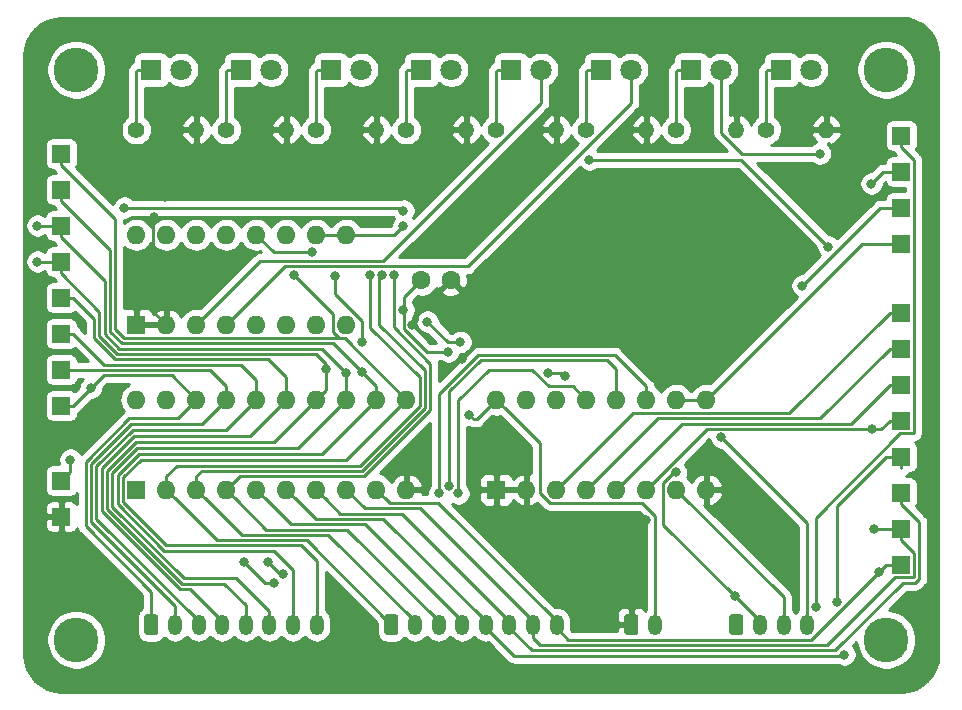
<source format=gbr>
G04 #@! TF.GenerationSoftware,KiCad,Pcbnew,(5.1.2-1)-1*
G04 #@! TF.CreationDate,2019-08-21T21:53:06+10:00*
G04 #@! TF.ProjectId,register-a,72656769-7374-4657-922d-612e6b696361,rev?*
G04 #@! TF.SameCoordinates,Original*
G04 #@! TF.FileFunction,Copper,L1,Top*
G04 #@! TF.FilePolarity,Positive*
%FSLAX46Y46*%
G04 Gerber Fmt 4.6, Leading zero omitted, Abs format (unit mm)*
G04 Created by KiCad (PCBNEW (5.1.2-1)-1) date 2019-08-21 21:53:06*
%MOMM*%
%LPD*%
G04 APERTURE LIST*
%ADD10O,1.600000X1.600000*%
%ADD11R,1.600000X1.600000*%
%ADD12C,3.790000*%
%ADD13O,1.200000X1.750000*%
%ADD14C,0.100000*%
%ADD15C,1.200000*%
%ADD16C,1.600000*%
%ADD17C,1.800000*%
%ADD18R,1.800000X1.800000*%
%ADD19O,1.400000X1.400000*%
%ADD20C,1.400000*%
%ADD21R,1.500000X1.500000*%
%ADD22C,0.800000*%
%ADD23C,0.250000*%
%ADD24C,0.254000*%
G04 APERTURE END LIST*
D10*
X25400000Y-46990000D03*
X43180000Y-54610000D03*
X27940000Y-46990000D03*
X40640000Y-54610000D03*
X30480000Y-46990000D03*
X38100000Y-54610000D03*
X33020000Y-46990000D03*
X35560000Y-54610000D03*
X35560000Y-46990000D03*
X33020000Y-54610000D03*
X38100000Y-46990000D03*
X30480000Y-54610000D03*
X40640000Y-46990000D03*
X27940000Y-54610000D03*
X43180000Y-46990000D03*
D11*
X25400000Y-54610000D03*
D12*
X88900000Y-81280000D03*
X20320000Y-81280000D03*
X88900000Y-33020000D03*
X20320000Y-33020000D03*
D13*
X60990000Y-80010000D03*
X58990000Y-80010000D03*
X56990000Y-80010000D03*
X54990000Y-80010000D03*
X52990000Y-80010000D03*
X50990000Y-80010000D03*
X48990000Y-80010000D03*
D14*
G36*
X47364505Y-79136204D02*
G01*
X47388773Y-79139804D01*
X47412572Y-79145765D01*
X47435671Y-79154030D01*
X47457850Y-79164520D01*
X47478893Y-79177132D01*
X47498599Y-79191747D01*
X47516777Y-79208223D01*
X47533253Y-79226401D01*
X47547868Y-79246107D01*
X47560480Y-79267150D01*
X47570970Y-79289329D01*
X47579235Y-79312428D01*
X47585196Y-79336227D01*
X47588796Y-79360495D01*
X47590000Y-79384999D01*
X47590000Y-80635001D01*
X47588796Y-80659505D01*
X47585196Y-80683773D01*
X47579235Y-80707572D01*
X47570970Y-80730671D01*
X47560480Y-80752850D01*
X47547868Y-80773893D01*
X47533253Y-80793599D01*
X47516777Y-80811777D01*
X47498599Y-80828253D01*
X47478893Y-80842868D01*
X47457850Y-80855480D01*
X47435671Y-80865970D01*
X47412572Y-80874235D01*
X47388773Y-80880196D01*
X47364505Y-80883796D01*
X47340001Y-80885000D01*
X46639999Y-80885000D01*
X46615495Y-80883796D01*
X46591227Y-80880196D01*
X46567428Y-80874235D01*
X46544329Y-80865970D01*
X46522150Y-80855480D01*
X46501107Y-80842868D01*
X46481401Y-80828253D01*
X46463223Y-80811777D01*
X46446747Y-80793599D01*
X46432132Y-80773893D01*
X46419520Y-80752850D01*
X46409030Y-80730671D01*
X46400765Y-80707572D01*
X46394804Y-80683773D01*
X46391204Y-80659505D01*
X46390000Y-80635001D01*
X46390000Y-79384999D01*
X46391204Y-79360495D01*
X46394804Y-79336227D01*
X46400765Y-79312428D01*
X46409030Y-79289329D01*
X46419520Y-79267150D01*
X46432132Y-79246107D01*
X46446747Y-79226401D01*
X46463223Y-79208223D01*
X46481401Y-79191747D01*
X46501107Y-79177132D01*
X46522150Y-79164520D01*
X46544329Y-79154030D01*
X46567428Y-79145765D01*
X46591227Y-79139804D01*
X46615495Y-79136204D01*
X46639999Y-79135000D01*
X47340001Y-79135000D01*
X47364505Y-79136204D01*
X47364505Y-79136204D01*
G37*
D15*
X46990000Y-80010000D03*
D16*
X49530000Y-50800000D03*
X52030000Y-50800000D03*
D17*
X29210000Y-33020000D03*
D18*
X26670000Y-33020000D03*
X34290000Y-33020000D03*
D17*
X36830000Y-33020000D03*
X44450000Y-33020000D03*
D18*
X41910000Y-33020000D03*
X49530000Y-33020000D03*
D17*
X52070000Y-33020000D03*
X59690000Y-33020000D03*
D18*
X57150000Y-33020000D03*
X64770000Y-33020000D03*
D17*
X67310000Y-33020000D03*
X74930000Y-33020000D03*
D18*
X72390000Y-33020000D03*
X80010000Y-33020000D03*
D17*
X82550000Y-33020000D03*
D14*
G36*
X27044505Y-79136204D02*
G01*
X27068773Y-79139804D01*
X27092572Y-79145765D01*
X27115671Y-79154030D01*
X27137850Y-79164520D01*
X27158893Y-79177132D01*
X27178599Y-79191747D01*
X27196777Y-79208223D01*
X27213253Y-79226401D01*
X27227868Y-79246107D01*
X27240480Y-79267150D01*
X27250970Y-79289329D01*
X27259235Y-79312428D01*
X27265196Y-79336227D01*
X27268796Y-79360495D01*
X27270000Y-79384999D01*
X27270000Y-80635001D01*
X27268796Y-80659505D01*
X27265196Y-80683773D01*
X27259235Y-80707572D01*
X27250970Y-80730671D01*
X27240480Y-80752850D01*
X27227868Y-80773893D01*
X27213253Y-80793599D01*
X27196777Y-80811777D01*
X27178599Y-80828253D01*
X27158893Y-80842868D01*
X27137850Y-80855480D01*
X27115671Y-80865970D01*
X27092572Y-80874235D01*
X27068773Y-80880196D01*
X27044505Y-80883796D01*
X27020001Y-80885000D01*
X26319999Y-80885000D01*
X26295495Y-80883796D01*
X26271227Y-80880196D01*
X26247428Y-80874235D01*
X26224329Y-80865970D01*
X26202150Y-80855480D01*
X26181107Y-80842868D01*
X26161401Y-80828253D01*
X26143223Y-80811777D01*
X26126747Y-80793599D01*
X26112132Y-80773893D01*
X26099520Y-80752850D01*
X26089030Y-80730671D01*
X26080765Y-80707572D01*
X26074804Y-80683773D01*
X26071204Y-80659505D01*
X26070000Y-80635001D01*
X26070000Y-79384999D01*
X26071204Y-79360495D01*
X26074804Y-79336227D01*
X26080765Y-79312428D01*
X26089030Y-79289329D01*
X26099520Y-79267150D01*
X26112132Y-79246107D01*
X26126747Y-79226401D01*
X26143223Y-79208223D01*
X26161401Y-79191747D01*
X26181107Y-79177132D01*
X26202150Y-79164520D01*
X26224329Y-79154030D01*
X26247428Y-79145765D01*
X26271227Y-79139804D01*
X26295495Y-79136204D01*
X26319999Y-79135000D01*
X27020001Y-79135000D01*
X27044505Y-79136204D01*
X27044505Y-79136204D01*
G37*
D15*
X26670000Y-80010000D03*
D13*
X28670000Y-80010000D03*
X30670000Y-80010000D03*
X32670000Y-80010000D03*
X34670000Y-80010000D03*
X36670000Y-80010000D03*
X38670000Y-80010000D03*
X40670000Y-80010000D03*
D14*
G36*
X76574505Y-79136204D02*
G01*
X76598773Y-79139804D01*
X76622572Y-79145765D01*
X76645671Y-79154030D01*
X76667850Y-79164520D01*
X76688893Y-79177132D01*
X76708599Y-79191747D01*
X76726777Y-79208223D01*
X76743253Y-79226401D01*
X76757868Y-79246107D01*
X76770480Y-79267150D01*
X76780970Y-79289329D01*
X76789235Y-79312428D01*
X76795196Y-79336227D01*
X76798796Y-79360495D01*
X76800000Y-79384999D01*
X76800000Y-80635001D01*
X76798796Y-80659505D01*
X76795196Y-80683773D01*
X76789235Y-80707572D01*
X76780970Y-80730671D01*
X76770480Y-80752850D01*
X76757868Y-80773893D01*
X76743253Y-80793599D01*
X76726777Y-80811777D01*
X76708599Y-80828253D01*
X76688893Y-80842868D01*
X76667850Y-80855480D01*
X76645671Y-80865970D01*
X76622572Y-80874235D01*
X76598773Y-80880196D01*
X76574505Y-80883796D01*
X76550001Y-80885000D01*
X75849999Y-80885000D01*
X75825495Y-80883796D01*
X75801227Y-80880196D01*
X75777428Y-80874235D01*
X75754329Y-80865970D01*
X75732150Y-80855480D01*
X75711107Y-80842868D01*
X75691401Y-80828253D01*
X75673223Y-80811777D01*
X75656747Y-80793599D01*
X75642132Y-80773893D01*
X75629520Y-80752850D01*
X75619030Y-80730671D01*
X75610765Y-80707572D01*
X75604804Y-80683773D01*
X75601204Y-80659505D01*
X75600000Y-80635001D01*
X75600000Y-79384999D01*
X75601204Y-79360495D01*
X75604804Y-79336227D01*
X75610765Y-79312428D01*
X75619030Y-79289329D01*
X75629520Y-79267150D01*
X75642132Y-79246107D01*
X75656747Y-79226401D01*
X75673223Y-79208223D01*
X75691401Y-79191747D01*
X75711107Y-79177132D01*
X75732150Y-79164520D01*
X75754329Y-79154030D01*
X75777428Y-79145765D01*
X75801227Y-79139804D01*
X75825495Y-79136204D01*
X75849999Y-79135000D01*
X76550001Y-79135000D01*
X76574505Y-79136204D01*
X76574505Y-79136204D01*
G37*
D15*
X76200000Y-80010000D03*
D13*
X78200000Y-80010000D03*
X80200000Y-80010000D03*
X82200000Y-80010000D03*
D14*
G36*
X67684505Y-79136204D02*
G01*
X67708773Y-79139804D01*
X67732572Y-79145765D01*
X67755671Y-79154030D01*
X67777850Y-79164520D01*
X67798893Y-79177132D01*
X67818599Y-79191747D01*
X67836777Y-79208223D01*
X67853253Y-79226401D01*
X67867868Y-79246107D01*
X67880480Y-79267150D01*
X67890970Y-79289329D01*
X67899235Y-79312428D01*
X67905196Y-79336227D01*
X67908796Y-79360495D01*
X67910000Y-79384999D01*
X67910000Y-80635001D01*
X67908796Y-80659505D01*
X67905196Y-80683773D01*
X67899235Y-80707572D01*
X67890970Y-80730671D01*
X67880480Y-80752850D01*
X67867868Y-80773893D01*
X67853253Y-80793599D01*
X67836777Y-80811777D01*
X67818599Y-80828253D01*
X67798893Y-80842868D01*
X67777850Y-80855480D01*
X67755671Y-80865970D01*
X67732572Y-80874235D01*
X67708773Y-80880196D01*
X67684505Y-80883796D01*
X67660001Y-80885000D01*
X66959999Y-80885000D01*
X66935495Y-80883796D01*
X66911227Y-80880196D01*
X66887428Y-80874235D01*
X66864329Y-80865970D01*
X66842150Y-80855480D01*
X66821107Y-80842868D01*
X66801401Y-80828253D01*
X66783223Y-80811777D01*
X66766747Y-80793599D01*
X66752132Y-80773893D01*
X66739520Y-80752850D01*
X66729030Y-80730671D01*
X66720765Y-80707572D01*
X66714804Y-80683773D01*
X66711204Y-80659505D01*
X66710000Y-80635001D01*
X66710000Y-79384999D01*
X66711204Y-79360495D01*
X66714804Y-79336227D01*
X66720765Y-79312428D01*
X66729030Y-79289329D01*
X66739520Y-79267150D01*
X66752132Y-79246107D01*
X66766747Y-79226401D01*
X66783223Y-79208223D01*
X66801401Y-79191747D01*
X66821107Y-79177132D01*
X66842150Y-79164520D01*
X66864329Y-79154030D01*
X66887428Y-79145765D01*
X66911227Y-79139804D01*
X66935495Y-79136204D01*
X66959999Y-79135000D01*
X67660001Y-79135000D01*
X67684505Y-79136204D01*
X67684505Y-79136204D01*
G37*
D15*
X67310000Y-80010000D03*
D13*
X69310000Y-80010000D03*
D19*
X30480000Y-38100000D03*
D20*
X25400000Y-38100000D03*
X33020000Y-38100000D03*
D19*
X38100000Y-38100000D03*
X45720000Y-38100000D03*
D20*
X40640000Y-38100000D03*
X48260000Y-38100000D03*
D19*
X53340000Y-38100000D03*
X60960000Y-38100000D03*
D20*
X55880000Y-38100000D03*
X63500000Y-38100000D03*
D19*
X68580000Y-38100000D03*
X76200000Y-38100000D03*
D20*
X71120000Y-38100000D03*
X78740000Y-38100000D03*
D19*
X83820000Y-38100000D03*
D21*
X19050000Y-61468000D03*
X19050000Y-58420000D03*
X19050000Y-55372000D03*
X19050000Y-52324000D03*
X19050000Y-49276000D03*
X19050000Y-46228000D03*
X19050000Y-43180000D03*
X19050000Y-40132000D03*
X90170000Y-53594000D03*
X90170000Y-56642000D03*
X90170000Y-59690000D03*
X90170000Y-62738000D03*
X90170000Y-65786000D03*
X90170000Y-68834000D03*
X90170000Y-71882000D03*
X90170000Y-74930000D03*
X90170000Y-47752000D03*
X90170000Y-44704000D03*
X90170000Y-41656000D03*
X90170000Y-38608000D03*
X19050000Y-67818000D03*
X19050000Y-70866000D03*
D11*
X25400000Y-68580000D03*
D10*
X48260000Y-60960000D03*
X27940000Y-68580000D03*
X45720000Y-60960000D03*
X30480000Y-68580000D03*
X43180000Y-60960000D03*
X33020000Y-68580000D03*
X40640000Y-60960000D03*
X35560000Y-68580000D03*
X38100000Y-60960000D03*
X38100000Y-68580000D03*
X35560000Y-60960000D03*
X40640000Y-68580000D03*
X33020000Y-60960000D03*
X43180000Y-68580000D03*
X30480000Y-60960000D03*
X45720000Y-68580000D03*
X27940000Y-60960000D03*
X48260000Y-68580000D03*
X25400000Y-60960000D03*
D11*
X55880000Y-68580000D03*
D10*
X73660000Y-60960000D03*
X58420000Y-68580000D03*
X71120000Y-60960000D03*
X60960000Y-68580000D03*
X68580000Y-60960000D03*
X63500000Y-68580000D03*
X66040000Y-60960000D03*
X66040000Y-68580000D03*
X63500000Y-60960000D03*
X68580000Y-68580000D03*
X60960000Y-60960000D03*
X71120000Y-68580000D03*
X58420000Y-60960000D03*
X73660000Y-68580000D03*
X55880000Y-60960000D03*
D22*
X19812000Y-66040000D03*
X51816000Y-56896000D03*
X48001347Y-53344653D03*
X53594000Y-62230000D03*
X68580000Y-71120000D03*
X52954347Y-57526347D03*
X48768000Y-54610000D03*
X26924000Y-45466000D03*
X27808347Y-43819653D03*
X64770000Y-41910000D03*
X45212000Y-50399999D03*
X46212003Y-50399999D03*
X47212006Y-50399999D03*
X87694969Y-63435031D03*
X84000000Y-48006000D03*
X63754000Y-40640000D03*
X85344000Y-82550000D03*
X84704347Y-78100347D03*
X87884000Y-71882000D03*
X83275000Y-40132000D03*
X88265000Y-75565000D03*
X21582000Y-59936000D03*
X48006000Y-44958000D03*
X24384000Y-44704000D03*
X52666293Y-68904780D03*
X37084000Y-76454000D03*
X34544000Y-74676000D03*
X51886051Y-68279299D03*
X37846000Y-75692000D03*
X36576000Y-74676000D03*
X51054000Y-68834000D03*
X41439999Y-58382001D03*
X17018000Y-49276000D03*
X43180000Y-58674000D03*
X17018000Y-46228000D03*
X44507685Y-58616315D03*
X40239999Y-48499989D03*
X42225005Y-50484995D03*
X44507685Y-56076315D03*
X38789999Y-50399999D03*
X82925000Y-78486000D03*
X71070094Y-67115212D03*
X87630000Y-42672000D03*
X76067500Y-77602500D03*
X52832000Y-56076314D03*
X50038000Y-54356000D03*
X81788000Y-51308000D03*
X74930000Y-64160031D03*
X48006000Y-46228000D03*
X60235000Y-58674000D03*
X61722000Y-58928000D03*
D23*
X19812000Y-67056000D02*
X19050000Y-67818000D01*
X19812000Y-66040000D02*
X19812000Y-67056000D01*
X56679999Y-61759999D02*
X55880000Y-60960000D01*
X59545001Y-68830003D02*
X59545001Y-64625001D01*
X60419999Y-69705001D02*
X59545001Y-68830003D01*
X68238003Y-69705001D02*
X60419999Y-69705001D01*
X59545001Y-64625001D02*
X56679999Y-61759999D01*
X69310000Y-70776998D02*
X68238003Y-69705001D01*
X69310000Y-80010000D02*
X69310000Y-70776998D01*
X49980998Y-56896000D02*
X51816000Y-56896000D01*
X48042999Y-54958001D02*
X49980998Y-56896000D01*
X48042999Y-52287001D02*
X48042999Y-54958001D01*
X49530000Y-50800000D02*
X48042999Y-52287001D01*
X55080001Y-61759999D02*
X55880000Y-60960000D01*
X54210001Y-62629999D02*
X55080001Y-61759999D01*
X53993999Y-62629999D02*
X54210001Y-62629999D01*
X53594000Y-62230000D02*
X53993999Y-62629999D01*
X67310000Y-72390000D02*
X68580000Y-71120000D01*
X67310000Y-80010000D02*
X67310000Y-72390000D01*
X52829999Y-51599999D02*
X52030000Y-50800000D01*
X54610000Y-53380000D02*
X52829999Y-51599999D01*
X54610000Y-55870694D02*
X54610000Y-53380000D01*
X52954347Y-57526347D02*
X54610000Y-55870694D01*
X51230001Y-51599999D02*
X52030000Y-50800000D01*
X49167999Y-53662001D02*
X51230001Y-51599999D01*
X49167999Y-54210001D02*
X49167999Y-53662001D01*
X48768000Y-54610000D02*
X49167999Y-54210001D01*
X26814999Y-45575001D02*
X26924000Y-45466000D01*
X26814999Y-53484999D02*
X26814999Y-45575001D01*
X27940000Y-54610000D02*
X26814999Y-53484999D01*
X30480000Y-41148000D02*
X30480000Y-38100000D01*
X27808347Y-43819653D02*
X30480000Y-41148000D01*
X28739999Y-69379999D02*
X27940000Y-68580000D01*
X32215071Y-72855071D02*
X28739999Y-69379999D01*
X39835071Y-72855071D02*
X32215071Y-72855071D01*
X46990000Y-80010000D02*
X39835071Y-72855071D01*
X80678999Y-62085001D02*
X89170000Y-53594000D01*
X89170000Y-53594000D02*
X90170000Y-53594000D01*
X67454999Y-62085001D02*
X80678999Y-62085001D01*
X60960000Y-68580000D02*
X67454999Y-62085001D01*
X27940000Y-67448630D02*
X28840630Y-66548000D01*
X27940000Y-68580000D02*
X27940000Y-67448630D01*
X49385001Y-61500001D02*
X49385001Y-59037001D01*
X44337002Y-66548000D02*
X49385001Y-61500001D01*
X28840630Y-66548000D02*
X44337002Y-66548000D01*
X45212000Y-54864000D02*
X45212000Y-50399999D01*
X49385001Y-59037001D02*
X45212000Y-54864000D01*
X31279999Y-69379999D02*
X30480000Y-68580000D01*
X34305061Y-72405061D02*
X31279999Y-69379999D01*
X48990000Y-79735000D02*
X41660061Y-72405061D01*
X41660061Y-72405061D02*
X34305061Y-72405061D01*
X48990000Y-80010000D02*
X48990000Y-79735000D01*
X89170000Y-56642000D02*
X90170000Y-56642000D01*
X83276989Y-62535011D02*
X89170000Y-56642000D01*
X69544989Y-62535011D02*
X83276989Y-62535011D01*
X63500000Y-68580000D02*
X69544989Y-62535011D01*
X30480000Y-67448630D02*
X30930620Y-66998010D01*
X30480000Y-68580000D02*
X30480000Y-67448630D01*
X49835011Y-58471011D02*
X45974000Y-54610000D01*
X44523403Y-66998009D02*
X49835011Y-61686401D01*
X49835011Y-61686401D02*
X49835011Y-58471011D01*
X30930620Y-66998010D02*
X44523403Y-66998009D01*
X45974000Y-50638002D02*
X46212003Y-50399999D01*
X45974000Y-54610000D02*
X45974000Y-50638002D01*
X33819999Y-69379999D02*
X33020000Y-68580000D01*
X36395051Y-71955051D02*
X33819999Y-69379999D01*
X43210051Y-71955051D02*
X36395051Y-71955051D01*
X50990000Y-79735000D02*
X43210051Y-71955051D01*
X50990000Y-80010000D02*
X50990000Y-79735000D01*
X71634979Y-62985021D02*
X85874979Y-62985021D01*
X89170000Y-59690000D02*
X90170000Y-59690000D01*
X85874979Y-62985021D02*
X89170000Y-59690000D01*
X66040000Y-68580000D02*
X71634979Y-62985021D01*
X44702823Y-67454999D02*
X50285021Y-61872801D01*
X50285021Y-61872801D02*
X50285021Y-57905021D01*
X34145001Y-67454999D02*
X44702823Y-67454999D01*
X33020000Y-68580000D02*
X34145001Y-67454999D01*
X47212006Y-54832006D02*
X47212006Y-50399999D01*
X50285021Y-57905021D02*
X47212006Y-54832006D01*
X38485041Y-71505041D02*
X36359999Y-69379999D01*
X36359999Y-69379999D02*
X35560000Y-68580000D01*
X44760041Y-71505041D02*
X38485041Y-71505041D01*
X52990000Y-79735000D02*
X44760041Y-71505041D01*
X52990000Y-80010000D02*
X52990000Y-79735000D01*
X89170000Y-62738000D02*
X90170000Y-62738000D01*
X88472969Y-63435031D02*
X89170000Y-62738000D01*
X73724969Y-63435031D02*
X87694969Y-63435031D01*
X68580000Y-68580000D02*
X73724969Y-63435031D01*
X87694969Y-63435031D02*
X88472969Y-63435031D01*
X76634000Y-40640000D02*
X63754000Y-40640000D01*
X84000000Y-48006000D02*
X76634000Y-40640000D01*
X40575031Y-71055031D02*
X38899999Y-69379999D01*
X46310031Y-71055031D02*
X40575031Y-71055031D01*
X38899999Y-69379999D02*
X38100000Y-68580000D01*
X54990000Y-79735000D02*
X46310031Y-71055031D01*
X54990000Y-80010000D02*
X54990000Y-79735000D01*
X54990000Y-80285000D02*
X55985000Y-81280000D01*
X54990000Y-80010000D02*
X54990000Y-80285000D01*
X85263970Y-82630030D02*
X85344000Y-82550000D01*
X57335030Y-82630030D02*
X85263970Y-82630030D01*
X55985000Y-81280000D02*
X57335030Y-82630030D01*
X90170000Y-66786000D02*
X90170000Y-65786000D01*
X84704347Y-78100347D02*
X84704347Y-69981653D01*
X88900000Y-65786000D02*
X90170000Y-65786000D01*
X84704347Y-69981653D02*
X88900000Y-65786000D01*
X59690000Y-34292792D02*
X59690000Y-33020000D01*
X59690000Y-35807002D02*
X59690000Y-34292792D01*
X35865011Y-49224989D02*
X46272013Y-49224989D01*
X46272013Y-49224989D02*
X59690000Y-35807002D01*
X30480000Y-54610000D02*
X35865011Y-49224989D01*
X41439999Y-69379999D02*
X40640000Y-68580000D01*
X42665021Y-70605021D02*
X41439999Y-69379999D01*
X47860021Y-70605021D02*
X42665021Y-70605021D01*
X56990000Y-79735000D02*
X47860021Y-70605021D01*
X56990000Y-80010000D02*
X56990000Y-79735000D01*
X90170000Y-69834000D02*
X90170000Y-68834000D01*
X91695011Y-71359011D02*
X90170000Y-69834000D01*
X91366402Y-76455010D02*
X91695011Y-76126401D01*
X90309009Y-76455011D02*
X91366402Y-76455010D01*
X91695011Y-76126401D02*
X91695011Y-71359011D01*
X84584000Y-82180020D02*
X90309009Y-76455011D01*
X58885020Y-82180020D02*
X84584000Y-82180020D01*
X56990000Y-80285000D02*
X58885020Y-82180020D01*
X56990000Y-80010000D02*
X56990000Y-80285000D01*
X67310000Y-34292792D02*
X67310000Y-33020000D01*
X67310000Y-35807002D02*
X67310000Y-34292792D01*
X37955001Y-49674999D02*
X53442003Y-49674999D01*
X53442003Y-49674999D02*
X67310000Y-35807002D01*
X33020000Y-54610000D02*
X37955001Y-49674999D01*
X49410011Y-70155011D02*
X44755011Y-70155011D01*
X44755011Y-70155011D02*
X43180000Y-68580000D01*
X58990000Y-79735000D02*
X49410011Y-70155011D01*
X58990000Y-80010000D02*
X58990000Y-79735000D01*
X90170000Y-72882000D02*
X90170000Y-71882000D01*
X91245001Y-73957001D02*
X90170000Y-72882000D01*
X91245001Y-75940001D02*
X91245001Y-73957001D01*
X91180001Y-76005001D02*
X91245001Y-75940001D01*
X89602999Y-76005001D02*
X91180001Y-76005001D01*
X83877990Y-81730010D02*
X89602999Y-76005001D01*
X59585010Y-81730010D02*
X83877990Y-81730010D01*
X58990000Y-81135000D02*
X59585010Y-81730010D01*
X58990000Y-80010000D02*
X58990000Y-81135000D01*
X90170000Y-71882000D02*
X87884000Y-71882000D01*
X74930000Y-34292792D02*
X74930000Y-33020000D01*
X74930000Y-38347002D02*
X74930000Y-34292792D01*
X76714998Y-40132000D02*
X74930000Y-38347002D01*
X83275000Y-40132000D02*
X76714998Y-40132000D01*
X46845001Y-69705001D02*
X46519999Y-69379999D01*
X50960001Y-69705001D02*
X46845001Y-69705001D01*
X46519999Y-69379999D02*
X45720000Y-68580000D01*
X60990000Y-79735000D02*
X50960001Y-69705001D01*
X60990000Y-80010000D02*
X60990000Y-79735000D01*
X60990000Y-80285000D02*
X61985000Y-81280000D01*
X60990000Y-80010000D02*
X60990000Y-80285000D01*
X61985000Y-81280000D02*
X82550000Y-81280000D01*
X88900000Y-74930000D02*
X90170000Y-74930000D01*
X82550000Y-81280000D02*
X88265000Y-75565000D01*
X88265000Y-75565000D02*
X88900000Y-74930000D01*
X26670000Y-80010000D02*
X26670000Y-77216000D01*
X21124936Y-66215192D02*
X24798138Y-62541990D01*
X21124935Y-71670935D02*
X21124936Y-66215192D01*
X26670000Y-77216000D02*
X21124935Y-71670935D01*
X28898010Y-62541990D02*
X30480000Y-60960000D01*
X24798138Y-62541990D02*
X28898010Y-62541990D01*
X20050000Y-61468000D02*
X19050000Y-61468000D01*
X22632933Y-58885067D02*
X21582000Y-59936000D01*
X28405067Y-58885067D02*
X22632933Y-58885067D01*
X30480000Y-60960000D02*
X28405067Y-58885067D01*
X21582000Y-59936000D02*
X20050000Y-61468000D01*
X47752000Y-44704000D02*
X48006000Y-44958000D01*
X29972000Y-44704000D02*
X47752000Y-44704000D01*
X29972000Y-44704000D02*
X24384000Y-44704000D01*
X28670000Y-80010000D02*
X28670000Y-78454000D01*
X21574945Y-66401593D02*
X24984538Y-62992000D01*
X21574944Y-71358944D02*
X21574945Y-66401593D01*
X28670000Y-78454000D02*
X21574944Y-71358944D01*
X30988000Y-62992000D02*
X33020000Y-60960000D01*
X24984538Y-62992000D02*
X30988000Y-62992000D01*
X33020000Y-59828630D02*
X31626427Y-58435057D01*
X33020000Y-60960000D02*
X33020000Y-59828630D01*
X20050000Y-58420000D02*
X19050000Y-58420000D01*
X20065057Y-58435057D02*
X20050000Y-58420000D01*
X31626427Y-58435057D02*
X20065057Y-58435057D01*
X36322000Y-76454000D02*
X34544000Y-74676000D01*
X37084000Y-76454000D02*
X36322000Y-76454000D01*
X52666293Y-61024171D02*
X52666293Y-68904780D01*
X55250462Y-58440002D02*
X52666293Y-61024171D01*
X60322997Y-59834999D02*
X58928000Y-58440002D01*
X62374999Y-59834999D02*
X60322997Y-59834999D01*
X58928000Y-58440002D02*
X55250462Y-58440002D01*
X63500000Y-60960000D02*
X62374999Y-59834999D01*
X22024954Y-66587994D02*
X25112948Y-63500000D01*
X22024953Y-71089953D02*
X22024954Y-66587994D01*
X30670000Y-79735000D02*
X22024953Y-71089953D01*
X30670000Y-80010000D02*
X30670000Y-79735000D01*
X33020000Y-63500000D02*
X35560000Y-60960000D01*
X25112948Y-63500000D02*
X33020000Y-63500000D01*
X35560000Y-60960000D02*
X35560000Y-59255047D01*
X20050000Y-55372000D02*
X19050000Y-55372000D01*
X34290000Y-57985047D02*
X22663047Y-57985047D01*
X22663047Y-57985047D02*
X20050000Y-55372000D01*
X35560000Y-59255047D02*
X34290000Y-57985047D01*
X66040000Y-60960000D02*
X66040000Y-58362010D01*
X66040000Y-58362010D02*
X65278000Y-57600010D01*
X51886051Y-60256359D02*
X51886051Y-68279299D01*
X54542400Y-57600010D02*
X51886051Y-60256359D01*
X65278000Y-57600010D02*
X54542400Y-57600010D01*
X37592000Y-75692000D02*
X36576000Y-74676000D01*
X37846000Y-75692000D02*
X37592000Y-75692000D01*
X22474963Y-66774395D02*
X25241358Y-64008000D01*
X32670000Y-79735000D02*
X29912118Y-76977118D01*
X22474962Y-70385598D02*
X22474963Y-66774395D01*
X29912118Y-76977118D02*
X29066478Y-76977118D01*
X29066478Y-76977118D02*
X22474962Y-70385598D01*
X32670000Y-80010000D02*
X32670000Y-79735000D01*
X35052000Y-64008000D02*
X38100000Y-60960000D01*
X25241358Y-64008000D02*
X35052000Y-64008000D01*
X20050000Y-52324000D02*
X19050000Y-52324000D01*
X21821960Y-54095960D02*
X20050000Y-52324000D01*
X23594395Y-57535037D02*
X21821960Y-55762602D01*
X21821960Y-55762602D02*
X21821960Y-54095960D01*
X36576000Y-57535038D02*
X23594395Y-57535037D01*
X38100000Y-59059038D02*
X36576000Y-57535038D01*
X38100000Y-60960000D02*
X38100000Y-59059038D01*
X68580000Y-59828630D02*
X65901370Y-57150000D01*
X68580000Y-60960000D02*
X68580000Y-59828630D01*
X65901370Y-57150000D02*
X54356000Y-57150000D01*
X51054000Y-60452000D02*
X51054000Y-68834000D01*
X54356000Y-57150000D02*
X51054000Y-60452000D01*
X34670000Y-80010000D02*
X34670000Y-78358000D01*
X22924972Y-66960796D02*
X25369768Y-64516000D01*
X22924971Y-70199199D02*
X22924972Y-66960796D01*
X29252879Y-76527109D02*
X22924971Y-70199199D01*
X32839110Y-76527110D02*
X29252879Y-76527109D01*
X34670000Y-78358000D02*
X32839110Y-76527110D01*
X37084000Y-64516000D02*
X40640000Y-60960000D01*
X25369768Y-64516000D02*
X37084000Y-64516000D01*
X41439999Y-57949999D02*
X40575029Y-57085029D01*
X41439999Y-60160001D02*
X41439999Y-58382001D01*
X40640000Y-60960000D02*
X41439999Y-60160001D01*
X23780796Y-57085028D02*
X22271970Y-55576202D01*
X40575029Y-57085029D02*
X23780796Y-57085028D01*
X22271970Y-53497970D02*
X19050000Y-50276000D01*
X19050000Y-50276000D02*
X19050000Y-49276000D01*
X22271970Y-55576202D02*
X22271970Y-53497970D01*
X41439999Y-58382001D02*
X41439999Y-57949999D01*
X17018000Y-49276000D02*
X19050000Y-49276000D01*
X23374981Y-67147197D02*
X25498178Y-65024000D01*
X29439280Y-76077100D02*
X23374980Y-70012800D01*
X23374980Y-70012800D02*
X23374981Y-67147197D01*
X39116000Y-65024000D02*
X43180000Y-60960000D01*
X25498178Y-65024000D02*
X39116000Y-65024000D01*
X33862100Y-76077100D02*
X29439280Y-76077100D01*
X36670000Y-78885000D02*
X33862100Y-76077100D01*
X36670000Y-80010000D02*
X36670000Y-78885000D01*
X43180000Y-60960000D02*
X43180000Y-58674000D01*
X23967197Y-56635019D02*
X22721980Y-55389802D01*
X41141020Y-56635020D02*
X23967197Y-56635019D01*
X43180000Y-58674000D02*
X41141020Y-56635020D01*
X22721980Y-50899980D02*
X19050000Y-47228000D01*
X19050000Y-47228000D02*
X19050000Y-46228000D01*
X22721980Y-55389802D02*
X22721980Y-50899980D01*
X43180000Y-58674000D02*
X43180000Y-58674000D01*
X17018000Y-46228000D02*
X19050000Y-46228000D01*
X38670000Y-80010000D02*
X38670000Y-75341091D01*
X41148000Y-65532000D02*
X44920001Y-61759999D01*
X44920001Y-61759999D02*
X45720000Y-60960000D01*
X23824990Y-67333598D02*
X25626588Y-65532000D01*
X23824989Y-69826401D02*
X23824990Y-67333598D01*
X27753678Y-73755090D02*
X23824989Y-69826401D01*
X25626588Y-65532000D02*
X41148000Y-65532000D01*
X37084000Y-73755091D02*
X27753678Y-73755090D01*
X38670000Y-75341091D02*
X37084000Y-73755091D01*
X45720000Y-59828630D02*
X44507685Y-58616315D01*
X45720000Y-60960000D02*
X45720000Y-59828630D01*
X24153598Y-56185010D02*
X23171990Y-55203402D01*
X42076381Y-56185011D02*
X24153598Y-56185010D01*
X19050000Y-44180000D02*
X19050000Y-43180000D01*
X23171990Y-48301990D02*
X19050000Y-44180000D01*
X23171990Y-55203402D02*
X23171990Y-48301990D01*
X44507685Y-58616315D02*
X42076381Y-56185011D01*
X37069989Y-48499989D02*
X35560000Y-46990000D01*
X40239999Y-48499989D02*
X37069989Y-48499989D01*
X44507685Y-55510630D02*
X44507685Y-56076315D01*
X44507685Y-54272683D02*
X44507685Y-55510630D01*
X42225005Y-51990003D02*
X44507685Y-54272683D01*
X42225005Y-50484995D02*
X42225005Y-51990003D01*
X40670000Y-80010000D02*
X40670000Y-74605081D01*
X24274999Y-69640001D02*
X24274999Y-67519999D01*
X27940079Y-73305081D02*
X24274999Y-69640001D01*
X24274999Y-67519999D02*
X25754998Y-66040000D01*
X39370000Y-73305081D02*
X27940079Y-73305081D01*
X40670000Y-74605081D02*
X39370000Y-73305081D01*
X43180000Y-66040000D02*
X48260000Y-60960000D01*
X25754998Y-66040000D02*
X43180000Y-66040000D01*
X19050000Y-41132000D02*
X19050000Y-40132000D01*
X23622000Y-55017002D02*
X23622000Y-45704000D01*
X23622000Y-45704000D02*
X19050000Y-41132000D01*
X24339999Y-55735001D02*
X23622000Y-55017002D01*
X48260000Y-60960000D02*
X43035001Y-55735001D01*
X42054999Y-53664999D02*
X38789999Y-50399999D01*
X43035001Y-55735001D02*
X42527001Y-55735001D01*
X42054999Y-55262999D02*
X42054999Y-53664999D01*
X42527001Y-55735001D02*
X42054999Y-55262999D01*
X42527001Y-55735001D02*
X24339999Y-55735001D01*
X90170000Y-39608000D02*
X90170000Y-38608000D01*
X91245001Y-63748001D02*
X91245001Y-40683001D01*
X91180001Y-63813001D02*
X91245001Y-63748001D01*
X90057997Y-63813001D02*
X91180001Y-63813001D01*
X91245001Y-40683001D02*
X90170000Y-39608000D01*
X82925000Y-70945998D02*
X90057997Y-63813001D01*
X82925000Y-78486000D02*
X82925000Y-70945998D01*
X69994999Y-68039999D02*
X70919786Y-67115212D01*
X69994999Y-71529999D02*
X69994999Y-68039999D01*
X70919786Y-67115212D02*
X71070094Y-67115212D01*
X78200000Y-80010000D02*
X78200000Y-79735000D01*
X88646000Y-41656000D02*
X87630000Y-42672000D01*
X90170000Y-41656000D02*
X88646000Y-41656000D01*
X76067500Y-77602500D02*
X69994999Y-71529999D01*
X78200000Y-79735000D02*
X76067500Y-77602500D01*
X51758314Y-56076314D02*
X50038000Y-54356000D01*
X52832000Y-56076314D02*
X51758314Y-56076314D01*
X80200000Y-77660000D02*
X71120000Y-68580000D01*
X80200000Y-80010000D02*
X80200000Y-77660000D01*
X88392000Y-44704000D02*
X90170000Y-44704000D01*
X81788000Y-51308000D02*
X88392000Y-44704000D01*
X82200000Y-71430031D02*
X82200000Y-80010000D01*
X74930000Y-64160031D02*
X82200000Y-71430031D01*
X71120000Y-60960000D02*
X73660000Y-60960000D01*
X86868000Y-47752000D02*
X90170000Y-47752000D01*
X73660000Y-60960000D02*
X86868000Y-47752000D01*
X40640000Y-46990000D02*
X43180000Y-46990000D01*
X47244000Y-46990000D02*
X48006000Y-46228000D01*
X43180000Y-46990000D02*
X47244000Y-46990000D01*
X61468000Y-58674000D02*
X61722000Y-58928000D01*
X60235000Y-58674000D02*
X61468000Y-58674000D01*
X25400000Y-33140000D02*
X25520000Y-33020000D01*
X25520000Y-33020000D02*
X26670000Y-33020000D01*
X25400000Y-38100000D02*
X25400000Y-33140000D01*
X33140000Y-33020000D02*
X34290000Y-33020000D01*
X33020000Y-33140000D02*
X33140000Y-33020000D01*
X33020000Y-38100000D02*
X33020000Y-33140000D01*
X40760000Y-33020000D02*
X41910000Y-33020000D01*
X40640000Y-33140000D02*
X40760000Y-33020000D01*
X40640000Y-38100000D02*
X40640000Y-33140000D01*
X48380000Y-33020000D02*
X49530000Y-33020000D01*
X48260000Y-33140000D02*
X48380000Y-33020000D01*
X48260000Y-38100000D02*
X48260000Y-33140000D01*
X55880000Y-33140000D02*
X56000000Y-33020000D01*
X56000000Y-33020000D02*
X57150000Y-33020000D01*
X55880000Y-38100000D02*
X55880000Y-33140000D01*
X63620000Y-33020000D02*
X64770000Y-33020000D01*
X63500000Y-33140000D02*
X63620000Y-33020000D01*
X63500000Y-38100000D02*
X63500000Y-33140000D01*
X71240000Y-33020000D02*
X72390000Y-33020000D01*
X71120000Y-33140000D02*
X71240000Y-33020000D01*
X71120000Y-38100000D02*
X71120000Y-33140000D01*
X78860000Y-33020000D02*
X80010000Y-33020000D01*
X78740000Y-33140000D02*
X78860000Y-33020000D01*
X78740000Y-38100000D02*
X78740000Y-33140000D01*
D24*
G36*
X90776344Y-28687738D02*
G01*
X91359595Y-28863832D01*
X91897529Y-29149856D01*
X92369667Y-29534922D01*
X92758019Y-30004359D01*
X93047794Y-30540286D01*
X93227955Y-31122291D01*
X93295000Y-31760189D01*
X93295001Y-82516485D01*
X93232262Y-83156343D01*
X93056168Y-83739595D01*
X92770143Y-84277531D01*
X92385078Y-84749667D01*
X91915641Y-85138019D01*
X91379714Y-85427794D01*
X90797705Y-85607956D01*
X90159811Y-85675000D01*
X19083505Y-85675000D01*
X18443657Y-85612262D01*
X17860405Y-85436168D01*
X17322469Y-85150143D01*
X16850333Y-84765078D01*
X16461981Y-84295641D01*
X16172206Y-83759714D01*
X15992044Y-83177705D01*
X15925000Y-82539811D01*
X15925000Y-81030817D01*
X17790000Y-81030817D01*
X17790000Y-81529183D01*
X17887226Y-82017974D01*
X18077943Y-82478405D01*
X18354820Y-82892781D01*
X18707219Y-83245180D01*
X19121595Y-83522057D01*
X19582026Y-83712774D01*
X20070817Y-83810000D01*
X20569183Y-83810000D01*
X21057974Y-83712774D01*
X21518405Y-83522057D01*
X21932781Y-83245180D01*
X22285180Y-82892781D01*
X22562057Y-82478405D01*
X22752774Y-82017974D01*
X22850000Y-81529183D01*
X22850000Y-81030817D01*
X22752774Y-80542026D01*
X22562057Y-80081595D01*
X22285180Y-79667219D01*
X21932781Y-79314820D01*
X21518405Y-79037943D01*
X21057974Y-78847226D01*
X20569183Y-78750000D01*
X20070817Y-78750000D01*
X19582026Y-78847226D01*
X19121595Y-79037943D01*
X18707219Y-79314820D01*
X18354820Y-79667219D01*
X18077943Y-80081595D01*
X17887226Y-80542026D01*
X17790000Y-81030817D01*
X15925000Y-81030817D01*
X15925000Y-71616000D01*
X17661928Y-71616000D01*
X17674188Y-71740482D01*
X17710498Y-71860180D01*
X17769463Y-71970494D01*
X17848815Y-72067185D01*
X17945506Y-72146537D01*
X18055820Y-72205502D01*
X18175518Y-72241812D01*
X18300000Y-72254072D01*
X18764250Y-72251000D01*
X18923000Y-72092250D01*
X18923000Y-70993000D01*
X17823750Y-70993000D01*
X17665000Y-71151750D01*
X17661928Y-71616000D01*
X15925000Y-71616000D01*
X15925000Y-70116000D01*
X17661928Y-70116000D01*
X17665000Y-70580250D01*
X17823750Y-70739000D01*
X18923000Y-70739000D01*
X18923000Y-69639750D01*
X18764250Y-69481000D01*
X18300000Y-69477928D01*
X18175518Y-69490188D01*
X18055820Y-69526498D01*
X17945506Y-69585463D01*
X17848815Y-69664815D01*
X17769463Y-69761506D01*
X17710498Y-69871820D01*
X17674188Y-69991518D01*
X17661928Y-70116000D01*
X15925000Y-70116000D01*
X15925000Y-46126061D01*
X15983000Y-46126061D01*
X15983000Y-46329939D01*
X16022774Y-46529898D01*
X16100795Y-46718256D01*
X16214063Y-46887774D01*
X16358226Y-47031937D01*
X16527744Y-47145205D01*
X16716102Y-47223226D01*
X16916061Y-47263000D01*
X17119939Y-47263000D01*
X17319898Y-47223226D01*
X17508256Y-47145205D01*
X17667891Y-47038541D01*
X17674188Y-47102482D01*
X17710498Y-47222180D01*
X17769463Y-47332494D01*
X17848815Y-47429185D01*
X17945506Y-47508537D01*
X18055820Y-47567502D01*
X18175518Y-47603812D01*
X18300000Y-47616072D01*
X18395674Y-47616072D01*
X18415026Y-47652276D01*
X18454871Y-47700826D01*
X18509999Y-47768001D01*
X18539003Y-47791804D01*
X18635127Y-47887928D01*
X18300000Y-47887928D01*
X18175518Y-47900188D01*
X18055820Y-47936498D01*
X17945506Y-47995463D01*
X17848815Y-48074815D01*
X17769463Y-48171506D01*
X17710498Y-48281820D01*
X17674188Y-48401518D01*
X17667891Y-48465459D01*
X17508256Y-48358795D01*
X17319898Y-48280774D01*
X17119939Y-48241000D01*
X16916061Y-48241000D01*
X16716102Y-48280774D01*
X16527744Y-48358795D01*
X16358226Y-48472063D01*
X16214063Y-48616226D01*
X16100795Y-48785744D01*
X16022774Y-48974102D01*
X15983000Y-49174061D01*
X15983000Y-49377939D01*
X16022774Y-49577898D01*
X16100795Y-49766256D01*
X16214063Y-49935774D01*
X16358226Y-50079937D01*
X16527744Y-50193205D01*
X16716102Y-50271226D01*
X16916061Y-50311000D01*
X17119939Y-50311000D01*
X17319898Y-50271226D01*
X17508256Y-50193205D01*
X17667891Y-50086541D01*
X17674188Y-50150482D01*
X17710498Y-50270180D01*
X17769463Y-50380494D01*
X17848815Y-50477185D01*
X17945506Y-50556537D01*
X18055820Y-50615502D01*
X18175518Y-50651812D01*
X18300000Y-50664072D01*
X18395674Y-50664072D01*
X18415026Y-50700276D01*
X18439000Y-50729488D01*
X18509999Y-50816001D01*
X18539003Y-50839804D01*
X18635127Y-50935928D01*
X18300000Y-50935928D01*
X18175518Y-50948188D01*
X18055820Y-50984498D01*
X17945506Y-51043463D01*
X17848815Y-51122815D01*
X17769463Y-51219506D01*
X17710498Y-51329820D01*
X17674188Y-51449518D01*
X17661928Y-51574000D01*
X17661928Y-53074000D01*
X17674188Y-53198482D01*
X17710498Y-53318180D01*
X17769463Y-53428494D01*
X17848815Y-53525185D01*
X17945506Y-53604537D01*
X18055820Y-53663502D01*
X18175518Y-53699812D01*
X18300000Y-53712072D01*
X19800000Y-53712072D01*
X19924482Y-53699812D01*
X20044180Y-53663502D01*
X20154494Y-53604537D01*
X20210101Y-53558902D01*
X21061961Y-54410763D01*
X21061960Y-55309159D01*
X20613804Y-54861003D01*
X20590001Y-54831999D01*
X20474276Y-54737026D01*
X20438072Y-54717674D01*
X20438072Y-54622000D01*
X20425812Y-54497518D01*
X20389502Y-54377820D01*
X20330537Y-54267506D01*
X20251185Y-54170815D01*
X20154494Y-54091463D01*
X20044180Y-54032498D01*
X19924482Y-53996188D01*
X19800000Y-53983928D01*
X18300000Y-53983928D01*
X18175518Y-53996188D01*
X18055820Y-54032498D01*
X17945506Y-54091463D01*
X17848815Y-54170815D01*
X17769463Y-54267506D01*
X17710498Y-54377820D01*
X17674188Y-54497518D01*
X17661928Y-54622000D01*
X17661928Y-56122000D01*
X17674188Y-56246482D01*
X17710498Y-56366180D01*
X17769463Y-56476494D01*
X17848815Y-56573185D01*
X17945506Y-56652537D01*
X18055820Y-56711502D01*
X18175518Y-56747812D01*
X18300000Y-56760072D01*
X19800000Y-56760072D01*
X19924482Y-56747812D01*
X20044180Y-56711502D01*
X20154494Y-56652537D01*
X20210101Y-56606902D01*
X21278255Y-57675057D01*
X20438072Y-57675057D01*
X20438072Y-57670000D01*
X20425812Y-57545518D01*
X20389502Y-57425820D01*
X20330537Y-57315506D01*
X20251185Y-57218815D01*
X20154494Y-57139463D01*
X20044180Y-57080498D01*
X19924482Y-57044188D01*
X19800000Y-57031928D01*
X18300000Y-57031928D01*
X18175518Y-57044188D01*
X18055820Y-57080498D01*
X17945506Y-57139463D01*
X17848815Y-57218815D01*
X17769463Y-57315506D01*
X17710498Y-57425820D01*
X17674188Y-57545518D01*
X17661928Y-57670000D01*
X17661928Y-59170000D01*
X17674188Y-59294482D01*
X17710498Y-59414180D01*
X17769463Y-59524494D01*
X17848815Y-59621185D01*
X17945506Y-59700537D01*
X18055820Y-59759502D01*
X18175518Y-59795812D01*
X18300000Y-59808072D01*
X19800000Y-59808072D01*
X19924482Y-59795812D01*
X20044180Y-59759502D01*
X20154494Y-59700537D01*
X20251185Y-59621185D01*
X20330537Y-59524494D01*
X20389502Y-59414180D01*
X20425812Y-59294482D01*
X20435604Y-59195057D01*
X20859232Y-59195057D01*
X20778063Y-59276226D01*
X20664795Y-59445744D01*
X20586774Y-59634102D01*
X20547000Y-59834061D01*
X20547000Y-59896198D01*
X20210101Y-60233098D01*
X20154494Y-60187463D01*
X20044180Y-60128498D01*
X19924482Y-60092188D01*
X19800000Y-60079928D01*
X18300000Y-60079928D01*
X18175518Y-60092188D01*
X18055820Y-60128498D01*
X17945506Y-60187463D01*
X17848815Y-60266815D01*
X17769463Y-60363506D01*
X17710498Y-60473820D01*
X17674188Y-60593518D01*
X17661928Y-60718000D01*
X17661928Y-62218000D01*
X17674188Y-62342482D01*
X17710498Y-62462180D01*
X17769463Y-62572494D01*
X17848815Y-62669185D01*
X17945506Y-62748537D01*
X18055820Y-62807502D01*
X18175518Y-62843812D01*
X18300000Y-62856072D01*
X19800000Y-62856072D01*
X19924482Y-62843812D01*
X20044180Y-62807502D01*
X20154494Y-62748537D01*
X20251185Y-62669185D01*
X20330537Y-62572494D01*
X20389502Y-62462180D01*
X20425812Y-62342482D01*
X20438072Y-62218000D01*
X20438072Y-62122326D01*
X20474276Y-62102974D01*
X20590001Y-62008001D01*
X20613804Y-61978997D01*
X21621802Y-60971000D01*
X21683939Y-60971000D01*
X21883898Y-60931226D01*
X22072256Y-60853205D01*
X22241774Y-60739937D01*
X22385937Y-60595774D01*
X22499205Y-60426256D01*
X22577226Y-60237898D01*
X22617000Y-60037939D01*
X22617000Y-59975801D01*
X22947735Y-59645067D01*
X24815921Y-59645067D01*
X24598899Y-59761068D01*
X24380392Y-59940392D01*
X24201068Y-60158899D01*
X24067818Y-60408192D01*
X23985764Y-60678691D01*
X23958057Y-60960000D01*
X23985764Y-61241309D01*
X24067818Y-61511808D01*
X24201068Y-61761101D01*
X24342165Y-61933028D01*
X24295639Y-61971212D01*
X24258137Y-62001989D01*
X24234339Y-62030987D01*
X20723749Y-65541578D01*
X20615937Y-65380226D01*
X20471774Y-65236063D01*
X20302256Y-65122795D01*
X20113898Y-65044774D01*
X19913939Y-65005000D01*
X19710061Y-65005000D01*
X19510102Y-65044774D01*
X19321744Y-65122795D01*
X19152226Y-65236063D01*
X19008063Y-65380226D01*
X18894795Y-65549744D01*
X18816774Y-65738102D01*
X18777000Y-65938061D01*
X18777000Y-66141939D01*
X18816774Y-66341898D01*
X18853237Y-66429928D01*
X18300000Y-66429928D01*
X18175518Y-66442188D01*
X18055820Y-66478498D01*
X17945506Y-66537463D01*
X17848815Y-66616815D01*
X17769463Y-66713506D01*
X17710498Y-66823820D01*
X17674188Y-66943518D01*
X17661928Y-67068000D01*
X17661928Y-68568000D01*
X17674188Y-68692482D01*
X17710498Y-68812180D01*
X17769463Y-68922494D01*
X17848815Y-69019185D01*
X17945506Y-69098537D01*
X18055820Y-69157502D01*
X18175518Y-69193812D01*
X18300000Y-69206072D01*
X19800000Y-69206072D01*
X19924482Y-69193812D01*
X20044180Y-69157502D01*
X20154494Y-69098537D01*
X20251185Y-69019185D01*
X20330537Y-68922494D01*
X20364936Y-68858139D01*
X20364936Y-69825860D01*
X20330537Y-69761506D01*
X20251185Y-69664815D01*
X20154494Y-69585463D01*
X20044180Y-69526498D01*
X19924482Y-69490188D01*
X19800000Y-69477928D01*
X19335750Y-69481000D01*
X19177000Y-69639750D01*
X19177000Y-70739000D01*
X19197000Y-70739000D01*
X19197000Y-70993000D01*
X19177000Y-70993000D01*
X19177000Y-72092250D01*
X19335750Y-72251000D01*
X19800000Y-72254072D01*
X19924482Y-72241812D01*
X20044180Y-72205502D01*
X20154494Y-72146537D01*
X20251185Y-72067185D01*
X20330537Y-71970494D01*
X20388636Y-71861800D01*
X20416923Y-71955050D01*
X20419389Y-71963181D01*
X20489961Y-72095211D01*
X20526731Y-72140015D01*
X20584934Y-72210935D01*
X20613932Y-72234733D01*
X25910001Y-77530803D01*
X25910001Y-78602023D01*
X25826613Y-78646595D01*
X25692038Y-78757038D01*
X25581595Y-78891613D01*
X25499528Y-79045149D01*
X25448992Y-79211745D01*
X25431928Y-79384999D01*
X25431928Y-80635001D01*
X25448992Y-80808255D01*
X25499528Y-80974851D01*
X25581595Y-81128387D01*
X25692038Y-81262962D01*
X25826613Y-81373405D01*
X25980149Y-81455472D01*
X26146745Y-81506008D01*
X26319999Y-81523072D01*
X27020001Y-81523072D01*
X27193255Y-81506008D01*
X27359851Y-81455472D01*
X27513387Y-81373405D01*
X27647962Y-81262962D01*
X27758405Y-81128387D01*
X27760810Y-81123888D01*
X27792499Y-81162502D01*
X27980552Y-81316833D01*
X28195100Y-81431511D01*
X28427899Y-81502130D01*
X28670000Y-81525975D01*
X28912102Y-81502130D01*
X29144901Y-81431511D01*
X29359449Y-81316833D01*
X29547502Y-81162502D01*
X29670001Y-81013237D01*
X29792499Y-81162502D01*
X29980552Y-81316833D01*
X30195100Y-81431511D01*
X30427899Y-81502130D01*
X30670000Y-81525975D01*
X30912102Y-81502130D01*
X31144901Y-81431511D01*
X31359449Y-81316833D01*
X31547502Y-81162502D01*
X31670001Y-81013237D01*
X31792499Y-81162502D01*
X31980552Y-81316833D01*
X32195100Y-81431511D01*
X32427899Y-81502130D01*
X32670000Y-81525975D01*
X32912102Y-81502130D01*
X33144901Y-81431511D01*
X33359449Y-81316833D01*
X33547502Y-81162502D01*
X33670001Y-81013237D01*
X33792499Y-81162502D01*
X33980552Y-81316833D01*
X34195100Y-81431511D01*
X34427899Y-81502130D01*
X34670000Y-81525975D01*
X34912102Y-81502130D01*
X35144901Y-81431511D01*
X35359449Y-81316833D01*
X35547502Y-81162502D01*
X35670001Y-81013237D01*
X35792499Y-81162502D01*
X35980552Y-81316833D01*
X36195100Y-81431511D01*
X36427899Y-81502130D01*
X36670000Y-81525975D01*
X36912102Y-81502130D01*
X37144901Y-81431511D01*
X37359449Y-81316833D01*
X37547502Y-81162502D01*
X37670001Y-81013237D01*
X37792499Y-81162502D01*
X37980552Y-81316833D01*
X38195100Y-81431511D01*
X38427899Y-81502130D01*
X38670000Y-81525975D01*
X38912102Y-81502130D01*
X39144901Y-81431511D01*
X39359449Y-81316833D01*
X39547502Y-81162502D01*
X39670001Y-81013237D01*
X39792499Y-81162502D01*
X39980552Y-81316833D01*
X40195100Y-81431511D01*
X40427899Y-81502130D01*
X40670000Y-81525975D01*
X40912102Y-81502130D01*
X41144901Y-81431511D01*
X41359449Y-81316833D01*
X41547502Y-81162502D01*
X41701833Y-80974449D01*
X41816511Y-80759900D01*
X41887130Y-80527101D01*
X41905000Y-80345664D01*
X41905000Y-79674335D01*
X41887130Y-79492898D01*
X41816511Y-79260099D01*
X41701833Y-79045551D01*
X41547502Y-78857498D01*
X41430000Y-78761067D01*
X41430000Y-75524801D01*
X45751928Y-79846730D01*
X45751928Y-80635001D01*
X45768992Y-80808255D01*
X45819528Y-80974851D01*
X45901595Y-81128387D01*
X46012038Y-81262962D01*
X46146613Y-81373405D01*
X46300149Y-81455472D01*
X46466745Y-81506008D01*
X46639999Y-81523072D01*
X47340001Y-81523072D01*
X47513255Y-81506008D01*
X47679851Y-81455472D01*
X47833387Y-81373405D01*
X47967962Y-81262962D01*
X48078405Y-81128387D01*
X48080810Y-81123888D01*
X48112499Y-81162502D01*
X48300552Y-81316833D01*
X48515100Y-81431511D01*
X48747899Y-81502130D01*
X48990000Y-81525975D01*
X49232102Y-81502130D01*
X49464901Y-81431511D01*
X49679449Y-81316833D01*
X49867502Y-81162502D01*
X49990001Y-81013237D01*
X50112499Y-81162502D01*
X50300552Y-81316833D01*
X50515100Y-81431511D01*
X50747899Y-81502130D01*
X50990000Y-81525975D01*
X51232102Y-81502130D01*
X51464901Y-81431511D01*
X51679449Y-81316833D01*
X51867502Y-81162502D01*
X51990001Y-81013237D01*
X52112499Y-81162502D01*
X52300552Y-81316833D01*
X52515100Y-81431511D01*
X52747899Y-81502130D01*
X52990000Y-81525975D01*
X53232102Y-81502130D01*
X53464901Y-81431511D01*
X53679449Y-81316833D01*
X53867502Y-81162502D01*
X53990001Y-81013237D01*
X54112499Y-81162502D01*
X54300552Y-81316833D01*
X54515100Y-81431511D01*
X54747899Y-81502130D01*
X54990000Y-81525975D01*
X55141273Y-81511076D01*
X55473996Y-81843799D01*
X55474007Y-81843808D01*
X56771231Y-83141033D01*
X56795029Y-83170031D01*
X56910754Y-83265004D01*
X57042783Y-83335576D01*
X57186044Y-83379033D01*
X57297697Y-83390030D01*
X57297705Y-83390030D01*
X57335030Y-83393706D01*
X57372355Y-83390030D01*
X84738243Y-83390030D01*
X84853744Y-83467205D01*
X85042102Y-83545226D01*
X85242061Y-83585000D01*
X85445939Y-83585000D01*
X85645898Y-83545226D01*
X85834256Y-83467205D01*
X86003774Y-83353937D01*
X86147937Y-83209774D01*
X86261205Y-83040256D01*
X86339226Y-82851898D01*
X86379000Y-82651939D01*
X86379000Y-82448061D01*
X86339226Y-82248102D01*
X86261205Y-82059744D01*
X86147937Y-81890226D01*
X86048266Y-81790555D01*
X86370000Y-81468821D01*
X86370000Y-81529183D01*
X86467226Y-82017974D01*
X86657943Y-82478405D01*
X86934820Y-82892781D01*
X87287219Y-83245180D01*
X87701595Y-83522057D01*
X88162026Y-83712774D01*
X88650817Y-83810000D01*
X89149183Y-83810000D01*
X89637974Y-83712774D01*
X90098405Y-83522057D01*
X90512781Y-83245180D01*
X90865180Y-82892781D01*
X91142057Y-82478405D01*
X91332774Y-82017974D01*
X91430000Y-81529183D01*
X91430000Y-81030817D01*
X91332774Y-80542026D01*
X91142057Y-80081595D01*
X90865180Y-79667219D01*
X90512781Y-79314820D01*
X90098405Y-79037943D01*
X89637974Y-78847226D01*
X89149183Y-78750000D01*
X89088822Y-78750000D01*
X90623812Y-77215010D01*
X91329071Y-77215009D01*
X91366402Y-77218686D01*
X91413979Y-77214000D01*
X91515388Y-77204012D01*
X91558844Y-77190830D01*
X91658648Y-77160556D01*
X91790678Y-77089984D01*
X91877404Y-77018809D01*
X91877405Y-77018808D01*
X91906403Y-76995010D01*
X91930201Y-76966012D01*
X92206009Y-76690204D01*
X92235012Y-76666402D01*
X92329985Y-76550677D01*
X92400557Y-76418648D01*
X92444014Y-76275387D01*
X92455011Y-76163734D01*
X92455011Y-76163725D01*
X92458687Y-76126402D01*
X92455011Y-76089079D01*
X92455011Y-71396333D01*
X92458687Y-71359010D01*
X92455011Y-71321687D01*
X92455011Y-71321678D01*
X92444014Y-71210025D01*
X92400557Y-71066764D01*
X92329985Y-70934735D01*
X92235012Y-70819010D01*
X92206014Y-70795212D01*
X91404902Y-69994101D01*
X91450537Y-69938494D01*
X91509502Y-69828180D01*
X91545812Y-69708482D01*
X91558072Y-69584000D01*
X91558072Y-68084000D01*
X91545812Y-67959518D01*
X91509502Y-67839820D01*
X91450537Y-67729506D01*
X91371185Y-67632815D01*
X91274494Y-67553463D01*
X91164180Y-67494498D01*
X91044482Y-67458188D01*
X90920000Y-67445928D01*
X90547590Y-67445928D01*
X90594275Y-67420974D01*
X90710001Y-67326001D01*
X90804974Y-67210276D01*
X90824326Y-67174072D01*
X90920000Y-67174072D01*
X91044482Y-67161812D01*
X91164180Y-67125502D01*
X91274494Y-67066537D01*
X91371185Y-66987185D01*
X91450537Y-66890494D01*
X91509502Y-66780180D01*
X91545812Y-66660482D01*
X91558072Y-66536000D01*
X91558072Y-65036000D01*
X91545812Y-64911518D01*
X91509502Y-64791820D01*
X91450537Y-64681506D01*
X91371185Y-64584815D01*
X91339503Y-64558814D01*
X91472248Y-64518547D01*
X91604277Y-64447975D01*
X91720002Y-64353002D01*
X91743805Y-64323998D01*
X91755999Y-64311804D01*
X91785002Y-64288002D01*
X91879975Y-64172277D01*
X91950547Y-64040248D01*
X91994004Y-63896987D01*
X92005001Y-63785334D01*
X92005001Y-63785323D01*
X92008677Y-63748001D01*
X92005001Y-63710678D01*
X92005001Y-40720323D01*
X92008677Y-40683001D01*
X92005001Y-40645678D01*
X92005001Y-40645668D01*
X91994004Y-40534015D01*
X91950547Y-40390754D01*
X91938558Y-40368324D01*
X91879975Y-40258724D01*
X91808800Y-40171998D01*
X91785002Y-40143000D01*
X91756004Y-40119202D01*
X91404902Y-39768100D01*
X91450537Y-39712494D01*
X91509502Y-39602180D01*
X91545812Y-39482482D01*
X91558072Y-39358000D01*
X91558072Y-37858000D01*
X91545812Y-37733518D01*
X91509502Y-37613820D01*
X91450537Y-37503506D01*
X91371185Y-37406815D01*
X91274494Y-37327463D01*
X91164180Y-37268498D01*
X91044482Y-37232188D01*
X90920000Y-37219928D01*
X89420000Y-37219928D01*
X89295518Y-37232188D01*
X89175820Y-37268498D01*
X89065506Y-37327463D01*
X88968815Y-37406815D01*
X88889463Y-37503506D01*
X88830498Y-37613820D01*
X88794188Y-37733518D01*
X88781928Y-37858000D01*
X88781928Y-39358000D01*
X88794188Y-39482482D01*
X88830498Y-39602180D01*
X88889463Y-39712494D01*
X88968815Y-39809185D01*
X89065506Y-39888537D01*
X89175820Y-39947502D01*
X89295518Y-39983812D01*
X89420000Y-39996072D01*
X89515674Y-39996072D01*
X89535026Y-40032276D01*
X89547953Y-40048027D01*
X89629999Y-40148001D01*
X89659002Y-40171804D01*
X89755127Y-40267928D01*
X89420000Y-40267928D01*
X89295518Y-40280188D01*
X89175820Y-40316498D01*
X89065506Y-40375463D01*
X88968815Y-40454815D01*
X88889463Y-40551506D01*
X88830498Y-40661820D01*
X88794188Y-40781518D01*
X88782913Y-40896000D01*
X88683322Y-40896000D01*
X88646000Y-40892324D01*
X88608677Y-40896000D01*
X88608667Y-40896000D01*
X88497014Y-40906997D01*
X88381959Y-40941898D01*
X88353753Y-40950454D01*
X88221723Y-41021026D01*
X88138083Y-41089668D01*
X88105999Y-41115999D01*
X88082201Y-41144997D01*
X87590199Y-41637000D01*
X87528061Y-41637000D01*
X87328102Y-41676774D01*
X87139744Y-41754795D01*
X86970226Y-41868063D01*
X86826063Y-42012226D01*
X86712795Y-42181744D01*
X86634774Y-42370102D01*
X86595000Y-42570061D01*
X86595000Y-42773939D01*
X86634774Y-42973898D01*
X86712795Y-43162256D01*
X86826063Y-43331774D01*
X86970226Y-43475937D01*
X87139744Y-43589205D01*
X87328102Y-43667226D01*
X87528061Y-43707000D01*
X87731939Y-43707000D01*
X87931898Y-43667226D01*
X88120256Y-43589205D01*
X88289774Y-43475937D01*
X88433937Y-43331774D01*
X88547205Y-43162256D01*
X88625226Y-42973898D01*
X88665000Y-42773939D01*
X88665000Y-42711801D01*
X88806321Y-42570480D01*
X88830498Y-42650180D01*
X88889463Y-42760494D01*
X88968815Y-42857185D01*
X89065506Y-42936537D01*
X89175820Y-42995502D01*
X89295518Y-43031812D01*
X89420000Y-43044072D01*
X90485002Y-43044072D01*
X90485002Y-43315928D01*
X89420000Y-43315928D01*
X89295518Y-43328188D01*
X89175820Y-43364498D01*
X89065506Y-43423463D01*
X88968815Y-43502815D01*
X88889463Y-43599506D01*
X88830498Y-43709820D01*
X88794188Y-43829518D01*
X88782913Y-43944000D01*
X88429322Y-43944000D01*
X88391999Y-43940324D01*
X88354676Y-43944000D01*
X88354667Y-43944000D01*
X88243014Y-43954997D01*
X88099753Y-43998454D01*
X87967724Y-44069026D01*
X87851999Y-44163999D01*
X87828201Y-44192997D01*
X84739455Y-47281744D01*
X84659774Y-47202063D01*
X84490256Y-47088795D01*
X84301898Y-47010774D01*
X84101939Y-46971000D01*
X84039802Y-46971000D01*
X77960801Y-40892000D01*
X82571289Y-40892000D01*
X82615226Y-40935937D01*
X82784744Y-41049205D01*
X82973102Y-41127226D01*
X83173061Y-41167000D01*
X83376939Y-41167000D01*
X83576898Y-41127226D01*
X83765256Y-41049205D01*
X83934774Y-40935937D01*
X84078937Y-40791774D01*
X84192205Y-40622256D01*
X84270226Y-40433898D01*
X84310000Y-40233939D01*
X84310000Y-40030061D01*
X84270226Y-39830102D01*
X84192205Y-39641744D01*
X84078937Y-39472226D01*
X83947002Y-39340291D01*
X83947002Y-39270202D01*
X84153330Y-39392722D01*
X84399123Y-39302853D01*
X84622660Y-39166759D01*
X84815351Y-38989670D01*
X84969792Y-38778392D01*
X85080047Y-38541044D01*
X85112716Y-38433329D01*
X84989374Y-38227000D01*
X83947000Y-38227000D01*
X83947000Y-38247000D01*
X83693000Y-38247000D01*
X83693000Y-38227000D01*
X82650626Y-38227000D01*
X82527284Y-38433329D01*
X82559953Y-38541044D01*
X82670208Y-38778392D01*
X82824649Y-38989670D01*
X82982647Y-39134875D01*
X82973102Y-39136774D01*
X82784744Y-39214795D01*
X82615226Y-39328063D01*
X82571289Y-39372000D01*
X79157642Y-39372000D01*
X79372359Y-39283061D01*
X79591013Y-39136962D01*
X79776962Y-38951013D01*
X79923061Y-38732359D01*
X80023696Y-38489405D01*
X80075000Y-38231486D01*
X80075000Y-37968514D01*
X80034851Y-37766671D01*
X82527284Y-37766671D01*
X82650626Y-37973000D01*
X83693000Y-37973000D01*
X83693000Y-36929799D01*
X83947000Y-36929799D01*
X83947000Y-37973000D01*
X84989374Y-37973000D01*
X85112716Y-37766671D01*
X85080047Y-37658956D01*
X84969792Y-37421608D01*
X84815351Y-37210330D01*
X84622660Y-37033241D01*
X84399123Y-36897147D01*
X84153330Y-36807278D01*
X83947000Y-36929799D01*
X83693000Y-36929799D01*
X83486670Y-36807278D01*
X83240877Y-36897147D01*
X83017340Y-37033241D01*
X82824649Y-37210330D01*
X82670208Y-37421608D01*
X82559953Y-37658956D01*
X82527284Y-37766671D01*
X80034851Y-37766671D01*
X80023696Y-37710595D01*
X79923061Y-37467641D01*
X79776962Y-37248987D01*
X79591013Y-37063038D01*
X79500000Y-37002225D01*
X79500000Y-34558072D01*
X80910000Y-34558072D01*
X81034482Y-34545812D01*
X81154180Y-34509502D01*
X81264494Y-34450537D01*
X81361185Y-34371185D01*
X81440537Y-34274494D01*
X81499502Y-34164180D01*
X81505056Y-34145873D01*
X81571495Y-34212312D01*
X81822905Y-34380299D01*
X82102257Y-34496011D01*
X82398816Y-34555000D01*
X82701184Y-34555000D01*
X82997743Y-34496011D01*
X83277095Y-34380299D01*
X83528505Y-34212312D01*
X83742312Y-33998505D01*
X83910299Y-33747095D01*
X84026011Y-33467743D01*
X84085000Y-33171184D01*
X84085000Y-32868816D01*
X84065507Y-32770817D01*
X86370000Y-32770817D01*
X86370000Y-33269183D01*
X86467226Y-33757974D01*
X86657943Y-34218405D01*
X86934820Y-34632781D01*
X87287219Y-34985180D01*
X87701595Y-35262057D01*
X88162026Y-35452774D01*
X88650817Y-35550000D01*
X89149183Y-35550000D01*
X89637974Y-35452774D01*
X90098405Y-35262057D01*
X90512781Y-34985180D01*
X90865180Y-34632781D01*
X91142057Y-34218405D01*
X91332774Y-33757974D01*
X91430000Y-33269183D01*
X91430000Y-32770817D01*
X91332774Y-32282026D01*
X91142057Y-31821595D01*
X90865180Y-31407219D01*
X90512781Y-31054820D01*
X90098405Y-30777943D01*
X89637974Y-30587226D01*
X89149183Y-30490000D01*
X88650817Y-30490000D01*
X88162026Y-30587226D01*
X87701595Y-30777943D01*
X87287219Y-31054820D01*
X86934820Y-31407219D01*
X86657943Y-31821595D01*
X86467226Y-32282026D01*
X86370000Y-32770817D01*
X84065507Y-32770817D01*
X84026011Y-32572257D01*
X83910299Y-32292905D01*
X83742312Y-32041495D01*
X83528505Y-31827688D01*
X83277095Y-31659701D01*
X82997743Y-31543989D01*
X82701184Y-31485000D01*
X82398816Y-31485000D01*
X82102257Y-31543989D01*
X81822905Y-31659701D01*
X81571495Y-31827688D01*
X81505056Y-31894127D01*
X81499502Y-31875820D01*
X81440537Y-31765506D01*
X81361185Y-31668815D01*
X81264494Y-31589463D01*
X81154180Y-31530498D01*
X81034482Y-31494188D01*
X80910000Y-31481928D01*
X79110000Y-31481928D01*
X78985518Y-31494188D01*
X78865820Y-31530498D01*
X78755506Y-31589463D01*
X78658815Y-31668815D01*
X78579463Y-31765506D01*
X78520498Y-31875820D01*
X78484188Y-31995518D01*
X78471928Y-32120000D01*
X78471928Y-32365674D01*
X78435724Y-32385026D01*
X78319999Y-32479999D01*
X78296196Y-32509003D01*
X78228998Y-32576201D01*
X78200000Y-32599999D01*
X78176202Y-32628997D01*
X78176201Y-32628998D01*
X78105026Y-32715724D01*
X78034454Y-32847754D01*
X77990998Y-32991015D01*
X77976324Y-33140000D01*
X77980001Y-33177332D01*
X77980000Y-37002225D01*
X77888987Y-37063038D01*
X77703038Y-37248987D01*
X77556939Y-37467641D01*
X77467506Y-37683550D01*
X77460047Y-37658956D01*
X77349792Y-37421608D01*
X77195351Y-37210330D01*
X77002660Y-37033241D01*
X76779123Y-36897147D01*
X76533330Y-36807278D01*
X76327000Y-36929799D01*
X76327000Y-37973000D01*
X76347000Y-37973000D01*
X76347000Y-38227000D01*
X76327000Y-38227000D01*
X76327000Y-38247000D01*
X76073000Y-38247000D01*
X76073000Y-38227000D01*
X76053000Y-38227000D01*
X76053000Y-37973000D01*
X76073000Y-37973000D01*
X76073000Y-36929799D01*
X75866670Y-36807278D01*
X75690000Y-36871874D01*
X75690000Y-34358313D01*
X75908505Y-34212312D01*
X76122312Y-33998505D01*
X76290299Y-33747095D01*
X76406011Y-33467743D01*
X76465000Y-33171184D01*
X76465000Y-32868816D01*
X76406011Y-32572257D01*
X76290299Y-32292905D01*
X76122312Y-32041495D01*
X75908505Y-31827688D01*
X75657095Y-31659701D01*
X75377743Y-31543989D01*
X75081184Y-31485000D01*
X74778816Y-31485000D01*
X74482257Y-31543989D01*
X74202905Y-31659701D01*
X73951495Y-31827688D01*
X73885056Y-31894127D01*
X73879502Y-31875820D01*
X73820537Y-31765506D01*
X73741185Y-31668815D01*
X73644494Y-31589463D01*
X73534180Y-31530498D01*
X73414482Y-31494188D01*
X73290000Y-31481928D01*
X71490000Y-31481928D01*
X71365518Y-31494188D01*
X71245820Y-31530498D01*
X71135506Y-31589463D01*
X71038815Y-31668815D01*
X70959463Y-31765506D01*
X70900498Y-31875820D01*
X70864188Y-31995518D01*
X70851928Y-32120000D01*
X70851928Y-32365674D01*
X70815724Y-32385026D01*
X70699999Y-32479999D01*
X70676196Y-32509003D01*
X70608998Y-32576201D01*
X70580000Y-32599999D01*
X70556202Y-32628997D01*
X70556201Y-32628998D01*
X70485026Y-32715724D01*
X70414454Y-32847754D01*
X70370998Y-32991015D01*
X70356324Y-33140000D01*
X70360001Y-33177332D01*
X70360000Y-37002225D01*
X70268987Y-37063038D01*
X70083038Y-37248987D01*
X69936939Y-37467641D01*
X69847506Y-37683550D01*
X69840047Y-37658956D01*
X69729792Y-37421608D01*
X69575351Y-37210330D01*
X69382660Y-37033241D01*
X69159123Y-36897147D01*
X68913330Y-36807278D01*
X68707000Y-36929799D01*
X68707000Y-37973000D01*
X68727000Y-37973000D01*
X68727000Y-38227000D01*
X68707000Y-38227000D01*
X68707000Y-39270201D01*
X68913330Y-39392722D01*
X69159123Y-39302853D01*
X69382660Y-39166759D01*
X69575351Y-38989670D01*
X69729792Y-38778392D01*
X69840047Y-38541044D01*
X69847506Y-38516450D01*
X69936939Y-38732359D01*
X70083038Y-38951013D01*
X70268987Y-39136962D01*
X70487641Y-39283061D01*
X70730595Y-39383696D01*
X70988514Y-39435000D01*
X71251486Y-39435000D01*
X71509405Y-39383696D01*
X71752359Y-39283061D01*
X71971013Y-39136962D01*
X72156962Y-38951013D01*
X72303061Y-38732359D01*
X72403696Y-38489405D01*
X72455000Y-38231486D01*
X72455000Y-37968514D01*
X72403696Y-37710595D01*
X72303061Y-37467641D01*
X72156962Y-37248987D01*
X71971013Y-37063038D01*
X71880000Y-37002225D01*
X71880000Y-34558072D01*
X73290000Y-34558072D01*
X73414482Y-34545812D01*
X73534180Y-34509502D01*
X73644494Y-34450537D01*
X73741185Y-34371185D01*
X73820537Y-34274494D01*
X73879502Y-34164180D01*
X73885056Y-34145873D01*
X73951495Y-34212312D01*
X74170001Y-34358313D01*
X74170000Y-38309679D01*
X74166324Y-38347002D01*
X74170000Y-38384324D01*
X74170000Y-38384334D01*
X74180997Y-38495987D01*
X74194665Y-38541044D01*
X74224454Y-38639248D01*
X74295026Y-38771278D01*
X74334871Y-38819828D01*
X74389999Y-38887003D01*
X74419002Y-38910805D01*
X75388196Y-39880000D01*
X64457711Y-39880000D01*
X64413774Y-39836063D01*
X64378986Y-39812818D01*
X65758475Y-38433329D01*
X67287284Y-38433329D01*
X67319953Y-38541044D01*
X67430208Y-38778392D01*
X67584649Y-38989670D01*
X67777340Y-39166759D01*
X68000877Y-39302853D01*
X68246670Y-39392722D01*
X68453000Y-39270201D01*
X68453000Y-38227000D01*
X67410626Y-38227000D01*
X67287284Y-38433329D01*
X65758475Y-38433329D01*
X66425133Y-37766671D01*
X67287284Y-37766671D01*
X67410626Y-37973000D01*
X68453000Y-37973000D01*
X68453000Y-36929799D01*
X68246670Y-36807278D01*
X68000877Y-36897147D01*
X67777340Y-37033241D01*
X67584649Y-37210330D01*
X67430208Y-37421608D01*
X67319953Y-37658956D01*
X67287284Y-37766671D01*
X66425133Y-37766671D01*
X67821010Y-36370795D01*
X67850001Y-36347003D01*
X67873795Y-36318010D01*
X67873799Y-36318006D01*
X67944973Y-36231279D01*
X67944974Y-36231278D01*
X68015546Y-36099249D01*
X68059003Y-35955988D01*
X68070000Y-35844335D01*
X68070000Y-35844326D01*
X68073676Y-35807003D01*
X68070000Y-35769680D01*
X68070000Y-34358313D01*
X68288505Y-34212312D01*
X68502312Y-33998505D01*
X68670299Y-33747095D01*
X68786011Y-33467743D01*
X68845000Y-33171184D01*
X68845000Y-32868816D01*
X68786011Y-32572257D01*
X68670299Y-32292905D01*
X68502312Y-32041495D01*
X68288505Y-31827688D01*
X68037095Y-31659701D01*
X67757743Y-31543989D01*
X67461184Y-31485000D01*
X67158816Y-31485000D01*
X66862257Y-31543989D01*
X66582905Y-31659701D01*
X66331495Y-31827688D01*
X66265056Y-31894127D01*
X66259502Y-31875820D01*
X66200537Y-31765506D01*
X66121185Y-31668815D01*
X66024494Y-31589463D01*
X65914180Y-31530498D01*
X65794482Y-31494188D01*
X65670000Y-31481928D01*
X63870000Y-31481928D01*
X63745518Y-31494188D01*
X63625820Y-31530498D01*
X63515506Y-31589463D01*
X63418815Y-31668815D01*
X63339463Y-31765506D01*
X63280498Y-31875820D01*
X63244188Y-31995518D01*
X63231928Y-32120000D01*
X63231928Y-32365674D01*
X63195724Y-32385026D01*
X63079999Y-32479999D01*
X63056196Y-32509003D01*
X62988998Y-32576201D01*
X62960000Y-32599999D01*
X62936202Y-32628997D01*
X62936201Y-32628998D01*
X62865026Y-32715724D01*
X62794454Y-32847754D01*
X62750998Y-32991015D01*
X62736324Y-33140000D01*
X62740001Y-33177332D01*
X62740000Y-37002225D01*
X62648987Y-37063038D01*
X62463038Y-37248987D01*
X62316939Y-37467641D01*
X62227506Y-37683550D01*
X62220047Y-37658956D01*
X62109792Y-37421608D01*
X61955351Y-37210330D01*
X61762660Y-37033241D01*
X61539123Y-36897147D01*
X61293330Y-36807278D01*
X61087000Y-36929799D01*
X61087000Y-37973000D01*
X61107000Y-37973000D01*
X61107000Y-38227000D01*
X61087000Y-38227000D01*
X61087000Y-39270201D01*
X61293330Y-39392722D01*
X61539123Y-39302853D01*
X61762660Y-39166759D01*
X61955351Y-38989670D01*
X62109792Y-38778392D01*
X62220047Y-38541044D01*
X62227506Y-38516450D01*
X62316939Y-38732359D01*
X62463038Y-38951013D01*
X62648987Y-39136962D01*
X62802598Y-39239601D01*
X53127202Y-48914999D01*
X47656804Y-48914999D01*
X58138474Y-38433329D01*
X59667284Y-38433329D01*
X59699953Y-38541044D01*
X59810208Y-38778392D01*
X59964649Y-38989670D01*
X60157340Y-39166759D01*
X60380877Y-39302853D01*
X60626670Y-39392722D01*
X60833000Y-39270201D01*
X60833000Y-38227000D01*
X59790626Y-38227000D01*
X59667284Y-38433329D01*
X58138474Y-38433329D01*
X58805132Y-37766671D01*
X59667284Y-37766671D01*
X59790626Y-37973000D01*
X60833000Y-37973000D01*
X60833000Y-36929799D01*
X60626670Y-36807278D01*
X60380877Y-36897147D01*
X60157340Y-37033241D01*
X59964649Y-37210330D01*
X59810208Y-37421608D01*
X59699953Y-37658956D01*
X59667284Y-37766671D01*
X58805132Y-37766671D01*
X60201004Y-36370800D01*
X60230001Y-36347003D01*
X60324974Y-36231278D01*
X60395546Y-36099249D01*
X60439003Y-35955988D01*
X60450000Y-35844335D01*
X60450000Y-35844326D01*
X60453676Y-35807003D01*
X60450000Y-35769680D01*
X60450000Y-34358313D01*
X60668505Y-34212312D01*
X60882312Y-33998505D01*
X61050299Y-33747095D01*
X61166011Y-33467743D01*
X61225000Y-33171184D01*
X61225000Y-32868816D01*
X61166011Y-32572257D01*
X61050299Y-32292905D01*
X60882312Y-32041495D01*
X60668505Y-31827688D01*
X60417095Y-31659701D01*
X60137743Y-31543989D01*
X59841184Y-31485000D01*
X59538816Y-31485000D01*
X59242257Y-31543989D01*
X58962905Y-31659701D01*
X58711495Y-31827688D01*
X58645056Y-31894127D01*
X58639502Y-31875820D01*
X58580537Y-31765506D01*
X58501185Y-31668815D01*
X58404494Y-31589463D01*
X58294180Y-31530498D01*
X58174482Y-31494188D01*
X58050000Y-31481928D01*
X56250000Y-31481928D01*
X56125518Y-31494188D01*
X56005820Y-31530498D01*
X55895506Y-31589463D01*
X55798815Y-31668815D01*
X55719463Y-31765506D01*
X55660498Y-31875820D01*
X55624188Y-31995518D01*
X55611928Y-32120000D01*
X55611928Y-32365674D01*
X55575724Y-32385026D01*
X55459999Y-32479999D01*
X55436196Y-32509003D01*
X55368998Y-32576201D01*
X55340000Y-32599999D01*
X55316202Y-32628997D01*
X55316201Y-32628998D01*
X55245026Y-32715724D01*
X55174454Y-32847754D01*
X55130998Y-32991015D01*
X55116324Y-33140000D01*
X55120001Y-33177332D01*
X55120000Y-37002225D01*
X55028987Y-37063038D01*
X54843038Y-37248987D01*
X54696939Y-37467641D01*
X54607506Y-37683550D01*
X54600047Y-37658956D01*
X54489792Y-37421608D01*
X54335351Y-37210330D01*
X54142660Y-37033241D01*
X53919123Y-36897147D01*
X53673330Y-36807278D01*
X53467000Y-36929799D01*
X53467000Y-37973000D01*
X53487000Y-37973000D01*
X53487000Y-38227000D01*
X53467000Y-38227000D01*
X53467000Y-39270201D01*
X53673330Y-39392722D01*
X53919123Y-39302853D01*
X54142660Y-39166759D01*
X54335351Y-38989670D01*
X54489792Y-38778392D01*
X54600047Y-38541044D01*
X54607506Y-38516450D01*
X54696939Y-38732359D01*
X54843038Y-38951013D01*
X55028987Y-39136962D01*
X55182599Y-39239601D01*
X48827576Y-45594625D01*
X48826490Y-45593000D01*
X48923205Y-45448256D01*
X49001226Y-45259898D01*
X49041000Y-45059939D01*
X49041000Y-44856061D01*
X49001226Y-44656102D01*
X48923205Y-44467744D01*
X48809937Y-44298226D01*
X48665774Y-44154063D01*
X48496256Y-44040795D01*
X48307898Y-43962774D01*
X48107939Y-43923000D01*
X47904061Y-43923000D01*
X47795455Y-43944603D01*
X47789333Y-43944000D01*
X47789322Y-43944000D01*
X47752000Y-43940324D01*
X47714678Y-43944000D01*
X25087711Y-43944000D01*
X25043774Y-43900063D01*
X24874256Y-43786795D01*
X24685898Y-43708774D01*
X24485939Y-43669000D01*
X24282061Y-43669000D01*
X24082102Y-43708774D01*
X23893744Y-43786795D01*
X23724226Y-43900063D01*
X23580063Y-44044226D01*
X23466795Y-44213744D01*
X23390570Y-44397767D01*
X20284902Y-41292101D01*
X20330537Y-41236494D01*
X20389502Y-41126180D01*
X20425812Y-41006482D01*
X20438072Y-40882000D01*
X20438072Y-39382000D01*
X20425812Y-39257518D01*
X20389502Y-39137820D01*
X20330537Y-39027506D01*
X20251185Y-38930815D01*
X20154494Y-38851463D01*
X20044180Y-38792498D01*
X19924482Y-38756188D01*
X19800000Y-38743928D01*
X18300000Y-38743928D01*
X18175518Y-38756188D01*
X18055820Y-38792498D01*
X17945506Y-38851463D01*
X17848815Y-38930815D01*
X17769463Y-39027506D01*
X17710498Y-39137820D01*
X17674188Y-39257518D01*
X17661928Y-39382000D01*
X17661928Y-40882000D01*
X17674188Y-41006482D01*
X17710498Y-41126180D01*
X17769463Y-41236494D01*
X17848815Y-41333185D01*
X17945506Y-41412537D01*
X18055820Y-41471502D01*
X18175518Y-41507812D01*
X18300000Y-41520072D01*
X18395674Y-41520072D01*
X18415026Y-41556276D01*
X18454871Y-41604826D01*
X18509999Y-41672001D01*
X18539003Y-41695804D01*
X18635127Y-41791928D01*
X18300000Y-41791928D01*
X18175518Y-41804188D01*
X18055820Y-41840498D01*
X17945506Y-41899463D01*
X17848815Y-41978815D01*
X17769463Y-42075506D01*
X17710498Y-42185820D01*
X17674188Y-42305518D01*
X17661928Y-42430000D01*
X17661928Y-43930000D01*
X17674188Y-44054482D01*
X17710498Y-44174180D01*
X17769463Y-44284494D01*
X17848815Y-44381185D01*
X17945506Y-44460537D01*
X18055820Y-44519502D01*
X18175518Y-44555812D01*
X18300000Y-44568072D01*
X18395674Y-44568072D01*
X18415026Y-44604276D01*
X18454871Y-44652826D01*
X18509999Y-44720001D01*
X18539003Y-44743804D01*
X18635127Y-44839928D01*
X18300000Y-44839928D01*
X18175518Y-44852188D01*
X18055820Y-44888498D01*
X17945506Y-44947463D01*
X17848815Y-45026815D01*
X17769463Y-45123506D01*
X17710498Y-45233820D01*
X17674188Y-45353518D01*
X17667891Y-45417459D01*
X17508256Y-45310795D01*
X17319898Y-45232774D01*
X17119939Y-45193000D01*
X16916061Y-45193000D01*
X16716102Y-45232774D01*
X16527744Y-45310795D01*
X16358226Y-45424063D01*
X16214063Y-45568226D01*
X16100795Y-45737744D01*
X16022774Y-45926102D01*
X15983000Y-46126061D01*
X15925000Y-46126061D01*
X15925000Y-37968514D01*
X24065000Y-37968514D01*
X24065000Y-38231486D01*
X24116304Y-38489405D01*
X24216939Y-38732359D01*
X24363038Y-38951013D01*
X24548987Y-39136962D01*
X24767641Y-39283061D01*
X25010595Y-39383696D01*
X25268514Y-39435000D01*
X25531486Y-39435000D01*
X25789405Y-39383696D01*
X26032359Y-39283061D01*
X26251013Y-39136962D01*
X26436962Y-38951013D01*
X26583061Y-38732359D01*
X26683696Y-38489405D01*
X26694850Y-38433329D01*
X29187284Y-38433329D01*
X29219953Y-38541044D01*
X29330208Y-38778392D01*
X29484649Y-38989670D01*
X29677340Y-39166759D01*
X29900877Y-39302853D01*
X30146670Y-39392722D01*
X30353000Y-39270201D01*
X30353000Y-38227000D01*
X29310626Y-38227000D01*
X29187284Y-38433329D01*
X26694850Y-38433329D01*
X26735000Y-38231486D01*
X26735000Y-37968514D01*
X26694851Y-37766671D01*
X29187284Y-37766671D01*
X29310626Y-37973000D01*
X30353000Y-37973000D01*
X30353000Y-36929799D01*
X30607000Y-36929799D01*
X30607000Y-37973000D01*
X30627000Y-37973000D01*
X30627000Y-38227000D01*
X30607000Y-38227000D01*
X30607000Y-39270201D01*
X30813330Y-39392722D01*
X31059123Y-39302853D01*
X31282660Y-39166759D01*
X31475351Y-38989670D01*
X31629792Y-38778392D01*
X31740047Y-38541044D01*
X31747506Y-38516450D01*
X31836939Y-38732359D01*
X31983038Y-38951013D01*
X32168987Y-39136962D01*
X32387641Y-39283061D01*
X32630595Y-39383696D01*
X32888514Y-39435000D01*
X33151486Y-39435000D01*
X33409405Y-39383696D01*
X33652359Y-39283061D01*
X33871013Y-39136962D01*
X34056962Y-38951013D01*
X34203061Y-38732359D01*
X34303696Y-38489405D01*
X34314850Y-38433329D01*
X36807284Y-38433329D01*
X36839953Y-38541044D01*
X36950208Y-38778392D01*
X37104649Y-38989670D01*
X37297340Y-39166759D01*
X37520877Y-39302853D01*
X37766670Y-39392722D01*
X37973000Y-39270201D01*
X37973000Y-38227000D01*
X36930626Y-38227000D01*
X36807284Y-38433329D01*
X34314850Y-38433329D01*
X34355000Y-38231486D01*
X34355000Y-37968514D01*
X34314851Y-37766671D01*
X36807284Y-37766671D01*
X36930626Y-37973000D01*
X37973000Y-37973000D01*
X37973000Y-36929799D01*
X38227000Y-36929799D01*
X38227000Y-37973000D01*
X38247000Y-37973000D01*
X38247000Y-38227000D01*
X38227000Y-38227000D01*
X38227000Y-39270201D01*
X38433330Y-39392722D01*
X38679123Y-39302853D01*
X38902660Y-39166759D01*
X39095351Y-38989670D01*
X39249792Y-38778392D01*
X39360047Y-38541044D01*
X39367506Y-38516450D01*
X39456939Y-38732359D01*
X39603038Y-38951013D01*
X39788987Y-39136962D01*
X40007641Y-39283061D01*
X40250595Y-39383696D01*
X40508514Y-39435000D01*
X40771486Y-39435000D01*
X41029405Y-39383696D01*
X41272359Y-39283061D01*
X41491013Y-39136962D01*
X41676962Y-38951013D01*
X41823061Y-38732359D01*
X41923696Y-38489405D01*
X41934850Y-38433329D01*
X44427284Y-38433329D01*
X44459953Y-38541044D01*
X44570208Y-38778392D01*
X44724649Y-38989670D01*
X44917340Y-39166759D01*
X45140877Y-39302853D01*
X45386670Y-39392722D01*
X45593000Y-39270201D01*
X45593000Y-38227000D01*
X44550626Y-38227000D01*
X44427284Y-38433329D01*
X41934850Y-38433329D01*
X41975000Y-38231486D01*
X41975000Y-37968514D01*
X41934851Y-37766671D01*
X44427284Y-37766671D01*
X44550626Y-37973000D01*
X45593000Y-37973000D01*
X45593000Y-36929799D01*
X45847000Y-36929799D01*
X45847000Y-37973000D01*
X45867000Y-37973000D01*
X45867000Y-38227000D01*
X45847000Y-38227000D01*
X45847000Y-39270201D01*
X46053330Y-39392722D01*
X46299123Y-39302853D01*
X46522660Y-39166759D01*
X46715351Y-38989670D01*
X46869792Y-38778392D01*
X46980047Y-38541044D01*
X46987506Y-38516450D01*
X47076939Y-38732359D01*
X47223038Y-38951013D01*
X47408987Y-39136962D01*
X47627641Y-39283061D01*
X47870595Y-39383696D01*
X48128514Y-39435000D01*
X48391486Y-39435000D01*
X48649405Y-39383696D01*
X48892359Y-39283061D01*
X49111013Y-39136962D01*
X49296962Y-38951013D01*
X49443061Y-38732359D01*
X49543696Y-38489405D01*
X49554850Y-38433329D01*
X52047284Y-38433329D01*
X52079953Y-38541044D01*
X52190208Y-38778392D01*
X52344649Y-38989670D01*
X52537340Y-39166759D01*
X52760877Y-39302853D01*
X53006670Y-39392722D01*
X53213000Y-39270201D01*
X53213000Y-38227000D01*
X52170626Y-38227000D01*
X52047284Y-38433329D01*
X49554850Y-38433329D01*
X49595000Y-38231486D01*
X49595000Y-37968514D01*
X49554851Y-37766671D01*
X52047284Y-37766671D01*
X52170626Y-37973000D01*
X53213000Y-37973000D01*
X53213000Y-36929799D01*
X53006670Y-36807278D01*
X52760877Y-36897147D01*
X52537340Y-37033241D01*
X52344649Y-37210330D01*
X52190208Y-37421608D01*
X52079953Y-37658956D01*
X52047284Y-37766671D01*
X49554851Y-37766671D01*
X49543696Y-37710595D01*
X49443061Y-37467641D01*
X49296962Y-37248987D01*
X49111013Y-37063038D01*
X49020000Y-37002225D01*
X49020000Y-34558072D01*
X50430000Y-34558072D01*
X50554482Y-34545812D01*
X50674180Y-34509502D01*
X50784494Y-34450537D01*
X50881185Y-34371185D01*
X50960537Y-34274494D01*
X51019502Y-34164180D01*
X51025056Y-34145873D01*
X51091495Y-34212312D01*
X51342905Y-34380299D01*
X51622257Y-34496011D01*
X51918816Y-34555000D01*
X52221184Y-34555000D01*
X52517743Y-34496011D01*
X52797095Y-34380299D01*
X53048505Y-34212312D01*
X53262312Y-33998505D01*
X53430299Y-33747095D01*
X53546011Y-33467743D01*
X53605000Y-33171184D01*
X53605000Y-32868816D01*
X53546011Y-32572257D01*
X53430299Y-32292905D01*
X53262312Y-32041495D01*
X53048505Y-31827688D01*
X52797095Y-31659701D01*
X52517743Y-31543989D01*
X52221184Y-31485000D01*
X51918816Y-31485000D01*
X51622257Y-31543989D01*
X51342905Y-31659701D01*
X51091495Y-31827688D01*
X51025056Y-31894127D01*
X51019502Y-31875820D01*
X50960537Y-31765506D01*
X50881185Y-31668815D01*
X50784494Y-31589463D01*
X50674180Y-31530498D01*
X50554482Y-31494188D01*
X50430000Y-31481928D01*
X48630000Y-31481928D01*
X48505518Y-31494188D01*
X48385820Y-31530498D01*
X48275506Y-31589463D01*
X48178815Y-31668815D01*
X48099463Y-31765506D01*
X48040498Y-31875820D01*
X48004188Y-31995518D01*
X47991928Y-32120000D01*
X47991928Y-32365674D01*
X47955724Y-32385026D01*
X47839999Y-32479999D01*
X47816196Y-32509003D01*
X47748998Y-32576201D01*
X47720000Y-32599999D01*
X47696202Y-32628997D01*
X47696201Y-32628998D01*
X47625026Y-32715724D01*
X47554454Y-32847754D01*
X47510998Y-32991015D01*
X47496324Y-33140000D01*
X47500001Y-33177332D01*
X47500000Y-37002225D01*
X47408987Y-37063038D01*
X47223038Y-37248987D01*
X47076939Y-37467641D01*
X46987506Y-37683550D01*
X46980047Y-37658956D01*
X46869792Y-37421608D01*
X46715351Y-37210330D01*
X46522660Y-37033241D01*
X46299123Y-36897147D01*
X46053330Y-36807278D01*
X45847000Y-36929799D01*
X45593000Y-36929799D01*
X45386670Y-36807278D01*
X45140877Y-36897147D01*
X44917340Y-37033241D01*
X44724649Y-37210330D01*
X44570208Y-37421608D01*
X44459953Y-37658956D01*
X44427284Y-37766671D01*
X41934851Y-37766671D01*
X41923696Y-37710595D01*
X41823061Y-37467641D01*
X41676962Y-37248987D01*
X41491013Y-37063038D01*
X41400000Y-37002225D01*
X41400000Y-34558072D01*
X42810000Y-34558072D01*
X42934482Y-34545812D01*
X43054180Y-34509502D01*
X43164494Y-34450537D01*
X43261185Y-34371185D01*
X43340537Y-34274494D01*
X43399502Y-34164180D01*
X43405056Y-34145873D01*
X43471495Y-34212312D01*
X43722905Y-34380299D01*
X44002257Y-34496011D01*
X44298816Y-34555000D01*
X44601184Y-34555000D01*
X44897743Y-34496011D01*
X45177095Y-34380299D01*
X45428505Y-34212312D01*
X45642312Y-33998505D01*
X45810299Y-33747095D01*
X45926011Y-33467743D01*
X45985000Y-33171184D01*
X45985000Y-32868816D01*
X45926011Y-32572257D01*
X45810299Y-32292905D01*
X45642312Y-32041495D01*
X45428505Y-31827688D01*
X45177095Y-31659701D01*
X44897743Y-31543989D01*
X44601184Y-31485000D01*
X44298816Y-31485000D01*
X44002257Y-31543989D01*
X43722905Y-31659701D01*
X43471495Y-31827688D01*
X43405056Y-31894127D01*
X43399502Y-31875820D01*
X43340537Y-31765506D01*
X43261185Y-31668815D01*
X43164494Y-31589463D01*
X43054180Y-31530498D01*
X42934482Y-31494188D01*
X42810000Y-31481928D01*
X41010000Y-31481928D01*
X40885518Y-31494188D01*
X40765820Y-31530498D01*
X40655506Y-31589463D01*
X40558815Y-31668815D01*
X40479463Y-31765506D01*
X40420498Y-31875820D01*
X40384188Y-31995518D01*
X40371928Y-32120000D01*
X40371928Y-32365674D01*
X40335724Y-32385026D01*
X40219999Y-32479999D01*
X40196196Y-32509003D01*
X40128998Y-32576201D01*
X40100000Y-32599999D01*
X40076202Y-32628997D01*
X40076201Y-32628998D01*
X40005026Y-32715724D01*
X39934454Y-32847754D01*
X39890998Y-32991015D01*
X39876324Y-33140000D01*
X39880001Y-33177332D01*
X39880000Y-37002225D01*
X39788987Y-37063038D01*
X39603038Y-37248987D01*
X39456939Y-37467641D01*
X39367506Y-37683550D01*
X39360047Y-37658956D01*
X39249792Y-37421608D01*
X39095351Y-37210330D01*
X38902660Y-37033241D01*
X38679123Y-36897147D01*
X38433330Y-36807278D01*
X38227000Y-36929799D01*
X37973000Y-36929799D01*
X37766670Y-36807278D01*
X37520877Y-36897147D01*
X37297340Y-37033241D01*
X37104649Y-37210330D01*
X36950208Y-37421608D01*
X36839953Y-37658956D01*
X36807284Y-37766671D01*
X34314851Y-37766671D01*
X34303696Y-37710595D01*
X34203061Y-37467641D01*
X34056962Y-37248987D01*
X33871013Y-37063038D01*
X33780000Y-37002225D01*
X33780000Y-34558072D01*
X35190000Y-34558072D01*
X35314482Y-34545812D01*
X35434180Y-34509502D01*
X35544494Y-34450537D01*
X35641185Y-34371185D01*
X35720537Y-34274494D01*
X35779502Y-34164180D01*
X35785056Y-34145873D01*
X35851495Y-34212312D01*
X36102905Y-34380299D01*
X36382257Y-34496011D01*
X36678816Y-34555000D01*
X36981184Y-34555000D01*
X37277743Y-34496011D01*
X37557095Y-34380299D01*
X37808505Y-34212312D01*
X38022312Y-33998505D01*
X38190299Y-33747095D01*
X38306011Y-33467743D01*
X38365000Y-33171184D01*
X38365000Y-32868816D01*
X38306011Y-32572257D01*
X38190299Y-32292905D01*
X38022312Y-32041495D01*
X37808505Y-31827688D01*
X37557095Y-31659701D01*
X37277743Y-31543989D01*
X36981184Y-31485000D01*
X36678816Y-31485000D01*
X36382257Y-31543989D01*
X36102905Y-31659701D01*
X35851495Y-31827688D01*
X35785056Y-31894127D01*
X35779502Y-31875820D01*
X35720537Y-31765506D01*
X35641185Y-31668815D01*
X35544494Y-31589463D01*
X35434180Y-31530498D01*
X35314482Y-31494188D01*
X35190000Y-31481928D01*
X33390000Y-31481928D01*
X33265518Y-31494188D01*
X33145820Y-31530498D01*
X33035506Y-31589463D01*
X32938815Y-31668815D01*
X32859463Y-31765506D01*
X32800498Y-31875820D01*
X32764188Y-31995518D01*
X32751928Y-32120000D01*
X32751928Y-32365674D01*
X32715724Y-32385026D01*
X32599999Y-32479999D01*
X32576196Y-32509003D01*
X32508998Y-32576201D01*
X32480000Y-32599999D01*
X32456202Y-32628997D01*
X32456201Y-32628998D01*
X32385026Y-32715724D01*
X32314454Y-32847754D01*
X32270998Y-32991015D01*
X32256324Y-33140000D01*
X32260001Y-33177332D01*
X32260000Y-37002225D01*
X32168987Y-37063038D01*
X31983038Y-37248987D01*
X31836939Y-37467641D01*
X31747506Y-37683550D01*
X31740047Y-37658956D01*
X31629792Y-37421608D01*
X31475351Y-37210330D01*
X31282660Y-37033241D01*
X31059123Y-36897147D01*
X30813330Y-36807278D01*
X30607000Y-36929799D01*
X30353000Y-36929799D01*
X30146670Y-36807278D01*
X29900877Y-36897147D01*
X29677340Y-37033241D01*
X29484649Y-37210330D01*
X29330208Y-37421608D01*
X29219953Y-37658956D01*
X29187284Y-37766671D01*
X26694851Y-37766671D01*
X26683696Y-37710595D01*
X26583061Y-37467641D01*
X26436962Y-37248987D01*
X26251013Y-37063038D01*
X26160000Y-37002225D01*
X26160000Y-34558072D01*
X27570000Y-34558072D01*
X27694482Y-34545812D01*
X27814180Y-34509502D01*
X27924494Y-34450537D01*
X28021185Y-34371185D01*
X28100537Y-34274494D01*
X28159502Y-34164180D01*
X28165056Y-34145873D01*
X28231495Y-34212312D01*
X28482905Y-34380299D01*
X28762257Y-34496011D01*
X29058816Y-34555000D01*
X29361184Y-34555000D01*
X29657743Y-34496011D01*
X29937095Y-34380299D01*
X30188505Y-34212312D01*
X30402312Y-33998505D01*
X30570299Y-33747095D01*
X30686011Y-33467743D01*
X30745000Y-33171184D01*
X30745000Y-32868816D01*
X30686011Y-32572257D01*
X30570299Y-32292905D01*
X30402312Y-32041495D01*
X30188505Y-31827688D01*
X29937095Y-31659701D01*
X29657743Y-31543989D01*
X29361184Y-31485000D01*
X29058816Y-31485000D01*
X28762257Y-31543989D01*
X28482905Y-31659701D01*
X28231495Y-31827688D01*
X28165056Y-31894127D01*
X28159502Y-31875820D01*
X28100537Y-31765506D01*
X28021185Y-31668815D01*
X27924494Y-31589463D01*
X27814180Y-31530498D01*
X27694482Y-31494188D01*
X27570000Y-31481928D01*
X25770000Y-31481928D01*
X25645518Y-31494188D01*
X25525820Y-31530498D01*
X25415506Y-31589463D01*
X25318815Y-31668815D01*
X25239463Y-31765506D01*
X25180498Y-31875820D01*
X25144188Y-31995518D01*
X25131928Y-32120000D01*
X25131928Y-32365674D01*
X25095724Y-32385026D01*
X24979999Y-32479999D01*
X24956196Y-32509003D01*
X24888998Y-32576201D01*
X24860000Y-32599999D01*
X24836202Y-32628997D01*
X24836201Y-32628998D01*
X24765026Y-32715724D01*
X24694454Y-32847754D01*
X24650998Y-32991015D01*
X24636324Y-33140000D01*
X24640001Y-33177332D01*
X24640000Y-37002225D01*
X24548987Y-37063038D01*
X24363038Y-37248987D01*
X24216939Y-37467641D01*
X24116304Y-37710595D01*
X24065000Y-37968514D01*
X15925000Y-37968514D01*
X15925000Y-32770817D01*
X17790000Y-32770817D01*
X17790000Y-33269183D01*
X17887226Y-33757974D01*
X18077943Y-34218405D01*
X18354820Y-34632781D01*
X18707219Y-34985180D01*
X19121595Y-35262057D01*
X19582026Y-35452774D01*
X20070817Y-35550000D01*
X20569183Y-35550000D01*
X21057974Y-35452774D01*
X21518405Y-35262057D01*
X21932781Y-34985180D01*
X22285180Y-34632781D01*
X22562057Y-34218405D01*
X22752774Y-33757974D01*
X22850000Y-33269183D01*
X22850000Y-32770817D01*
X22752774Y-32282026D01*
X22562057Y-31821595D01*
X22285180Y-31407219D01*
X21932781Y-31054820D01*
X21518405Y-30777943D01*
X21057974Y-30587226D01*
X20569183Y-30490000D01*
X20070817Y-30490000D01*
X19582026Y-30587226D01*
X19121595Y-30777943D01*
X18707219Y-31054820D01*
X18354820Y-31407219D01*
X18077943Y-31821595D01*
X17887226Y-32282026D01*
X17790000Y-32770817D01*
X15925000Y-32770817D01*
X15925000Y-31783504D01*
X15987738Y-31143656D01*
X16163832Y-30560405D01*
X16449856Y-30022471D01*
X16834922Y-29550333D01*
X17304359Y-29161981D01*
X17840286Y-28872206D01*
X18422291Y-28692045D01*
X19060189Y-28625000D01*
X90136496Y-28625000D01*
X90776344Y-28687738D01*
X90776344Y-28687738D01*
G37*
X90776344Y-28687738D02*
X91359595Y-28863832D01*
X91897529Y-29149856D01*
X92369667Y-29534922D01*
X92758019Y-30004359D01*
X93047794Y-30540286D01*
X93227955Y-31122291D01*
X93295000Y-31760189D01*
X93295001Y-82516485D01*
X93232262Y-83156343D01*
X93056168Y-83739595D01*
X92770143Y-84277531D01*
X92385078Y-84749667D01*
X91915641Y-85138019D01*
X91379714Y-85427794D01*
X90797705Y-85607956D01*
X90159811Y-85675000D01*
X19083505Y-85675000D01*
X18443657Y-85612262D01*
X17860405Y-85436168D01*
X17322469Y-85150143D01*
X16850333Y-84765078D01*
X16461981Y-84295641D01*
X16172206Y-83759714D01*
X15992044Y-83177705D01*
X15925000Y-82539811D01*
X15925000Y-81030817D01*
X17790000Y-81030817D01*
X17790000Y-81529183D01*
X17887226Y-82017974D01*
X18077943Y-82478405D01*
X18354820Y-82892781D01*
X18707219Y-83245180D01*
X19121595Y-83522057D01*
X19582026Y-83712774D01*
X20070817Y-83810000D01*
X20569183Y-83810000D01*
X21057974Y-83712774D01*
X21518405Y-83522057D01*
X21932781Y-83245180D01*
X22285180Y-82892781D01*
X22562057Y-82478405D01*
X22752774Y-82017974D01*
X22850000Y-81529183D01*
X22850000Y-81030817D01*
X22752774Y-80542026D01*
X22562057Y-80081595D01*
X22285180Y-79667219D01*
X21932781Y-79314820D01*
X21518405Y-79037943D01*
X21057974Y-78847226D01*
X20569183Y-78750000D01*
X20070817Y-78750000D01*
X19582026Y-78847226D01*
X19121595Y-79037943D01*
X18707219Y-79314820D01*
X18354820Y-79667219D01*
X18077943Y-80081595D01*
X17887226Y-80542026D01*
X17790000Y-81030817D01*
X15925000Y-81030817D01*
X15925000Y-71616000D01*
X17661928Y-71616000D01*
X17674188Y-71740482D01*
X17710498Y-71860180D01*
X17769463Y-71970494D01*
X17848815Y-72067185D01*
X17945506Y-72146537D01*
X18055820Y-72205502D01*
X18175518Y-72241812D01*
X18300000Y-72254072D01*
X18764250Y-72251000D01*
X18923000Y-72092250D01*
X18923000Y-70993000D01*
X17823750Y-70993000D01*
X17665000Y-71151750D01*
X17661928Y-71616000D01*
X15925000Y-71616000D01*
X15925000Y-70116000D01*
X17661928Y-70116000D01*
X17665000Y-70580250D01*
X17823750Y-70739000D01*
X18923000Y-70739000D01*
X18923000Y-69639750D01*
X18764250Y-69481000D01*
X18300000Y-69477928D01*
X18175518Y-69490188D01*
X18055820Y-69526498D01*
X17945506Y-69585463D01*
X17848815Y-69664815D01*
X17769463Y-69761506D01*
X17710498Y-69871820D01*
X17674188Y-69991518D01*
X17661928Y-70116000D01*
X15925000Y-70116000D01*
X15925000Y-46126061D01*
X15983000Y-46126061D01*
X15983000Y-46329939D01*
X16022774Y-46529898D01*
X16100795Y-46718256D01*
X16214063Y-46887774D01*
X16358226Y-47031937D01*
X16527744Y-47145205D01*
X16716102Y-47223226D01*
X16916061Y-47263000D01*
X17119939Y-47263000D01*
X17319898Y-47223226D01*
X17508256Y-47145205D01*
X17667891Y-47038541D01*
X17674188Y-47102482D01*
X17710498Y-47222180D01*
X17769463Y-47332494D01*
X17848815Y-47429185D01*
X17945506Y-47508537D01*
X18055820Y-47567502D01*
X18175518Y-47603812D01*
X18300000Y-47616072D01*
X18395674Y-47616072D01*
X18415026Y-47652276D01*
X18454871Y-47700826D01*
X18509999Y-47768001D01*
X18539003Y-47791804D01*
X18635127Y-47887928D01*
X18300000Y-47887928D01*
X18175518Y-47900188D01*
X18055820Y-47936498D01*
X17945506Y-47995463D01*
X17848815Y-48074815D01*
X17769463Y-48171506D01*
X17710498Y-48281820D01*
X17674188Y-48401518D01*
X17667891Y-48465459D01*
X17508256Y-48358795D01*
X17319898Y-48280774D01*
X17119939Y-48241000D01*
X16916061Y-48241000D01*
X16716102Y-48280774D01*
X16527744Y-48358795D01*
X16358226Y-48472063D01*
X16214063Y-48616226D01*
X16100795Y-48785744D01*
X16022774Y-48974102D01*
X15983000Y-49174061D01*
X15983000Y-49377939D01*
X16022774Y-49577898D01*
X16100795Y-49766256D01*
X16214063Y-49935774D01*
X16358226Y-50079937D01*
X16527744Y-50193205D01*
X16716102Y-50271226D01*
X16916061Y-50311000D01*
X17119939Y-50311000D01*
X17319898Y-50271226D01*
X17508256Y-50193205D01*
X17667891Y-50086541D01*
X17674188Y-50150482D01*
X17710498Y-50270180D01*
X17769463Y-50380494D01*
X17848815Y-50477185D01*
X17945506Y-50556537D01*
X18055820Y-50615502D01*
X18175518Y-50651812D01*
X18300000Y-50664072D01*
X18395674Y-50664072D01*
X18415026Y-50700276D01*
X18439000Y-50729488D01*
X18509999Y-50816001D01*
X18539003Y-50839804D01*
X18635127Y-50935928D01*
X18300000Y-50935928D01*
X18175518Y-50948188D01*
X18055820Y-50984498D01*
X17945506Y-51043463D01*
X17848815Y-51122815D01*
X17769463Y-51219506D01*
X17710498Y-51329820D01*
X17674188Y-51449518D01*
X17661928Y-51574000D01*
X17661928Y-53074000D01*
X17674188Y-53198482D01*
X17710498Y-53318180D01*
X17769463Y-53428494D01*
X17848815Y-53525185D01*
X17945506Y-53604537D01*
X18055820Y-53663502D01*
X18175518Y-53699812D01*
X18300000Y-53712072D01*
X19800000Y-53712072D01*
X19924482Y-53699812D01*
X20044180Y-53663502D01*
X20154494Y-53604537D01*
X20210101Y-53558902D01*
X21061961Y-54410763D01*
X21061960Y-55309159D01*
X20613804Y-54861003D01*
X20590001Y-54831999D01*
X20474276Y-54737026D01*
X20438072Y-54717674D01*
X20438072Y-54622000D01*
X20425812Y-54497518D01*
X20389502Y-54377820D01*
X20330537Y-54267506D01*
X20251185Y-54170815D01*
X20154494Y-54091463D01*
X20044180Y-54032498D01*
X19924482Y-53996188D01*
X19800000Y-53983928D01*
X18300000Y-53983928D01*
X18175518Y-53996188D01*
X18055820Y-54032498D01*
X17945506Y-54091463D01*
X17848815Y-54170815D01*
X17769463Y-54267506D01*
X17710498Y-54377820D01*
X17674188Y-54497518D01*
X17661928Y-54622000D01*
X17661928Y-56122000D01*
X17674188Y-56246482D01*
X17710498Y-56366180D01*
X17769463Y-56476494D01*
X17848815Y-56573185D01*
X17945506Y-56652537D01*
X18055820Y-56711502D01*
X18175518Y-56747812D01*
X18300000Y-56760072D01*
X19800000Y-56760072D01*
X19924482Y-56747812D01*
X20044180Y-56711502D01*
X20154494Y-56652537D01*
X20210101Y-56606902D01*
X21278255Y-57675057D01*
X20438072Y-57675057D01*
X20438072Y-57670000D01*
X20425812Y-57545518D01*
X20389502Y-57425820D01*
X20330537Y-57315506D01*
X20251185Y-57218815D01*
X20154494Y-57139463D01*
X20044180Y-57080498D01*
X19924482Y-57044188D01*
X19800000Y-57031928D01*
X18300000Y-57031928D01*
X18175518Y-57044188D01*
X18055820Y-57080498D01*
X17945506Y-57139463D01*
X17848815Y-57218815D01*
X17769463Y-57315506D01*
X17710498Y-57425820D01*
X17674188Y-57545518D01*
X17661928Y-57670000D01*
X17661928Y-59170000D01*
X17674188Y-59294482D01*
X17710498Y-59414180D01*
X17769463Y-59524494D01*
X17848815Y-59621185D01*
X17945506Y-59700537D01*
X18055820Y-59759502D01*
X18175518Y-59795812D01*
X18300000Y-59808072D01*
X19800000Y-59808072D01*
X19924482Y-59795812D01*
X20044180Y-59759502D01*
X20154494Y-59700537D01*
X20251185Y-59621185D01*
X20330537Y-59524494D01*
X20389502Y-59414180D01*
X20425812Y-59294482D01*
X20435604Y-59195057D01*
X20859232Y-59195057D01*
X20778063Y-59276226D01*
X20664795Y-59445744D01*
X20586774Y-59634102D01*
X20547000Y-59834061D01*
X20547000Y-59896198D01*
X20210101Y-60233098D01*
X20154494Y-60187463D01*
X20044180Y-60128498D01*
X19924482Y-60092188D01*
X19800000Y-60079928D01*
X18300000Y-60079928D01*
X18175518Y-60092188D01*
X18055820Y-60128498D01*
X17945506Y-60187463D01*
X17848815Y-60266815D01*
X17769463Y-60363506D01*
X17710498Y-60473820D01*
X17674188Y-60593518D01*
X17661928Y-60718000D01*
X17661928Y-62218000D01*
X17674188Y-62342482D01*
X17710498Y-62462180D01*
X17769463Y-62572494D01*
X17848815Y-62669185D01*
X17945506Y-62748537D01*
X18055820Y-62807502D01*
X18175518Y-62843812D01*
X18300000Y-62856072D01*
X19800000Y-62856072D01*
X19924482Y-62843812D01*
X20044180Y-62807502D01*
X20154494Y-62748537D01*
X20251185Y-62669185D01*
X20330537Y-62572494D01*
X20389502Y-62462180D01*
X20425812Y-62342482D01*
X20438072Y-62218000D01*
X20438072Y-62122326D01*
X20474276Y-62102974D01*
X20590001Y-62008001D01*
X20613804Y-61978997D01*
X21621802Y-60971000D01*
X21683939Y-60971000D01*
X21883898Y-60931226D01*
X22072256Y-60853205D01*
X22241774Y-60739937D01*
X22385937Y-60595774D01*
X22499205Y-60426256D01*
X22577226Y-60237898D01*
X22617000Y-60037939D01*
X22617000Y-59975801D01*
X22947735Y-59645067D01*
X24815921Y-59645067D01*
X24598899Y-59761068D01*
X24380392Y-59940392D01*
X24201068Y-60158899D01*
X24067818Y-60408192D01*
X23985764Y-60678691D01*
X23958057Y-60960000D01*
X23985764Y-61241309D01*
X24067818Y-61511808D01*
X24201068Y-61761101D01*
X24342165Y-61933028D01*
X24295639Y-61971212D01*
X24258137Y-62001989D01*
X24234339Y-62030987D01*
X20723749Y-65541578D01*
X20615937Y-65380226D01*
X20471774Y-65236063D01*
X20302256Y-65122795D01*
X20113898Y-65044774D01*
X19913939Y-65005000D01*
X19710061Y-65005000D01*
X19510102Y-65044774D01*
X19321744Y-65122795D01*
X19152226Y-65236063D01*
X19008063Y-65380226D01*
X18894795Y-65549744D01*
X18816774Y-65738102D01*
X18777000Y-65938061D01*
X18777000Y-66141939D01*
X18816774Y-66341898D01*
X18853237Y-66429928D01*
X18300000Y-66429928D01*
X18175518Y-66442188D01*
X18055820Y-66478498D01*
X17945506Y-66537463D01*
X17848815Y-66616815D01*
X17769463Y-66713506D01*
X17710498Y-66823820D01*
X17674188Y-66943518D01*
X17661928Y-67068000D01*
X17661928Y-68568000D01*
X17674188Y-68692482D01*
X17710498Y-68812180D01*
X17769463Y-68922494D01*
X17848815Y-69019185D01*
X17945506Y-69098537D01*
X18055820Y-69157502D01*
X18175518Y-69193812D01*
X18300000Y-69206072D01*
X19800000Y-69206072D01*
X19924482Y-69193812D01*
X20044180Y-69157502D01*
X20154494Y-69098537D01*
X20251185Y-69019185D01*
X20330537Y-68922494D01*
X20364936Y-68858139D01*
X20364936Y-69825860D01*
X20330537Y-69761506D01*
X20251185Y-69664815D01*
X20154494Y-69585463D01*
X20044180Y-69526498D01*
X19924482Y-69490188D01*
X19800000Y-69477928D01*
X19335750Y-69481000D01*
X19177000Y-69639750D01*
X19177000Y-70739000D01*
X19197000Y-70739000D01*
X19197000Y-70993000D01*
X19177000Y-70993000D01*
X19177000Y-72092250D01*
X19335750Y-72251000D01*
X19800000Y-72254072D01*
X19924482Y-72241812D01*
X20044180Y-72205502D01*
X20154494Y-72146537D01*
X20251185Y-72067185D01*
X20330537Y-71970494D01*
X20388636Y-71861800D01*
X20416923Y-71955050D01*
X20419389Y-71963181D01*
X20489961Y-72095211D01*
X20526731Y-72140015D01*
X20584934Y-72210935D01*
X20613932Y-72234733D01*
X25910001Y-77530803D01*
X25910001Y-78602023D01*
X25826613Y-78646595D01*
X25692038Y-78757038D01*
X25581595Y-78891613D01*
X25499528Y-79045149D01*
X25448992Y-79211745D01*
X25431928Y-79384999D01*
X25431928Y-80635001D01*
X25448992Y-80808255D01*
X25499528Y-80974851D01*
X25581595Y-81128387D01*
X25692038Y-81262962D01*
X25826613Y-81373405D01*
X25980149Y-81455472D01*
X26146745Y-81506008D01*
X26319999Y-81523072D01*
X27020001Y-81523072D01*
X27193255Y-81506008D01*
X27359851Y-81455472D01*
X27513387Y-81373405D01*
X27647962Y-81262962D01*
X27758405Y-81128387D01*
X27760810Y-81123888D01*
X27792499Y-81162502D01*
X27980552Y-81316833D01*
X28195100Y-81431511D01*
X28427899Y-81502130D01*
X28670000Y-81525975D01*
X28912102Y-81502130D01*
X29144901Y-81431511D01*
X29359449Y-81316833D01*
X29547502Y-81162502D01*
X29670001Y-81013237D01*
X29792499Y-81162502D01*
X29980552Y-81316833D01*
X30195100Y-81431511D01*
X30427899Y-81502130D01*
X30670000Y-81525975D01*
X30912102Y-81502130D01*
X31144901Y-81431511D01*
X31359449Y-81316833D01*
X31547502Y-81162502D01*
X31670001Y-81013237D01*
X31792499Y-81162502D01*
X31980552Y-81316833D01*
X32195100Y-81431511D01*
X32427899Y-81502130D01*
X32670000Y-81525975D01*
X32912102Y-81502130D01*
X33144901Y-81431511D01*
X33359449Y-81316833D01*
X33547502Y-81162502D01*
X33670001Y-81013237D01*
X33792499Y-81162502D01*
X33980552Y-81316833D01*
X34195100Y-81431511D01*
X34427899Y-81502130D01*
X34670000Y-81525975D01*
X34912102Y-81502130D01*
X35144901Y-81431511D01*
X35359449Y-81316833D01*
X35547502Y-81162502D01*
X35670001Y-81013237D01*
X35792499Y-81162502D01*
X35980552Y-81316833D01*
X36195100Y-81431511D01*
X36427899Y-81502130D01*
X36670000Y-81525975D01*
X36912102Y-81502130D01*
X37144901Y-81431511D01*
X37359449Y-81316833D01*
X37547502Y-81162502D01*
X37670001Y-81013237D01*
X37792499Y-81162502D01*
X37980552Y-81316833D01*
X38195100Y-81431511D01*
X38427899Y-81502130D01*
X38670000Y-81525975D01*
X38912102Y-81502130D01*
X39144901Y-81431511D01*
X39359449Y-81316833D01*
X39547502Y-81162502D01*
X39670001Y-81013237D01*
X39792499Y-81162502D01*
X39980552Y-81316833D01*
X40195100Y-81431511D01*
X40427899Y-81502130D01*
X40670000Y-81525975D01*
X40912102Y-81502130D01*
X41144901Y-81431511D01*
X41359449Y-81316833D01*
X41547502Y-81162502D01*
X41701833Y-80974449D01*
X41816511Y-80759900D01*
X41887130Y-80527101D01*
X41905000Y-80345664D01*
X41905000Y-79674335D01*
X41887130Y-79492898D01*
X41816511Y-79260099D01*
X41701833Y-79045551D01*
X41547502Y-78857498D01*
X41430000Y-78761067D01*
X41430000Y-75524801D01*
X45751928Y-79846730D01*
X45751928Y-80635001D01*
X45768992Y-80808255D01*
X45819528Y-80974851D01*
X45901595Y-81128387D01*
X46012038Y-81262962D01*
X46146613Y-81373405D01*
X46300149Y-81455472D01*
X46466745Y-81506008D01*
X46639999Y-81523072D01*
X47340001Y-81523072D01*
X47513255Y-81506008D01*
X47679851Y-81455472D01*
X47833387Y-81373405D01*
X47967962Y-81262962D01*
X48078405Y-81128387D01*
X48080810Y-81123888D01*
X48112499Y-81162502D01*
X48300552Y-81316833D01*
X48515100Y-81431511D01*
X48747899Y-81502130D01*
X48990000Y-81525975D01*
X49232102Y-81502130D01*
X49464901Y-81431511D01*
X49679449Y-81316833D01*
X49867502Y-81162502D01*
X49990001Y-81013237D01*
X50112499Y-81162502D01*
X50300552Y-81316833D01*
X50515100Y-81431511D01*
X50747899Y-81502130D01*
X50990000Y-81525975D01*
X51232102Y-81502130D01*
X51464901Y-81431511D01*
X51679449Y-81316833D01*
X51867502Y-81162502D01*
X51990001Y-81013237D01*
X52112499Y-81162502D01*
X52300552Y-81316833D01*
X52515100Y-81431511D01*
X52747899Y-81502130D01*
X52990000Y-81525975D01*
X53232102Y-81502130D01*
X53464901Y-81431511D01*
X53679449Y-81316833D01*
X53867502Y-81162502D01*
X53990001Y-81013237D01*
X54112499Y-81162502D01*
X54300552Y-81316833D01*
X54515100Y-81431511D01*
X54747899Y-81502130D01*
X54990000Y-81525975D01*
X55141273Y-81511076D01*
X55473996Y-81843799D01*
X55474007Y-81843808D01*
X56771231Y-83141033D01*
X56795029Y-83170031D01*
X56910754Y-83265004D01*
X57042783Y-83335576D01*
X57186044Y-83379033D01*
X57297697Y-83390030D01*
X57297705Y-83390030D01*
X57335030Y-83393706D01*
X57372355Y-83390030D01*
X84738243Y-83390030D01*
X84853744Y-83467205D01*
X85042102Y-83545226D01*
X85242061Y-83585000D01*
X85445939Y-83585000D01*
X85645898Y-83545226D01*
X85834256Y-83467205D01*
X86003774Y-83353937D01*
X86147937Y-83209774D01*
X86261205Y-83040256D01*
X86339226Y-82851898D01*
X86379000Y-82651939D01*
X86379000Y-82448061D01*
X86339226Y-82248102D01*
X86261205Y-82059744D01*
X86147937Y-81890226D01*
X86048266Y-81790555D01*
X86370000Y-81468821D01*
X86370000Y-81529183D01*
X86467226Y-82017974D01*
X86657943Y-82478405D01*
X86934820Y-82892781D01*
X87287219Y-83245180D01*
X87701595Y-83522057D01*
X88162026Y-83712774D01*
X88650817Y-83810000D01*
X89149183Y-83810000D01*
X89637974Y-83712774D01*
X90098405Y-83522057D01*
X90512781Y-83245180D01*
X90865180Y-82892781D01*
X91142057Y-82478405D01*
X91332774Y-82017974D01*
X91430000Y-81529183D01*
X91430000Y-81030817D01*
X91332774Y-80542026D01*
X91142057Y-80081595D01*
X90865180Y-79667219D01*
X90512781Y-79314820D01*
X90098405Y-79037943D01*
X89637974Y-78847226D01*
X89149183Y-78750000D01*
X89088822Y-78750000D01*
X90623812Y-77215010D01*
X91329071Y-77215009D01*
X91366402Y-77218686D01*
X91413979Y-77214000D01*
X91515388Y-77204012D01*
X91558844Y-77190830D01*
X91658648Y-77160556D01*
X91790678Y-77089984D01*
X91877404Y-77018809D01*
X91877405Y-77018808D01*
X91906403Y-76995010D01*
X91930201Y-76966012D01*
X92206009Y-76690204D01*
X92235012Y-76666402D01*
X92329985Y-76550677D01*
X92400557Y-76418648D01*
X92444014Y-76275387D01*
X92455011Y-76163734D01*
X92455011Y-76163725D01*
X92458687Y-76126402D01*
X92455011Y-76089079D01*
X92455011Y-71396333D01*
X92458687Y-71359010D01*
X92455011Y-71321687D01*
X92455011Y-71321678D01*
X92444014Y-71210025D01*
X92400557Y-71066764D01*
X92329985Y-70934735D01*
X92235012Y-70819010D01*
X92206014Y-70795212D01*
X91404902Y-69994101D01*
X91450537Y-69938494D01*
X91509502Y-69828180D01*
X91545812Y-69708482D01*
X91558072Y-69584000D01*
X91558072Y-68084000D01*
X91545812Y-67959518D01*
X91509502Y-67839820D01*
X91450537Y-67729506D01*
X91371185Y-67632815D01*
X91274494Y-67553463D01*
X91164180Y-67494498D01*
X91044482Y-67458188D01*
X90920000Y-67445928D01*
X90547590Y-67445928D01*
X90594275Y-67420974D01*
X90710001Y-67326001D01*
X90804974Y-67210276D01*
X90824326Y-67174072D01*
X90920000Y-67174072D01*
X91044482Y-67161812D01*
X91164180Y-67125502D01*
X91274494Y-67066537D01*
X91371185Y-66987185D01*
X91450537Y-66890494D01*
X91509502Y-66780180D01*
X91545812Y-66660482D01*
X91558072Y-66536000D01*
X91558072Y-65036000D01*
X91545812Y-64911518D01*
X91509502Y-64791820D01*
X91450537Y-64681506D01*
X91371185Y-64584815D01*
X91339503Y-64558814D01*
X91472248Y-64518547D01*
X91604277Y-64447975D01*
X91720002Y-64353002D01*
X91743805Y-64323998D01*
X91755999Y-64311804D01*
X91785002Y-64288002D01*
X91879975Y-64172277D01*
X91950547Y-64040248D01*
X91994004Y-63896987D01*
X92005001Y-63785334D01*
X92005001Y-63785323D01*
X92008677Y-63748001D01*
X92005001Y-63710678D01*
X92005001Y-40720323D01*
X92008677Y-40683001D01*
X92005001Y-40645678D01*
X92005001Y-40645668D01*
X91994004Y-40534015D01*
X91950547Y-40390754D01*
X91938558Y-40368324D01*
X91879975Y-40258724D01*
X91808800Y-40171998D01*
X91785002Y-40143000D01*
X91756004Y-40119202D01*
X91404902Y-39768100D01*
X91450537Y-39712494D01*
X91509502Y-39602180D01*
X91545812Y-39482482D01*
X91558072Y-39358000D01*
X91558072Y-37858000D01*
X91545812Y-37733518D01*
X91509502Y-37613820D01*
X91450537Y-37503506D01*
X91371185Y-37406815D01*
X91274494Y-37327463D01*
X91164180Y-37268498D01*
X91044482Y-37232188D01*
X90920000Y-37219928D01*
X89420000Y-37219928D01*
X89295518Y-37232188D01*
X89175820Y-37268498D01*
X89065506Y-37327463D01*
X88968815Y-37406815D01*
X88889463Y-37503506D01*
X88830498Y-37613820D01*
X88794188Y-37733518D01*
X88781928Y-37858000D01*
X88781928Y-39358000D01*
X88794188Y-39482482D01*
X88830498Y-39602180D01*
X88889463Y-39712494D01*
X88968815Y-39809185D01*
X89065506Y-39888537D01*
X89175820Y-39947502D01*
X89295518Y-39983812D01*
X89420000Y-39996072D01*
X89515674Y-39996072D01*
X89535026Y-40032276D01*
X89547953Y-40048027D01*
X89629999Y-40148001D01*
X89659002Y-40171804D01*
X89755127Y-40267928D01*
X89420000Y-40267928D01*
X89295518Y-40280188D01*
X89175820Y-40316498D01*
X89065506Y-40375463D01*
X88968815Y-40454815D01*
X88889463Y-40551506D01*
X88830498Y-40661820D01*
X88794188Y-40781518D01*
X88782913Y-40896000D01*
X88683322Y-40896000D01*
X88646000Y-40892324D01*
X88608677Y-40896000D01*
X88608667Y-40896000D01*
X88497014Y-40906997D01*
X88381959Y-40941898D01*
X88353753Y-40950454D01*
X88221723Y-41021026D01*
X88138083Y-41089668D01*
X88105999Y-41115999D01*
X88082201Y-41144997D01*
X87590199Y-41637000D01*
X87528061Y-41637000D01*
X87328102Y-41676774D01*
X87139744Y-41754795D01*
X86970226Y-41868063D01*
X86826063Y-42012226D01*
X86712795Y-42181744D01*
X86634774Y-42370102D01*
X86595000Y-42570061D01*
X86595000Y-42773939D01*
X86634774Y-42973898D01*
X86712795Y-43162256D01*
X86826063Y-43331774D01*
X86970226Y-43475937D01*
X87139744Y-43589205D01*
X87328102Y-43667226D01*
X87528061Y-43707000D01*
X87731939Y-43707000D01*
X87931898Y-43667226D01*
X88120256Y-43589205D01*
X88289774Y-43475937D01*
X88433937Y-43331774D01*
X88547205Y-43162256D01*
X88625226Y-42973898D01*
X88665000Y-42773939D01*
X88665000Y-42711801D01*
X88806321Y-42570480D01*
X88830498Y-42650180D01*
X88889463Y-42760494D01*
X88968815Y-42857185D01*
X89065506Y-42936537D01*
X89175820Y-42995502D01*
X89295518Y-43031812D01*
X89420000Y-43044072D01*
X90485002Y-43044072D01*
X90485002Y-43315928D01*
X89420000Y-43315928D01*
X89295518Y-43328188D01*
X89175820Y-43364498D01*
X89065506Y-43423463D01*
X88968815Y-43502815D01*
X88889463Y-43599506D01*
X88830498Y-43709820D01*
X88794188Y-43829518D01*
X88782913Y-43944000D01*
X88429322Y-43944000D01*
X88391999Y-43940324D01*
X88354676Y-43944000D01*
X88354667Y-43944000D01*
X88243014Y-43954997D01*
X88099753Y-43998454D01*
X87967724Y-44069026D01*
X87851999Y-44163999D01*
X87828201Y-44192997D01*
X84739455Y-47281744D01*
X84659774Y-47202063D01*
X84490256Y-47088795D01*
X84301898Y-47010774D01*
X84101939Y-46971000D01*
X84039802Y-46971000D01*
X77960801Y-40892000D01*
X82571289Y-40892000D01*
X82615226Y-40935937D01*
X82784744Y-41049205D01*
X82973102Y-41127226D01*
X83173061Y-41167000D01*
X83376939Y-41167000D01*
X83576898Y-41127226D01*
X83765256Y-41049205D01*
X83934774Y-40935937D01*
X84078937Y-40791774D01*
X84192205Y-40622256D01*
X84270226Y-40433898D01*
X84310000Y-40233939D01*
X84310000Y-40030061D01*
X84270226Y-39830102D01*
X84192205Y-39641744D01*
X84078937Y-39472226D01*
X83947002Y-39340291D01*
X83947002Y-39270202D01*
X84153330Y-39392722D01*
X84399123Y-39302853D01*
X84622660Y-39166759D01*
X84815351Y-38989670D01*
X84969792Y-38778392D01*
X85080047Y-38541044D01*
X85112716Y-38433329D01*
X84989374Y-38227000D01*
X83947000Y-38227000D01*
X83947000Y-38247000D01*
X83693000Y-38247000D01*
X83693000Y-38227000D01*
X82650626Y-38227000D01*
X82527284Y-38433329D01*
X82559953Y-38541044D01*
X82670208Y-38778392D01*
X82824649Y-38989670D01*
X82982647Y-39134875D01*
X82973102Y-39136774D01*
X82784744Y-39214795D01*
X82615226Y-39328063D01*
X82571289Y-39372000D01*
X79157642Y-39372000D01*
X79372359Y-39283061D01*
X79591013Y-39136962D01*
X79776962Y-38951013D01*
X79923061Y-38732359D01*
X80023696Y-38489405D01*
X80075000Y-38231486D01*
X80075000Y-37968514D01*
X80034851Y-37766671D01*
X82527284Y-37766671D01*
X82650626Y-37973000D01*
X83693000Y-37973000D01*
X83693000Y-36929799D01*
X83947000Y-36929799D01*
X83947000Y-37973000D01*
X84989374Y-37973000D01*
X85112716Y-37766671D01*
X85080047Y-37658956D01*
X84969792Y-37421608D01*
X84815351Y-37210330D01*
X84622660Y-37033241D01*
X84399123Y-36897147D01*
X84153330Y-36807278D01*
X83947000Y-36929799D01*
X83693000Y-36929799D01*
X83486670Y-36807278D01*
X83240877Y-36897147D01*
X83017340Y-37033241D01*
X82824649Y-37210330D01*
X82670208Y-37421608D01*
X82559953Y-37658956D01*
X82527284Y-37766671D01*
X80034851Y-37766671D01*
X80023696Y-37710595D01*
X79923061Y-37467641D01*
X79776962Y-37248987D01*
X79591013Y-37063038D01*
X79500000Y-37002225D01*
X79500000Y-34558072D01*
X80910000Y-34558072D01*
X81034482Y-34545812D01*
X81154180Y-34509502D01*
X81264494Y-34450537D01*
X81361185Y-34371185D01*
X81440537Y-34274494D01*
X81499502Y-34164180D01*
X81505056Y-34145873D01*
X81571495Y-34212312D01*
X81822905Y-34380299D01*
X82102257Y-34496011D01*
X82398816Y-34555000D01*
X82701184Y-34555000D01*
X82997743Y-34496011D01*
X83277095Y-34380299D01*
X83528505Y-34212312D01*
X83742312Y-33998505D01*
X83910299Y-33747095D01*
X84026011Y-33467743D01*
X84085000Y-33171184D01*
X84085000Y-32868816D01*
X84065507Y-32770817D01*
X86370000Y-32770817D01*
X86370000Y-33269183D01*
X86467226Y-33757974D01*
X86657943Y-34218405D01*
X86934820Y-34632781D01*
X87287219Y-34985180D01*
X87701595Y-35262057D01*
X88162026Y-35452774D01*
X88650817Y-35550000D01*
X89149183Y-35550000D01*
X89637974Y-35452774D01*
X90098405Y-35262057D01*
X90512781Y-34985180D01*
X90865180Y-34632781D01*
X91142057Y-34218405D01*
X91332774Y-33757974D01*
X91430000Y-33269183D01*
X91430000Y-32770817D01*
X91332774Y-32282026D01*
X91142057Y-31821595D01*
X90865180Y-31407219D01*
X90512781Y-31054820D01*
X90098405Y-30777943D01*
X89637974Y-30587226D01*
X89149183Y-30490000D01*
X88650817Y-30490000D01*
X88162026Y-30587226D01*
X87701595Y-30777943D01*
X87287219Y-31054820D01*
X86934820Y-31407219D01*
X86657943Y-31821595D01*
X86467226Y-32282026D01*
X86370000Y-32770817D01*
X84065507Y-32770817D01*
X84026011Y-32572257D01*
X83910299Y-32292905D01*
X83742312Y-32041495D01*
X83528505Y-31827688D01*
X83277095Y-31659701D01*
X82997743Y-31543989D01*
X82701184Y-31485000D01*
X82398816Y-31485000D01*
X82102257Y-31543989D01*
X81822905Y-31659701D01*
X81571495Y-31827688D01*
X81505056Y-31894127D01*
X81499502Y-31875820D01*
X81440537Y-31765506D01*
X81361185Y-31668815D01*
X81264494Y-31589463D01*
X81154180Y-31530498D01*
X81034482Y-31494188D01*
X80910000Y-31481928D01*
X79110000Y-31481928D01*
X78985518Y-31494188D01*
X78865820Y-31530498D01*
X78755506Y-31589463D01*
X78658815Y-31668815D01*
X78579463Y-31765506D01*
X78520498Y-31875820D01*
X78484188Y-31995518D01*
X78471928Y-32120000D01*
X78471928Y-32365674D01*
X78435724Y-32385026D01*
X78319999Y-32479999D01*
X78296196Y-32509003D01*
X78228998Y-32576201D01*
X78200000Y-32599999D01*
X78176202Y-32628997D01*
X78176201Y-32628998D01*
X78105026Y-32715724D01*
X78034454Y-32847754D01*
X77990998Y-32991015D01*
X77976324Y-33140000D01*
X77980001Y-33177332D01*
X77980000Y-37002225D01*
X77888987Y-37063038D01*
X77703038Y-37248987D01*
X77556939Y-37467641D01*
X77467506Y-37683550D01*
X77460047Y-37658956D01*
X77349792Y-37421608D01*
X77195351Y-37210330D01*
X77002660Y-37033241D01*
X76779123Y-36897147D01*
X76533330Y-36807278D01*
X76327000Y-36929799D01*
X76327000Y-37973000D01*
X76347000Y-37973000D01*
X76347000Y-38227000D01*
X76327000Y-38227000D01*
X76327000Y-38247000D01*
X76073000Y-38247000D01*
X76073000Y-38227000D01*
X76053000Y-38227000D01*
X76053000Y-37973000D01*
X76073000Y-37973000D01*
X76073000Y-36929799D01*
X75866670Y-36807278D01*
X75690000Y-36871874D01*
X75690000Y-34358313D01*
X75908505Y-34212312D01*
X76122312Y-33998505D01*
X76290299Y-33747095D01*
X76406011Y-33467743D01*
X76465000Y-33171184D01*
X76465000Y-32868816D01*
X76406011Y-32572257D01*
X76290299Y-32292905D01*
X76122312Y-32041495D01*
X75908505Y-31827688D01*
X75657095Y-31659701D01*
X75377743Y-31543989D01*
X75081184Y-31485000D01*
X74778816Y-31485000D01*
X74482257Y-31543989D01*
X74202905Y-31659701D01*
X73951495Y-31827688D01*
X73885056Y-31894127D01*
X73879502Y-31875820D01*
X73820537Y-31765506D01*
X73741185Y-31668815D01*
X73644494Y-31589463D01*
X73534180Y-31530498D01*
X73414482Y-31494188D01*
X73290000Y-31481928D01*
X71490000Y-31481928D01*
X71365518Y-31494188D01*
X71245820Y-31530498D01*
X71135506Y-31589463D01*
X71038815Y-31668815D01*
X70959463Y-31765506D01*
X70900498Y-31875820D01*
X70864188Y-31995518D01*
X70851928Y-32120000D01*
X70851928Y-32365674D01*
X70815724Y-32385026D01*
X70699999Y-32479999D01*
X70676196Y-32509003D01*
X70608998Y-32576201D01*
X70580000Y-32599999D01*
X70556202Y-32628997D01*
X70556201Y-32628998D01*
X70485026Y-32715724D01*
X70414454Y-32847754D01*
X70370998Y-32991015D01*
X70356324Y-33140000D01*
X70360001Y-33177332D01*
X70360000Y-37002225D01*
X70268987Y-37063038D01*
X70083038Y-37248987D01*
X69936939Y-37467641D01*
X69847506Y-37683550D01*
X69840047Y-37658956D01*
X69729792Y-37421608D01*
X69575351Y-37210330D01*
X69382660Y-37033241D01*
X69159123Y-36897147D01*
X68913330Y-36807278D01*
X68707000Y-36929799D01*
X68707000Y-37973000D01*
X68727000Y-37973000D01*
X68727000Y-38227000D01*
X68707000Y-38227000D01*
X68707000Y-39270201D01*
X68913330Y-39392722D01*
X69159123Y-39302853D01*
X69382660Y-39166759D01*
X69575351Y-38989670D01*
X69729792Y-38778392D01*
X69840047Y-38541044D01*
X69847506Y-38516450D01*
X69936939Y-38732359D01*
X70083038Y-38951013D01*
X70268987Y-39136962D01*
X70487641Y-39283061D01*
X70730595Y-39383696D01*
X70988514Y-39435000D01*
X71251486Y-39435000D01*
X71509405Y-39383696D01*
X71752359Y-39283061D01*
X71971013Y-39136962D01*
X72156962Y-38951013D01*
X72303061Y-38732359D01*
X72403696Y-38489405D01*
X72455000Y-38231486D01*
X72455000Y-37968514D01*
X72403696Y-37710595D01*
X72303061Y-37467641D01*
X72156962Y-37248987D01*
X71971013Y-37063038D01*
X71880000Y-37002225D01*
X71880000Y-34558072D01*
X73290000Y-34558072D01*
X73414482Y-34545812D01*
X73534180Y-34509502D01*
X73644494Y-34450537D01*
X73741185Y-34371185D01*
X73820537Y-34274494D01*
X73879502Y-34164180D01*
X73885056Y-34145873D01*
X73951495Y-34212312D01*
X74170001Y-34358313D01*
X74170000Y-38309679D01*
X74166324Y-38347002D01*
X74170000Y-38384324D01*
X74170000Y-38384334D01*
X74180997Y-38495987D01*
X74194665Y-38541044D01*
X74224454Y-38639248D01*
X74295026Y-38771278D01*
X74334871Y-38819828D01*
X74389999Y-38887003D01*
X74419002Y-38910805D01*
X75388196Y-39880000D01*
X64457711Y-39880000D01*
X64413774Y-39836063D01*
X64378986Y-39812818D01*
X65758475Y-38433329D01*
X67287284Y-38433329D01*
X67319953Y-38541044D01*
X67430208Y-38778392D01*
X67584649Y-38989670D01*
X67777340Y-39166759D01*
X68000877Y-39302853D01*
X68246670Y-39392722D01*
X68453000Y-39270201D01*
X68453000Y-38227000D01*
X67410626Y-38227000D01*
X67287284Y-38433329D01*
X65758475Y-38433329D01*
X66425133Y-37766671D01*
X67287284Y-37766671D01*
X67410626Y-37973000D01*
X68453000Y-37973000D01*
X68453000Y-36929799D01*
X68246670Y-36807278D01*
X68000877Y-36897147D01*
X67777340Y-37033241D01*
X67584649Y-37210330D01*
X67430208Y-37421608D01*
X67319953Y-37658956D01*
X67287284Y-37766671D01*
X66425133Y-37766671D01*
X67821010Y-36370795D01*
X67850001Y-36347003D01*
X67873795Y-36318010D01*
X67873799Y-36318006D01*
X67944973Y-36231279D01*
X67944974Y-36231278D01*
X68015546Y-36099249D01*
X68059003Y-35955988D01*
X68070000Y-35844335D01*
X68070000Y-35844326D01*
X68073676Y-35807003D01*
X68070000Y-35769680D01*
X68070000Y-34358313D01*
X68288505Y-34212312D01*
X68502312Y-33998505D01*
X68670299Y-33747095D01*
X68786011Y-33467743D01*
X68845000Y-33171184D01*
X68845000Y-32868816D01*
X68786011Y-32572257D01*
X68670299Y-32292905D01*
X68502312Y-32041495D01*
X68288505Y-31827688D01*
X68037095Y-31659701D01*
X67757743Y-31543989D01*
X67461184Y-31485000D01*
X67158816Y-31485000D01*
X66862257Y-31543989D01*
X66582905Y-31659701D01*
X66331495Y-31827688D01*
X66265056Y-31894127D01*
X66259502Y-31875820D01*
X66200537Y-31765506D01*
X66121185Y-31668815D01*
X66024494Y-31589463D01*
X65914180Y-31530498D01*
X65794482Y-31494188D01*
X65670000Y-31481928D01*
X63870000Y-31481928D01*
X63745518Y-31494188D01*
X63625820Y-31530498D01*
X63515506Y-31589463D01*
X63418815Y-31668815D01*
X63339463Y-31765506D01*
X63280498Y-31875820D01*
X63244188Y-31995518D01*
X63231928Y-32120000D01*
X63231928Y-32365674D01*
X63195724Y-32385026D01*
X63079999Y-32479999D01*
X63056196Y-32509003D01*
X62988998Y-32576201D01*
X62960000Y-32599999D01*
X62936202Y-32628997D01*
X62936201Y-32628998D01*
X62865026Y-32715724D01*
X62794454Y-32847754D01*
X62750998Y-32991015D01*
X62736324Y-33140000D01*
X62740001Y-33177332D01*
X62740000Y-37002225D01*
X62648987Y-37063038D01*
X62463038Y-37248987D01*
X62316939Y-37467641D01*
X62227506Y-37683550D01*
X62220047Y-37658956D01*
X62109792Y-37421608D01*
X61955351Y-37210330D01*
X61762660Y-37033241D01*
X61539123Y-36897147D01*
X61293330Y-36807278D01*
X61087000Y-36929799D01*
X61087000Y-37973000D01*
X61107000Y-37973000D01*
X61107000Y-38227000D01*
X61087000Y-38227000D01*
X61087000Y-39270201D01*
X61293330Y-39392722D01*
X61539123Y-39302853D01*
X61762660Y-39166759D01*
X61955351Y-38989670D01*
X62109792Y-38778392D01*
X62220047Y-38541044D01*
X62227506Y-38516450D01*
X62316939Y-38732359D01*
X62463038Y-38951013D01*
X62648987Y-39136962D01*
X62802598Y-39239601D01*
X53127202Y-48914999D01*
X47656804Y-48914999D01*
X58138474Y-38433329D01*
X59667284Y-38433329D01*
X59699953Y-38541044D01*
X59810208Y-38778392D01*
X59964649Y-38989670D01*
X60157340Y-39166759D01*
X60380877Y-39302853D01*
X60626670Y-39392722D01*
X60833000Y-39270201D01*
X60833000Y-38227000D01*
X59790626Y-38227000D01*
X59667284Y-38433329D01*
X58138474Y-38433329D01*
X58805132Y-37766671D01*
X59667284Y-37766671D01*
X59790626Y-37973000D01*
X60833000Y-37973000D01*
X60833000Y-36929799D01*
X60626670Y-36807278D01*
X60380877Y-36897147D01*
X60157340Y-37033241D01*
X59964649Y-37210330D01*
X59810208Y-37421608D01*
X59699953Y-37658956D01*
X59667284Y-37766671D01*
X58805132Y-37766671D01*
X60201004Y-36370800D01*
X60230001Y-36347003D01*
X60324974Y-36231278D01*
X60395546Y-36099249D01*
X60439003Y-35955988D01*
X60450000Y-35844335D01*
X60450000Y-35844326D01*
X60453676Y-35807003D01*
X60450000Y-35769680D01*
X60450000Y-34358313D01*
X60668505Y-34212312D01*
X60882312Y-33998505D01*
X61050299Y-33747095D01*
X61166011Y-33467743D01*
X61225000Y-33171184D01*
X61225000Y-32868816D01*
X61166011Y-32572257D01*
X61050299Y-32292905D01*
X60882312Y-32041495D01*
X60668505Y-31827688D01*
X60417095Y-31659701D01*
X60137743Y-31543989D01*
X59841184Y-31485000D01*
X59538816Y-31485000D01*
X59242257Y-31543989D01*
X58962905Y-31659701D01*
X58711495Y-31827688D01*
X58645056Y-31894127D01*
X58639502Y-31875820D01*
X58580537Y-31765506D01*
X58501185Y-31668815D01*
X58404494Y-31589463D01*
X58294180Y-31530498D01*
X58174482Y-31494188D01*
X58050000Y-31481928D01*
X56250000Y-31481928D01*
X56125518Y-31494188D01*
X56005820Y-31530498D01*
X55895506Y-31589463D01*
X55798815Y-31668815D01*
X55719463Y-31765506D01*
X55660498Y-31875820D01*
X55624188Y-31995518D01*
X55611928Y-32120000D01*
X55611928Y-32365674D01*
X55575724Y-32385026D01*
X55459999Y-32479999D01*
X55436196Y-32509003D01*
X55368998Y-32576201D01*
X55340000Y-32599999D01*
X55316202Y-32628997D01*
X55316201Y-32628998D01*
X55245026Y-32715724D01*
X55174454Y-32847754D01*
X55130998Y-32991015D01*
X55116324Y-33140000D01*
X55120001Y-33177332D01*
X55120000Y-37002225D01*
X55028987Y-37063038D01*
X54843038Y-37248987D01*
X54696939Y-37467641D01*
X54607506Y-37683550D01*
X54600047Y-37658956D01*
X54489792Y-37421608D01*
X54335351Y-37210330D01*
X54142660Y-37033241D01*
X53919123Y-36897147D01*
X53673330Y-36807278D01*
X53467000Y-36929799D01*
X53467000Y-37973000D01*
X53487000Y-37973000D01*
X53487000Y-38227000D01*
X53467000Y-38227000D01*
X53467000Y-39270201D01*
X53673330Y-39392722D01*
X53919123Y-39302853D01*
X54142660Y-39166759D01*
X54335351Y-38989670D01*
X54489792Y-38778392D01*
X54600047Y-38541044D01*
X54607506Y-38516450D01*
X54696939Y-38732359D01*
X54843038Y-38951013D01*
X55028987Y-39136962D01*
X55182599Y-39239601D01*
X48827576Y-45594625D01*
X48826490Y-45593000D01*
X48923205Y-45448256D01*
X49001226Y-45259898D01*
X49041000Y-45059939D01*
X49041000Y-44856061D01*
X49001226Y-44656102D01*
X48923205Y-44467744D01*
X48809937Y-44298226D01*
X48665774Y-44154063D01*
X48496256Y-44040795D01*
X48307898Y-43962774D01*
X48107939Y-43923000D01*
X47904061Y-43923000D01*
X47795455Y-43944603D01*
X47789333Y-43944000D01*
X47789322Y-43944000D01*
X47752000Y-43940324D01*
X47714678Y-43944000D01*
X25087711Y-43944000D01*
X25043774Y-43900063D01*
X24874256Y-43786795D01*
X24685898Y-43708774D01*
X24485939Y-43669000D01*
X24282061Y-43669000D01*
X24082102Y-43708774D01*
X23893744Y-43786795D01*
X23724226Y-43900063D01*
X23580063Y-44044226D01*
X23466795Y-44213744D01*
X23390570Y-44397767D01*
X20284902Y-41292101D01*
X20330537Y-41236494D01*
X20389502Y-41126180D01*
X20425812Y-41006482D01*
X20438072Y-40882000D01*
X20438072Y-39382000D01*
X20425812Y-39257518D01*
X20389502Y-39137820D01*
X20330537Y-39027506D01*
X20251185Y-38930815D01*
X20154494Y-38851463D01*
X20044180Y-38792498D01*
X19924482Y-38756188D01*
X19800000Y-38743928D01*
X18300000Y-38743928D01*
X18175518Y-38756188D01*
X18055820Y-38792498D01*
X17945506Y-38851463D01*
X17848815Y-38930815D01*
X17769463Y-39027506D01*
X17710498Y-39137820D01*
X17674188Y-39257518D01*
X17661928Y-39382000D01*
X17661928Y-40882000D01*
X17674188Y-41006482D01*
X17710498Y-41126180D01*
X17769463Y-41236494D01*
X17848815Y-41333185D01*
X17945506Y-41412537D01*
X18055820Y-41471502D01*
X18175518Y-41507812D01*
X18300000Y-41520072D01*
X18395674Y-41520072D01*
X18415026Y-41556276D01*
X18454871Y-41604826D01*
X18509999Y-41672001D01*
X18539003Y-41695804D01*
X18635127Y-41791928D01*
X18300000Y-41791928D01*
X18175518Y-41804188D01*
X18055820Y-41840498D01*
X17945506Y-41899463D01*
X17848815Y-41978815D01*
X17769463Y-42075506D01*
X17710498Y-42185820D01*
X17674188Y-42305518D01*
X17661928Y-42430000D01*
X17661928Y-43930000D01*
X17674188Y-44054482D01*
X17710498Y-44174180D01*
X17769463Y-44284494D01*
X17848815Y-44381185D01*
X17945506Y-44460537D01*
X18055820Y-44519502D01*
X18175518Y-44555812D01*
X18300000Y-44568072D01*
X18395674Y-44568072D01*
X18415026Y-44604276D01*
X18454871Y-44652826D01*
X18509999Y-44720001D01*
X18539003Y-44743804D01*
X18635127Y-44839928D01*
X18300000Y-44839928D01*
X18175518Y-44852188D01*
X18055820Y-44888498D01*
X17945506Y-44947463D01*
X17848815Y-45026815D01*
X17769463Y-45123506D01*
X17710498Y-45233820D01*
X17674188Y-45353518D01*
X17667891Y-45417459D01*
X17508256Y-45310795D01*
X17319898Y-45232774D01*
X17119939Y-45193000D01*
X16916061Y-45193000D01*
X16716102Y-45232774D01*
X16527744Y-45310795D01*
X16358226Y-45424063D01*
X16214063Y-45568226D01*
X16100795Y-45737744D01*
X16022774Y-45926102D01*
X15983000Y-46126061D01*
X15925000Y-46126061D01*
X15925000Y-37968514D01*
X24065000Y-37968514D01*
X24065000Y-38231486D01*
X24116304Y-38489405D01*
X24216939Y-38732359D01*
X24363038Y-38951013D01*
X24548987Y-39136962D01*
X24767641Y-39283061D01*
X25010595Y-39383696D01*
X25268514Y-39435000D01*
X25531486Y-39435000D01*
X25789405Y-39383696D01*
X26032359Y-39283061D01*
X26251013Y-39136962D01*
X26436962Y-38951013D01*
X26583061Y-38732359D01*
X26683696Y-38489405D01*
X26694850Y-38433329D01*
X29187284Y-38433329D01*
X29219953Y-38541044D01*
X29330208Y-38778392D01*
X29484649Y-38989670D01*
X29677340Y-39166759D01*
X29900877Y-39302853D01*
X30146670Y-39392722D01*
X30353000Y-39270201D01*
X30353000Y-38227000D01*
X29310626Y-38227000D01*
X29187284Y-38433329D01*
X26694850Y-38433329D01*
X26735000Y-38231486D01*
X26735000Y-37968514D01*
X26694851Y-37766671D01*
X29187284Y-37766671D01*
X29310626Y-37973000D01*
X30353000Y-37973000D01*
X30353000Y-36929799D01*
X30607000Y-36929799D01*
X30607000Y-37973000D01*
X30627000Y-37973000D01*
X30627000Y-38227000D01*
X30607000Y-38227000D01*
X30607000Y-39270201D01*
X30813330Y-39392722D01*
X31059123Y-39302853D01*
X31282660Y-39166759D01*
X31475351Y-38989670D01*
X31629792Y-38778392D01*
X31740047Y-38541044D01*
X31747506Y-38516450D01*
X31836939Y-38732359D01*
X31983038Y-38951013D01*
X32168987Y-39136962D01*
X32387641Y-39283061D01*
X32630595Y-39383696D01*
X32888514Y-39435000D01*
X33151486Y-39435000D01*
X33409405Y-39383696D01*
X33652359Y-39283061D01*
X33871013Y-39136962D01*
X34056962Y-38951013D01*
X34203061Y-38732359D01*
X34303696Y-38489405D01*
X34314850Y-38433329D01*
X36807284Y-38433329D01*
X36839953Y-38541044D01*
X36950208Y-38778392D01*
X37104649Y-38989670D01*
X37297340Y-39166759D01*
X37520877Y-39302853D01*
X37766670Y-39392722D01*
X37973000Y-39270201D01*
X37973000Y-38227000D01*
X36930626Y-38227000D01*
X36807284Y-38433329D01*
X34314850Y-38433329D01*
X34355000Y-38231486D01*
X34355000Y-37968514D01*
X34314851Y-37766671D01*
X36807284Y-37766671D01*
X36930626Y-37973000D01*
X37973000Y-37973000D01*
X37973000Y-36929799D01*
X38227000Y-36929799D01*
X38227000Y-37973000D01*
X38247000Y-37973000D01*
X38247000Y-38227000D01*
X38227000Y-38227000D01*
X38227000Y-39270201D01*
X38433330Y-39392722D01*
X38679123Y-39302853D01*
X38902660Y-39166759D01*
X39095351Y-38989670D01*
X39249792Y-38778392D01*
X39360047Y-38541044D01*
X39367506Y-38516450D01*
X39456939Y-38732359D01*
X39603038Y-38951013D01*
X39788987Y-39136962D01*
X40007641Y-39283061D01*
X40250595Y-39383696D01*
X40508514Y-39435000D01*
X40771486Y-39435000D01*
X41029405Y-39383696D01*
X41272359Y-39283061D01*
X41491013Y-39136962D01*
X41676962Y-38951013D01*
X41823061Y-38732359D01*
X41923696Y-38489405D01*
X41934850Y-38433329D01*
X44427284Y-38433329D01*
X44459953Y-38541044D01*
X44570208Y-38778392D01*
X44724649Y-38989670D01*
X44917340Y-39166759D01*
X45140877Y-39302853D01*
X45386670Y-39392722D01*
X45593000Y-39270201D01*
X45593000Y-38227000D01*
X44550626Y-38227000D01*
X44427284Y-38433329D01*
X41934850Y-38433329D01*
X41975000Y-38231486D01*
X41975000Y-37968514D01*
X41934851Y-37766671D01*
X44427284Y-37766671D01*
X44550626Y-37973000D01*
X45593000Y-37973000D01*
X45593000Y-36929799D01*
X45847000Y-36929799D01*
X45847000Y-37973000D01*
X45867000Y-37973000D01*
X45867000Y-38227000D01*
X45847000Y-38227000D01*
X45847000Y-39270201D01*
X46053330Y-39392722D01*
X46299123Y-39302853D01*
X46522660Y-39166759D01*
X46715351Y-38989670D01*
X46869792Y-38778392D01*
X46980047Y-38541044D01*
X46987506Y-38516450D01*
X47076939Y-38732359D01*
X47223038Y-38951013D01*
X47408987Y-39136962D01*
X47627641Y-39283061D01*
X47870595Y-39383696D01*
X48128514Y-39435000D01*
X48391486Y-39435000D01*
X48649405Y-39383696D01*
X48892359Y-39283061D01*
X49111013Y-39136962D01*
X49296962Y-38951013D01*
X49443061Y-38732359D01*
X49543696Y-38489405D01*
X49554850Y-38433329D01*
X52047284Y-38433329D01*
X52079953Y-38541044D01*
X52190208Y-38778392D01*
X52344649Y-38989670D01*
X52537340Y-39166759D01*
X52760877Y-39302853D01*
X53006670Y-39392722D01*
X53213000Y-39270201D01*
X53213000Y-38227000D01*
X52170626Y-38227000D01*
X52047284Y-38433329D01*
X49554850Y-38433329D01*
X49595000Y-38231486D01*
X49595000Y-37968514D01*
X49554851Y-37766671D01*
X52047284Y-37766671D01*
X52170626Y-37973000D01*
X53213000Y-37973000D01*
X53213000Y-36929799D01*
X53006670Y-36807278D01*
X52760877Y-36897147D01*
X52537340Y-37033241D01*
X52344649Y-37210330D01*
X52190208Y-37421608D01*
X52079953Y-37658956D01*
X52047284Y-37766671D01*
X49554851Y-37766671D01*
X49543696Y-37710595D01*
X49443061Y-37467641D01*
X49296962Y-37248987D01*
X49111013Y-37063038D01*
X49020000Y-37002225D01*
X49020000Y-34558072D01*
X50430000Y-34558072D01*
X50554482Y-34545812D01*
X50674180Y-34509502D01*
X50784494Y-34450537D01*
X50881185Y-34371185D01*
X50960537Y-34274494D01*
X51019502Y-34164180D01*
X51025056Y-34145873D01*
X51091495Y-34212312D01*
X51342905Y-34380299D01*
X51622257Y-34496011D01*
X51918816Y-34555000D01*
X52221184Y-34555000D01*
X52517743Y-34496011D01*
X52797095Y-34380299D01*
X53048505Y-34212312D01*
X53262312Y-33998505D01*
X53430299Y-33747095D01*
X53546011Y-33467743D01*
X53605000Y-33171184D01*
X53605000Y-32868816D01*
X53546011Y-32572257D01*
X53430299Y-32292905D01*
X53262312Y-32041495D01*
X53048505Y-31827688D01*
X52797095Y-31659701D01*
X52517743Y-31543989D01*
X52221184Y-31485000D01*
X51918816Y-31485000D01*
X51622257Y-31543989D01*
X51342905Y-31659701D01*
X51091495Y-31827688D01*
X51025056Y-31894127D01*
X51019502Y-31875820D01*
X50960537Y-31765506D01*
X50881185Y-31668815D01*
X50784494Y-31589463D01*
X50674180Y-31530498D01*
X50554482Y-31494188D01*
X50430000Y-31481928D01*
X48630000Y-31481928D01*
X48505518Y-31494188D01*
X48385820Y-31530498D01*
X48275506Y-31589463D01*
X48178815Y-31668815D01*
X48099463Y-31765506D01*
X48040498Y-31875820D01*
X48004188Y-31995518D01*
X47991928Y-32120000D01*
X47991928Y-32365674D01*
X47955724Y-32385026D01*
X47839999Y-32479999D01*
X47816196Y-32509003D01*
X47748998Y-32576201D01*
X47720000Y-32599999D01*
X47696202Y-32628997D01*
X47696201Y-32628998D01*
X47625026Y-32715724D01*
X47554454Y-32847754D01*
X47510998Y-32991015D01*
X47496324Y-33140000D01*
X47500001Y-33177332D01*
X47500000Y-37002225D01*
X47408987Y-37063038D01*
X47223038Y-37248987D01*
X47076939Y-37467641D01*
X46987506Y-37683550D01*
X46980047Y-37658956D01*
X46869792Y-37421608D01*
X46715351Y-37210330D01*
X46522660Y-37033241D01*
X46299123Y-36897147D01*
X46053330Y-36807278D01*
X45847000Y-36929799D01*
X45593000Y-36929799D01*
X45386670Y-36807278D01*
X45140877Y-36897147D01*
X44917340Y-37033241D01*
X44724649Y-37210330D01*
X44570208Y-37421608D01*
X44459953Y-37658956D01*
X44427284Y-37766671D01*
X41934851Y-37766671D01*
X41923696Y-37710595D01*
X41823061Y-37467641D01*
X41676962Y-37248987D01*
X41491013Y-37063038D01*
X41400000Y-37002225D01*
X41400000Y-34558072D01*
X42810000Y-34558072D01*
X42934482Y-34545812D01*
X43054180Y-34509502D01*
X43164494Y-34450537D01*
X43261185Y-34371185D01*
X43340537Y-34274494D01*
X43399502Y-34164180D01*
X43405056Y-34145873D01*
X43471495Y-34212312D01*
X43722905Y-34380299D01*
X44002257Y-34496011D01*
X44298816Y-34555000D01*
X44601184Y-34555000D01*
X44897743Y-34496011D01*
X45177095Y-34380299D01*
X45428505Y-34212312D01*
X45642312Y-33998505D01*
X45810299Y-33747095D01*
X45926011Y-33467743D01*
X45985000Y-33171184D01*
X45985000Y-32868816D01*
X45926011Y-32572257D01*
X45810299Y-32292905D01*
X45642312Y-32041495D01*
X45428505Y-31827688D01*
X45177095Y-31659701D01*
X44897743Y-31543989D01*
X44601184Y-31485000D01*
X44298816Y-31485000D01*
X44002257Y-31543989D01*
X43722905Y-31659701D01*
X43471495Y-31827688D01*
X43405056Y-31894127D01*
X43399502Y-31875820D01*
X43340537Y-31765506D01*
X43261185Y-31668815D01*
X43164494Y-31589463D01*
X43054180Y-31530498D01*
X42934482Y-31494188D01*
X42810000Y-31481928D01*
X41010000Y-31481928D01*
X40885518Y-31494188D01*
X40765820Y-31530498D01*
X40655506Y-31589463D01*
X40558815Y-31668815D01*
X40479463Y-31765506D01*
X40420498Y-31875820D01*
X40384188Y-31995518D01*
X40371928Y-32120000D01*
X40371928Y-32365674D01*
X40335724Y-32385026D01*
X40219999Y-32479999D01*
X40196196Y-32509003D01*
X40128998Y-32576201D01*
X40100000Y-32599999D01*
X40076202Y-32628997D01*
X40076201Y-32628998D01*
X40005026Y-32715724D01*
X39934454Y-32847754D01*
X39890998Y-32991015D01*
X39876324Y-33140000D01*
X39880001Y-33177332D01*
X39880000Y-37002225D01*
X39788987Y-37063038D01*
X39603038Y-37248987D01*
X39456939Y-37467641D01*
X39367506Y-37683550D01*
X39360047Y-37658956D01*
X39249792Y-37421608D01*
X39095351Y-37210330D01*
X38902660Y-37033241D01*
X38679123Y-36897147D01*
X38433330Y-36807278D01*
X38227000Y-36929799D01*
X37973000Y-36929799D01*
X37766670Y-36807278D01*
X37520877Y-36897147D01*
X37297340Y-37033241D01*
X37104649Y-37210330D01*
X36950208Y-37421608D01*
X36839953Y-37658956D01*
X36807284Y-37766671D01*
X34314851Y-37766671D01*
X34303696Y-37710595D01*
X34203061Y-37467641D01*
X34056962Y-37248987D01*
X33871013Y-37063038D01*
X33780000Y-37002225D01*
X33780000Y-34558072D01*
X35190000Y-34558072D01*
X35314482Y-34545812D01*
X35434180Y-34509502D01*
X35544494Y-34450537D01*
X35641185Y-34371185D01*
X35720537Y-34274494D01*
X35779502Y-34164180D01*
X35785056Y-34145873D01*
X35851495Y-34212312D01*
X36102905Y-34380299D01*
X36382257Y-34496011D01*
X36678816Y-34555000D01*
X36981184Y-34555000D01*
X37277743Y-34496011D01*
X37557095Y-34380299D01*
X37808505Y-34212312D01*
X38022312Y-33998505D01*
X38190299Y-33747095D01*
X38306011Y-33467743D01*
X38365000Y-33171184D01*
X38365000Y-32868816D01*
X38306011Y-32572257D01*
X38190299Y-32292905D01*
X38022312Y-32041495D01*
X37808505Y-31827688D01*
X37557095Y-31659701D01*
X37277743Y-31543989D01*
X36981184Y-31485000D01*
X36678816Y-31485000D01*
X36382257Y-31543989D01*
X36102905Y-31659701D01*
X35851495Y-31827688D01*
X35785056Y-31894127D01*
X35779502Y-31875820D01*
X35720537Y-31765506D01*
X35641185Y-31668815D01*
X35544494Y-31589463D01*
X35434180Y-31530498D01*
X35314482Y-31494188D01*
X35190000Y-31481928D01*
X33390000Y-31481928D01*
X33265518Y-31494188D01*
X33145820Y-31530498D01*
X33035506Y-31589463D01*
X32938815Y-31668815D01*
X32859463Y-31765506D01*
X32800498Y-31875820D01*
X32764188Y-31995518D01*
X32751928Y-32120000D01*
X32751928Y-32365674D01*
X32715724Y-32385026D01*
X32599999Y-32479999D01*
X32576196Y-32509003D01*
X32508998Y-32576201D01*
X32480000Y-32599999D01*
X32456202Y-32628997D01*
X32456201Y-32628998D01*
X32385026Y-32715724D01*
X32314454Y-32847754D01*
X32270998Y-32991015D01*
X32256324Y-33140000D01*
X32260001Y-33177332D01*
X32260000Y-37002225D01*
X32168987Y-37063038D01*
X31983038Y-37248987D01*
X31836939Y-37467641D01*
X31747506Y-37683550D01*
X31740047Y-37658956D01*
X31629792Y-37421608D01*
X31475351Y-37210330D01*
X31282660Y-37033241D01*
X31059123Y-36897147D01*
X30813330Y-36807278D01*
X30607000Y-36929799D01*
X30353000Y-36929799D01*
X30146670Y-36807278D01*
X29900877Y-36897147D01*
X29677340Y-37033241D01*
X29484649Y-37210330D01*
X29330208Y-37421608D01*
X29219953Y-37658956D01*
X29187284Y-37766671D01*
X26694851Y-37766671D01*
X26683696Y-37710595D01*
X26583061Y-37467641D01*
X26436962Y-37248987D01*
X26251013Y-37063038D01*
X26160000Y-37002225D01*
X26160000Y-34558072D01*
X27570000Y-34558072D01*
X27694482Y-34545812D01*
X27814180Y-34509502D01*
X27924494Y-34450537D01*
X28021185Y-34371185D01*
X28100537Y-34274494D01*
X28159502Y-34164180D01*
X28165056Y-34145873D01*
X28231495Y-34212312D01*
X28482905Y-34380299D01*
X28762257Y-34496011D01*
X29058816Y-34555000D01*
X29361184Y-34555000D01*
X29657743Y-34496011D01*
X29937095Y-34380299D01*
X30188505Y-34212312D01*
X30402312Y-33998505D01*
X30570299Y-33747095D01*
X30686011Y-33467743D01*
X30745000Y-33171184D01*
X30745000Y-32868816D01*
X30686011Y-32572257D01*
X30570299Y-32292905D01*
X30402312Y-32041495D01*
X30188505Y-31827688D01*
X29937095Y-31659701D01*
X29657743Y-31543989D01*
X29361184Y-31485000D01*
X29058816Y-31485000D01*
X28762257Y-31543989D01*
X28482905Y-31659701D01*
X28231495Y-31827688D01*
X28165056Y-31894127D01*
X28159502Y-31875820D01*
X28100537Y-31765506D01*
X28021185Y-31668815D01*
X27924494Y-31589463D01*
X27814180Y-31530498D01*
X27694482Y-31494188D01*
X27570000Y-31481928D01*
X25770000Y-31481928D01*
X25645518Y-31494188D01*
X25525820Y-31530498D01*
X25415506Y-31589463D01*
X25318815Y-31668815D01*
X25239463Y-31765506D01*
X25180498Y-31875820D01*
X25144188Y-31995518D01*
X25131928Y-32120000D01*
X25131928Y-32365674D01*
X25095724Y-32385026D01*
X24979999Y-32479999D01*
X24956196Y-32509003D01*
X24888998Y-32576201D01*
X24860000Y-32599999D01*
X24836202Y-32628997D01*
X24836201Y-32628998D01*
X24765026Y-32715724D01*
X24694454Y-32847754D01*
X24650998Y-32991015D01*
X24636324Y-33140000D01*
X24640001Y-33177332D01*
X24640000Y-37002225D01*
X24548987Y-37063038D01*
X24363038Y-37248987D01*
X24216939Y-37467641D01*
X24116304Y-37710595D01*
X24065000Y-37968514D01*
X15925000Y-37968514D01*
X15925000Y-32770817D01*
X17790000Y-32770817D01*
X17790000Y-33269183D01*
X17887226Y-33757974D01*
X18077943Y-34218405D01*
X18354820Y-34632781D01*
X18707219Y-34985180D01*
X19121595Y-35262057D01*
X19582026Y-35452774D01*
X20070817Y-35550000D01*
X20569183Y-35550000D01*
X21057974Y-35452774D01*
X21518405Y-35262057D01*
X21932781Y-34985180D01*
X22285180Y-34632781D01*
X22562057Y-34218405D01*
X22752774Y-33757974D01*
X22850000Y-33269183D01*
X22850000Y-32770817D01*
X22752774Y-32282026D01*
X22562057Y-31821595D01*
X22285180Y-31407219D01*
X21932781Y-31054820D01*
X21518405Y-30777943D01*
X21057974Y-30587226D01*
X20569183Y-30490000D01*
X20070817Y-30490000D01*
X19582026Y-30587226D01*
X19121595Y-30777943D01*
X18707219Y-31054820D01*
X18354820Y-31407219D01*
X18077943Y-31821595D01*
X17887226Y-32282026D01*
X17790000Y-32770817D01*
X15925000Y-32770817D01*
X15925000Y-31783504D01*
X15987738Y-31143656D01*
X16163832Y-30560405D01*
X16449856Y-30022471D01*
X16834922Y-29550333D01*
X17304359Y-29161981D01*
X17840286Y-28872206D01*
X18422291Y-28692045D01*
X19060189Y-28625000D01*
X90136496Y-28625000D01*
X90776344Y-28687738D01*
G36*
X58785002Y-64939804D02*
G01*
X58785001Y-67192938D01*
X58769039Y-67188096D01*
X58547000Y-67310085D01*
X58547000Y-68453000D01*
X58567000Y-68453000D01*
X58567000Y-68707000D01*
X58547000Y-68707000D01*
X58547000Y-69849915D01*
X58769039Y-69971904D01*
X58903087Y-69931246D01*
X59157420Y-69811037D01*
X59326157Y-69685961D01*
X59856199Y-70216003D01*
X59879998Y-70245002D01*
X59908996Y-70268800D01*
X59995722Y-70339975D01*
X60059380Y-70374001D01*
X60127752Y-70410547D01*
X60271013Y-70454004D01*
X60382666Y-70465001D01*
X60382675Y-70465001D01*
X60419998Y-70468677D01*
X60457321Y-70465001D01*
X67923202Y-70465001D01*
X68550001Y-71091801D01*
X68550000Y-78761067D01*
X68466691Y-78829436D01*
X68440537Y-78780506D01*
X68361185Y-78683815D01*
X68264494Y-78604463D01*
X68154180Y-78545498D01*
X68034482Y-78509188D01*
X67910000Y-78496928D01*
X67595750Y-78500000D01*
X67437000Y-78658750D01*
X67437000Y-79883000D01*
X67457000Y-79883000D01*
X67457000Y-80137000D01*
X67437000Y-80137000D01*
X67437000Y-80157000D01*
X67183000Y-80157000D01*
X67183000Y-80137000D01*
X66233750Y-80137000D01*
X66075000Y-80295750D01*
X66073831Y-80520000D01*
X62299803Y-80520000D01*
X62216076Y-80436273D01*
X62225000Y-80345664D01*
X62225000Y-79674335D01*
X62207130Y-79492898D01*
X62136511Y-79260099D01*
X62069645Y-79135000D01*
X66071928Y-79135000D01*
X66075000Y-79724250D01*
X66233750Y-79883000D01*
X67183000Y-79883000D01*
X67183000Y-78658750D01*
X67024250Y-78500000D01*
X66710000Y-78496928D01*
X66585518Y-78509188D01*
X66465820Y-78545498D01*
X66355506Y-78604463D01*
X66258815Y-78683815D01*
X66179463Y-78780506D01*
X66120498Y-78890820D01*
X66084188Y-79010518D01*
X66071928Y-79135000D01*
X62069645Y-79135000D01*
X62021833Y-79045551D01*
X61867502Y-78857498D01*
X61679448Y-78703167D01*
X61464900Y-78588489D01*
X61232101Y-78517870D01*
X60990000Y-78494025D01*
X60838726Y-78508924D01*
X52102953Y-69773152D01*
X52176037Y-69821985D01*
X52364395Y-69900006D01*
X52564354Y-69939780D01*
X52768232Y-69939780D01*
X52968191Y-69900006D01*
X53156549Y-69821985D01*
X53326067Y-69708717D01*
X53470230Y-69564554D01*
X53583498Y-69395036D01*
X53589726Y-69380000D01*
X54441928Y-69380000D01*
X54454188Y-69504482D01*
X54490498Y-69624180D01*
X54549463Y-69734494D01*
X54628815Y-69831185D01*
X54725506Y-69910537D01*
X54835820Y-69969502D01*
X54955518Y-70005812D01*
X55080000Y-70018072D01*
X55594250Y-70015000D01*
X55753000Y-69856250D01*
X55753000Y-68707000D01*
X56007000Y-68707000D01*
X56007000Y-69856250D01*
X56165750Y-70015000D01*
X56680000Y-70018072D01*
X56804482Y-70005812D01*
X56924180Y-69969502D01*
X57034494Y-69910537D01*
X57131185Y-69831185D01*
X57210537Y-69734494D01*
X57269502Y-69624180D01*
X57305812Y-69504482D01*
X57308231Y-69479920D01*
X57456586Y-69643519D01*
X57682580Y-69811037D01*
X57936913Y-69931246D01*
X58070961Y-69971904D01*
X58293000Y-69849915D01*
X58293000Y-68707000D01*
X56007000Y-68707000D01*
X55753000Y-68707000D01*
X54603750Y-68707000D01*
X54445000Y-68865750D01*
X54441928Y-69380000D01*
X53589726Y-69380000D01*
X53661519Y-69206678D01*
X53701293Y-69006719D01*
X53701293Y-68802841D01*
X53661519Y-68602882D01*
X53583498Y-68414524D01*
X53470230Y-68245006D01*
X53426293Y-68201069D01*
X53426293Y-67780000D01*
X54441928Y-67780000D01*
X54445000Y-68294250D01*
X54603750Y-68453000D01*
X55753000Y-68453000D01*
X55753000Y-67303750D01*
X56007000Y-67303750D01*
X56007000Y-68453000D01*
X58293000Y-68453000D01*
X58293000Y-67310085D01*
X58070961Y-67188096D01*
X57936913Y-67228754D01*
X57682580Y-67348963D01*
X57456586Y-67516481D01*
X57308231Y-67680080D01*
X57305812Y-67655518D01*
X57269502Y-67535820D01*
X57210537Y-67425506D01*
X57131185Y-67328815D01*
X57034494Y-67249463D01*
X56924180Y-67190498D01*
X56804482Y-67154188D01*
X56680000Y-67141928D01*
X56165750Y-67145000D01*
X56007000Y-67303750D01*
X55753000Y-67303750D01*
X55594250Y-67145000D01*
X55080000Y-67141928D01*
X54955518Y-67154188D01*
X54835820Y-67190498D01*
X54725506Y-67249463D01*
X54628815Y-67328815D01*
X54549463Y-67425506D01*
X54490498Y-67535820D01*
X54454188Y-67655518D01*
X54441928Y-67780000D01*
X53426293Y-67780000D01*
X53426293Y-63251918D01*
X53492061Y-63265000D01*
X53569774Y-63265000D01*
X53701752Y-63335545D01*
X53845013Y-63379002D01*
X53956666Y-63389999D01*
X53956676Y-63389999D01*
X53993998Y-63393675D01*
X54031321Y-63389999D01*
X54172679Y-63389999D01*
X54210001Y-63393675D01*
X54247323Y-63389999D01*
X54247334Y-63389999D01*
X54358987Y-63379002D01*
X54502248Y-63335545D01*
X54634277Y-63264973D01*
X54750002Y-63170000D01*
X54773804Y-63140997D01*
X55554094Y-62360708D01*
X55598691Y-62374236D01*
X55809508Y-62395000D01*
X55950492Y-62395000D01*
X56161309Y-62374236D01*
X56205907Y-62360708D01*
X58785002Y-64939804D01*
X58785002Y-64939804D01*
G37*
X58785002Y-64939804D02*
X58785001Y-67192938D01*
X58769039Y-67188096D01*
X58547000Y-67310085D01*
X58547000Y-68453000D01*
X58567000Y-68453000D01*
X58567000Y-68707000D01*
X58547000Y-68707000D01*
X58547000Y-69849915D01*
X58769039Y-69971904D01*
X58903087Y-69931246D01*
X59157420Y-69811037D01*
X59326157Y-69685961D01*
X59856199Y-70216003D01*
X59879998Y-70245002D01*
X59908996Y-70268800D01*
X59995722Y-70339975D01*
X60059380Y-70374001D01*
X60127752Y-70410547D01*
X60271013Y-70454004D01*
X60382666Y-70465001D01*
X60382675Y-70465001D01*
X60419998Y-70468677D01*
X60457321Y-70465001D01*
X67923202Y-70465001D01*
X68550001Y-71091801D01*
X68550000Y-78761067D01*
X68466691Y-78829436D01*
X68440537Y-78780506D01*
X68361185Y-78683815D01*
X68264494Y-78604463D01*
X68154180Y-78545498D01*
X68034482Y-78509188D01*
X67910000Y-78496928D01*
X67595750Y-78500000D01*
X67437000Y-78658750D01*
X67437000Y-79883000D01*
X67457000Y-79883000D01*
X67457000Y-80137000D01*
X67437000Y-80137000D01*
X67437000Y-80157000D01*
X67183000Y-80157000D01*
X67183000Y-80137000D01*
X66233750Y-80137000D01*
X66075000Y-80295750D01*
X66073831Y-80520000D01*
X62299803Y-80520000D01*
X62216076Y-80436273D01*
X62225000Y-80345664D01*
X62225000Y-79674335D01*
X62207130Y-79492898D01*
X62136511Y-79260099D01*
X62069645Y-79135000D01*
X66071928Y-79135000D01*
X66075000Y-79724250D01*
X66233750Y-79883000D01*
X67183000Y-79883000D01*
X67183000Y-78658750D01*
X67024250Y-78500000D01*
X66710000Y-78496928D01*
X66585518Y-78509188D01*
X66465820Y-78545498D01*
X66355506Y-78604463D01*
X66258815Y-78683815D01*
X66179463Y-78780506D01*
X66120498Y-78890820D01*
X66084188Y-79010518D01*
X66071928Y-79135000D01*
X62069645Y-79135000D01*
X62021833Y-79045551D01*
X61867502Y-78857498D01*
X61679448Y-78703167D01*
X61464900Y-78588489D01*
X61232101Y-78517870D01*
X60990000Y-78494025D01*
X60838726Y-78508924D01*
X52102953Y-69773152D01*
X52176037Y-69821985D01*
X52364395Y-69900006D01*
X52564354Y-69939780D01*
X52768232Y-69939780D01*
X52968191Y-69900006D01*
X53156549Y-69821985D01*
X53326067Y-69708717D01*
X53470230Y-69564554D01*
X53583498Y-69395036D01*
X53589726Y-69380000D01*
X54441928Y-69380000D01*
X54454188Y-69504482D01*
X54490498Y-69624180D01*
X54549463Y-69734494D01*
X54628815Y-69831185D01*
X54725506Y-69910537D01*
X54835820Y-69969502D01*
X54955518Y-70005812D01*
X55080000Y-70018072D01*
X55594250Y-70015000D01*
X55753000Y-69856250D01*
X55753000Y-68707000D01*
X56007000Y-68707000D01*
X56007000Y-69856250D01*
X56165750Y-70015000D01*
X56680000Y-70018072D01*
X56804482Y-70005812D01*
X56924180Y-69969502D01*
X57034494Y-69910537D01*
X57131185Y-69831185D01*
X57210537Y-69734494D01*
X57269502Y-69624180D01*
X57305812Y-69504482D01*
X57308231Y-69479920D01*
X57456586Y-69643519D01*
X57682580Y-69811037D01*
X57936913Y-69931246D01*
X58070961Y-69971904D01*
X58293000Y-69849915D01*
X58293000Y-68707000D01*
X56007000Y-68707000D01*
X55753000Y-68707000D01*
X54603750Y-68707000D01*
X54445000Y-68865750D01*
X54441928Y-69380000D01*
X53589726Y-69380000D01*
X53661519Y-69206678D01*
X53701293Y-69006719D01*
X53701293Y-68802841D01*
X53661519Y-68602882D01*
X53583498Y-68414524D01*
X53470230Y-68245006D01*
X53426293Y-68201069D01*
X53426293Y-67780000D01*
X54441928Y-67780000D01*
X54445000Y-68294250D01*
X54603750Y-68453000D01*
X55753000Y-68453000D01*
X55753000Y-67303750D01*
X56007000Y-67303750D01*
X56007000Y-68453000D01*
X58293000Y-68453000D01*
X58293000Y-67310085D01*
X58070961Y-67188096D01*
X57936913Y-67228754D01*
X57682580Y-67348963D01*
X57456586Y-67516481D01*
X57308231Y-67680080D01*
X57305812Y-67655518D01*
X57269502Y-67535820D01*
X57210537Y-67425506D01*
X57131185Y-67328815D01*
X57034494Y-67249463D01*
X56924180Y-67190498D01*
X56804482Y-67154188D01*
X56680000Y-67141928D01*
X56165750Y-67145000D01*
X56007000Y-67303750D01*
X55753000Y-67303750D01*
X55594250Y-67145000D01*
X55080000Y-67141928D01*
X54955518Y-67154188D01*
X54835820Y-67190498D01*
X54725506Y-67249463D01*
X54628815Y-67328815D01*
X54549463Y-67425506D01*
X54490498Y-67535820D01*
X54454188Y-67655518D01*
X54441928Y-67780000D01*
X53426293Y-67780000D01*
X53426293Y-63251918D01*
X53492061Y-63265000D01*
X53569774Y-63265000D01*
X53701752Y-63335545D01*
X53845013Y-63379002D01*
X53956666Y-63389999D01*
X53956676Y-63389999D01*
X53993998Y-63393675D01*
X54031321Y-63389999D01*
X54172679Y-63389999D01*
X54210001Y-63393675D01*
X54247323Y-63389999D01*
X54247334Y-63389999D01*
X54358987Y-63379002D01*
X54502248Y-63335545D01*
X54634277Y-63264973D01*
X54750002Y-63170000D01*
X54773804Y-63140997D01*
X55554094Y-62360708D01*
X55598691Y-62374236D01*
X55809508Y-62395000D01*
X55950492Y-62395000D01*
X56161309Y-62374236D01*
X56205907Y-62360708D01*
X58785002Y-64939804D01*
G36*
X73934774Y-64461929D02*
G01*
X74012795Y-64650287D01*
X74126063Y-64819805D01*
X74270226Y-64963968D01*
X74439744Y-65077236D01*
X74628102Y-65155257D01*
X74828061Y-65195031D01*
X74890199Y-65195031D01*
X81440000Y-71744833D01*
X81440001Y-78761066D01*
X81322498Y-78857498D01*
X81200000Y-79006763D01*
X81077502Y-78857498D01*
X80960000Y-78761067D01*
X80960000Y-77697322D01*
X80963676Y-77659999D01*
X80960000Y-77622676D01*
X80960000Y-77622667D01*
X80949003Y-77511014D01*
X80905546Y-77367753D01*
X80856563Y-77276113D01*
X80834974Y-77235723D01*
X80763799Y-77148997D01*
X80740001Y-77119999D01*
X80711003Y-77096201D01*
X73488929Y-69874128D01*
X73533000Y-69849915D01*
X73533000Y-68707000D01*
X73787000Y-68707000D01*
X73787000Y-69849915D01*
X74009039Y-69971904D01*
X74143087Y-69931246D01*
X74397420Y-69811037D01*
X74623414Y-69643519D01*
X74812385Y-69435131D01*
X74957070Y-69193881D01*
X75051909Y-68929040D01*
X74930624Y-68707000D01*
X73787000Y-68707000D01*
X73533000Y-68707000D01*
X73513000Y-68707000D01*
X73513000Y-68453000D01*
X73533000Y-68453000D01*
X73533000Y-67310085D01*
X73787000Y-67310085D01*
X73787000Y-68453000D01*
X74930624Y-68453000D01*
X75051909Y-68230960D01*
X74957070Y-67966119D01*
X74812385Y-67724869D01*
X74623414Y-67516481D01*
X74397420Y-67348963D01*
X74143087Y-67228754D01*
X74009039Y-67188096D01*
X73787000Y-67310085D01*
X73533000Y-67310085D01*
X73310961Y-67188096D01*
X73176913Y-67228754D01*
X72922580Y-67348963D01*
X72696586Y-67516481D01*
X72507615Y-67724869D01*
X72392579Y-67916682D01*
X72318932Y-67778899D01*
X72139608Y-67560392D01*
X72039874Y-67478542D01*
X72065320Y-67417110D01*
X72105094Y-67217151D01*
X72105094Y-67013273D01*
X72065320Y-66813314D01*
X71987299Y-66624956D01*
X71874031Y-66455438D01*
X71826697Y-66408104D01*
X73907913Y-64326889D01*
X73934774Y-64461929D01*
X73934774Y-64461929D01*
G37*
X73934774Y-64461929D02*
X74012795Y-64650287D01*
X74126063Y-64819805D01*
X74270226Y-64963968D01*
X74439744Y-65077236D01*
X74628102Y-65155257D01*
X74828061Y-65195031D01*
X74890199Y-65195031D01*
X81440000Y-71744833D01*
X81440001Y-78761066D01*
X81322498Y-78857498D01*
X81200000Y-79006763D01*
X81077502Y-78857498D01*
X80960000Y-78761067D01*
X80960000Y-77697322D01*
X80963676Y-77659999D01*
X80960000Y-77622676D01*
X80960000Y-77622667D01*
X80949003Y-77511014D01*
X80905546Y-77367753D01*
X80856563Y-77276113D01*
X80834974Y-77235723D01*
X80763799Y-77148997D01*
X80740001Y-77119999D01*
X80711003Y-77096201D01*
X73488929Y-69874128D01*
X73533000Y-69849915D01*
X73533000Y-68707000D01*
X73787000Y-68707000D01*
X73787000Y-69849915D01*
X74009039Y-69971904D01*
X74143087Y-69931246D01*
X74397420Y-69811037D01*
X74623414Y-69643519D01*
X74812385Y-69435131D01*
X74957070Y-69193881D01*
X75051909Y-68929040D01*
X74930624Y-68707000D01*
X73787000Y-68707000D01*
X73533000Y-68707000D01*
X73513000Y-68707000D01*
X73513000Y-68453000D01*
X73533000Y-68453000D01*
X73533000Y-67310085D01*
X73787000Y-67310085D01*
X73787000Y-68453000D01*
X74930624Y-68453000D01*
X75051909Y-68230960D01*
X74957070Y-67966119D01*
X74812385Y-67724869D01*
X74623414Y-67516481D01*
X74397420Y-67348963D01*
X74143087Y-67228754D01*
X74009039Y-67188096D01*
X73787000Y-67310085D01*
X73533000Y-67310085D01*
X73310961Y-67188096D01*
X73176913Y-67228754D01*
X72922580Y-67348963D01*
X72696586Y-67516481D01*
X72507615Y-67724869D01*
X72392579Y-67916682D01*
X72318932Y-67778899D01*
X72139608Y-67560392D01*
X72039874Y-67478542D01*
X72065320Y-67417110D01*
X72105094Y-67217151D01*
X72105094Y-67013273D01*
X72065320Y-66813314D01*
X71987299Y-66624956D01*
X71874031Y-66455438D01*
X71826697Y-66408104D01*
X73907913Y-64326889D01*
X73934774Y-64461929D01*
G36*
X50294001Y-68130288D02*
G01*
X50250063Y-68174226D01*
X50136795Y-68343744D01*
X50058774Y-68532102D01*
X50019000Y-68732061D01*
X50019000Y-68935939D01*
X50020803Y-68945001D01*
X49646193Y-68945001D01*
X49651909Y-68929040D01*
X49530624Y-68707000D01*
X48387000Y-68707000D01*
X48387000Y-68727000D01*
X48133000Y-68727000D01*
X48133000Y-68707000D01*
X48113000Y-68707000D01*
X48113000Y-68453000D01*
X48133000Y-68453000D01*
X48133000Y-67310085D01*
X48387000Y-67310085D01*
X48387000Y-68453000D01*
X49530624Y-68453000D01*
X49651909Y-68230960D01*
X49557070Y-67966119D01*
X49412385Y-67724869D01*
X49223414Y-67516481D01*
X48997420Y-67348963D01*
X48743087Y-67228754D01*
X48609039Y-67188096D01*
X48387000Y-67310085D01*
X48133000Y-67310085D01*
X47910961Y-67188096D01*
X47776913Y-67228754D01*
X47522580Y-67348963D01*
X47296586Y-67516481D01*
X47107615Y-67724869D01*
X46992579Y-67916682D01*
X46918932Y-67778899D01*
X46739608Y-67560392D01*
X46521101Y-67381068D01*
X46271808Y-67247818D01*
X46051603Y-67181020D01*
X50294000Y-62938624D01*
X50294001Y-68130288D01*
X50294001Y-68130288D01*
G37*
X50294001Y-68130288D02*
X50250063Y-68174226D01*
X50136795Y-68343744D01*
X50058774Y-68532102D01*
X50019000Y-68732061D01*
X50019000Y-68935939D01*
X50020803Y-68945001D01*
X49646193Y-68945001D01*
X49651909Y-68929040D01*
X49530624Y-68707000D01*
X48387000Y-68707000D01*
X48387000Y-68727000D01*
X48133000Y-68727000D01*
X48133000Y-68707000D01*
X48113000Y-68707000D01*
X48113000Y-68453000D01*
X48133000Y-68453000D01*
X48133000Y-67310085D01*
X48387000Y-67310085D01*
X48387000Y-68453000D01*
X49530624Y-68453000D01*
X49651909Y-68230960D01*
X49557070Y-67966119D01*
X49412385Y-67724869D01*
X49223414Y-67516481D01*
X48997420Y-67348963D01*
X48743087Y-67228754D01*
X48609039Y-67188096D01*
X48387000Y-67310085D01*
X48133000Y-67310085D01*
X47910961Y-67188096D01*
X47776913Y-67228754D01*
X47522580Y-67348963D01*
X47296586Y-67516481D01*
X47107615Y-67724869D01*
X46992579Y-67916682D01*
X46918932Y-67778899D01*
X46739608Y-67560392D01*
X46521101Y-67381068D01*
X46271808Y-67247818D01*
X46051603Y-67181020D01*
X50294000Y-62938624D01*
X50294001Y-68130288D01*
G36*
X62950063Y-41299774D02*
G01*
X63094226Y-41443937D01*
X63263744Y-41557205D01*
X63452102Y-41635226D01*
X63652061Y-41675000D01*
X63855939Y-41675000D01*
X64055898Y-41635226D01*
X64244256Y-41557205D01*
X64413774Y-41443937D01*
X64457711Y-41400000D01*
X76319199Y-41400000D01*
X82965000Y-48045802D01*
X82965000Y-48107939D01*
X83004774Y-48307898D01*
X83082795Y-48496256D01*
X83196063Y-48665774D01*
X83275744Y-48745455D01*
X81748199Y-50273000D01*
X81686061Y-50273000D01*
X81486102Y-50312774D01*
X81297744Y-50390795D01*
X81128226Y-50504063D01*
X80984063Y-50648226D01*
X80870795Y-50817744D01*
X80792774Y-51006102D01*
X80753000Y-51206061D01*
X80753000Y-51409939D01*
X80792774Y-51609898D01*
X80870795Y-51798256D01*
X80984063Y-51967774D01*
X81128226Y-52111937D01*
X81297744Y-52225205D01*
X81313477Y-52231722D01*
X73985907Y-59559292D01*
X73941309Y-59545764D01*
X73730492Y-59525000D01*
X73589508Y-59525000D01*
X73378691Y-59545764D01*
X73108192Y-59627818D01*
X72858899Y-59761068D01*
X72640392Y-59940392D01*
X72461068Y-60158899D01*
X72439099Y-60200000D01*
X72340901Y-60200000D01*
X72318932Y-60158899D01*
X72139608Y-59940392D01*
X71921101Y-59761068D01*
X71671808Y-59627818D01*
X71401309Y-59545764D01*
X71190492Y-59525000D01*
X71049508Y-59525000D01*
X70838691Y-59545764D01*
X70568192Y-59627818D01*
X70318899Y-59761068D01*
X70100392Y-59940392D01*
X69921068Y-60158899D01*
X69850000Y-60291858D01*
X69778932Y-60158899D01*
X69599608Y-59940392D01*
X69381101Y-59761068D01*
X69334573Y-59736198D01*
X69329003Y-59679644D01*
X69285546Y-59536383D01*
X69248995Y-59468001D01*
X69214974Y-59404353D01*
X69143799Y-59317627D01*
X69120001Y-59288629D01*
X69091003Y-59264831D01*
X66465174Y-56639003D01*
X66441371Y-56609999D01*
X66325646Y-56515026D01*
X66193617Y-56444454D01*
X66050356Y-56400997D01*
X65938703Y-56390000D01*
X65938692Y-56390000D01*
X65901370Y-56386324D01*
X65864048Y-56390000D01*
X54393322Y-56390000D01*
X54355999Y-56386324D01*
X54318676Y-56390000D01*
X54318667Y-56390000D01*
X54207014Y-56400997D01*
X54063753Y-56444454D01*
X53931724Y-56515026D01*
X53815999Y-56609999D01*
X53792201Y-56638997D01*
X51045021Y-59386178D01*
X51045021Y-57942343D01*
X51048697Y-57905020D01*
X51045021Y-57867697D01*
X51045021Y-57867688D01*
X51034024Y-57756035D01*
X51003679Y-57656000D01*
X51112289Y-57656000D01*
X51156226Y-57699937D01*
X51325744Y-57813205D01*
X51514102Y-57891226D01*
X51714061Y-57931000D01*
X51917939Y-57931000D01*
X52117898Y-57891226D01*
X52306256Y-57813205D01*
X52475774Y-57699937D01*
X52619937Y-57555774D01*
X52733205Y-57386256D01*
X52811226Y-57197898D01*
X52828448Y-57111314D01*
X52933939Y-57111314D01*
X53133898Y-57071540D01*
X53322256Y-56993519D01*
X53491774Y-56880251D01*
X53635937Y-56736088D01*
X53749205Y-56566570D01*
X53827226Y-56378212D01*
X53867000Y-56178253D01*
X53867000Y-55974375D01*
X53827226Y-55774416D01*
X53749205Y-55586058D01*
X53635937Y-55416540D01*
X53491774Y-55272377D01*
X53322256Y-55159109D01*
X53133898Y-55081088D01*
X52933939Y-55041314D01*
X52730061Y-55041314D01*
X52530102Y-55081088D01*
X52341744Y-55159109D01*
X52172226Y-55272377D01*
X52128289Y-55316314D01*
X52073117Y-55316314D01*
X51073000Y-54316198D01*
X51073000Y-54254061D01*
X51033226Y-54054102D01*
X50955205Y-53865744D01*
X50841937Y-53696226D01*
X50697774Y-53552063D01*
X50528256Y-53438795D01*
X50339898Y-53360774D01*
X50139939Y-53321000D01*
X49936061Y-53321000D01*
X49736102Y-53360774D01*
X49547744Y-53438795D01*
X49378226Y-53552063D01*
X49234063Y-53696226D01*
X49120795Y-53865744D01*
X49042774Y-54054102D01*
X49003000Y-54254061D01*
X49003000Y-54457939D01*
X49042774Y-54657898D01*
X49120795Y-54846256D01*
X49234063Y-55015774D01*
X49378226Y-55159937D01*
X49547744Y-55273205D01*
X49736102Y-55351226D01*
X49936061Y-55391000D01*
X49998198Y-55391000D01*
X50743198Y-56136000D01*
X50295801Y-56136000D01*
X48802999Y-54643200D01*
X48802999Y-54006712D01*
X48805284Y-54004427D01*
X48918552Y-53834909D01*
X48996573Y-53646551D01*
X49036347Y-53446592D01*
X49036347Y-53242714D01*
X48996573Y-53042755D01*
X48918552Y-52854397D01*
X48805284Y-52684879D01*
X48802999Y-52682594D01*
X48802999Y-52601802D01*
X49206114Y-52198688D01*
X49388665Y-52235000D01*
X49671335Y-52235000D01*
X49948574Y-52179853D01*
X50209727Y-52071680D01*
X50444759Y-51914637D01*
X50566694Y-51792702D01*
X51216903Y-51792702D01*
X51288486Y-52036671D01*
X51543996Y-52157571D01*
X51818184Y-52226300D01*
X52100512Y-52240217D01*
X52380130Y-52198787D01*
X52646292Y-52103603D01*
X52771514Y-52036671D01*
X52843097Y-51792702D01*
X52030000Y-50979605D01*
X51216903Y-51792702D01*
X50566694Y-51792702D01*
X50644637Y-51714759D01*
X50778692Y-51514131D01*
X50793329Y-51541514D01*
X51037298Y-51613097D01*
X51850395Y-50800000D01*
X51836253Y-50785858D01*
X52015858Y-50606253D01*
X52030000Y-50620395D01*
X52044143Y-50606253D01*
X52223748Y-50785858D01*
X52209605Y-50800000D01*
X53022702Y-51613097D01*
X53266671Y-51541514D01*
X53387571Y-51286004D01*
X53456300Y-51011816D01*
X53470217Y-50729488D01*
X53428787Y-50449870D01*
X53424155Y-50436917D01*
X53442003Y-50438675D01*
X53479325Y-50434999D01*
X53479336Y-50434999D01*
X53590989Y-50424002D01*
X53734250Y-50380545D01*
X53866279Y-50309973D01*
X53982004Y-50215000D01*
X54005807Y-50185996D01*
X62926818Y-41264986D01*
X62950063Y-41299774D01*
X62950063Y-41299774D01*
G37*
X62950063Y-41299774D02*
X63094226Y-41443937D01*
X63263744Y-41557205D01*
X63452102Y-41635226D01*
X63652061Y-41675000D01*
X63855939Y-41675000D01*
X64055898Y-41635226D01*
X64244256Y-41557205D01*
X64413774Y-41443937D01*
X64457711Y-41400000D01*
X76319199Y-41400000D01*
X82965000Y-48045802D01*
X82965000Y-48107939D01*
X83004774Y-48307898D01*
X83082795Y-48496256D01*
X83196063Y-48665774D01*
X83275744Y-48745455D01*
X81748199Y-50273000D01*
X81686061Y-50273000D01*
X81486102Y-50312774D01*
X81297744Y-50390795D01*
X81128226Y-50504063D01*
X80984063Y-50648226D01*
X80870795Y-50817744D01*
X80792774Y-51006102D01*
X80753000Y-51206061D01*
X80753000Y-51409939D01*
X80792774Y-51609898D01*
X80870795Y-51798256D01*
X80984063Y-51967774D01*
X81128226Y-52111937D01*
X81297744Y-52225205D01*
X81313477Y-52231722D01*
X73985907Y-59559292D01*
X73941309Y-59545764D01*
X73730492Y-59525000D01*
X73589508Y-59525000D01*
X73378691Y-59545764D01*
X73108192Y-59627818D01*
X72858899Y-59761068D01*
X72640392Y-59940392D01*
X72461068Y-60158899D01*
X72439099Y-60200000D01*
X72340901Y-60200000D01*
X72318932Y-60158899D01*
X72139608Y-59940392D01*
X71921101Y-59761068D01*
X71671808Y-59627818D01*
X71401309Y-59545764D01*
X71190492Y-59525000D01*
X71049508Y-59525000D01*
X70838691Y-59545764D01*
X70568192Y-59627818D01*
X70318899Y-59761068D01*
X70100392Y-59940392D01*
X69921068Y-60158899D01*
X69850000Y-60291858D01*
X69778932Y-60158899D01*
X69599608Y-59940392D01*
X69381101Y-59761068D01*
X69334573Y-59736198D01*
X69329003Y-59679644D01*
X69285546Y-59536383D01*
X69248995Y-59468001D01*
X69214974Y-59404353D01*
X69143799Y-59317627D01*
X69120001Y-59288629D01*
X69091003Y-59264831D01*
X66465174Y-56639003D01*
X66441371Y-56609999D01*
X66325646Y-56515026D01*
X66193617Y-56444454D01*
X66050356Y-56400997D01*
X65938703Y-56390000D01*
X65938692Y-56390000D01*
X65901370Y-56386324D01*
X65864048Y-56390000D01*
X54393322Y-56390000D01*
X54355999Y-56386324D01*
X54318676Y-56390000D01*
X54318667Y-56390000D01*
X54207014Y-56400997D01*
X54063753Y-56444454D01*
X53931724Y-56515026D01*
X53815999Y-56609999D01*
X53792201Y-56638997D01*
X51045021Y-59386178D01*
X51045021Y-57942343D01*
X51048697Y-57905020D01*
X51045021Y-57867697D01*
X51045021Y-57867688D01*
X51034024Y-57756035D01*
X51003679Y-57656000D01*
X51112289Y-57656000D01*
X51156226Y-57699937D01*
X51325744Y-57813205D01*
X51514102Y-57891226D01*
X51714061Y-57931000D01*
X51917939Y-57931000D01*
X52117898Y-57891226D01*
X52306256Y-57813205D01*
X52475774Y-57699937D01*
X52619937Y-57555774D01*
X52733205Y-57386256D01*
X52811226Y-57197898D01*
X52828448Y-57111314D01*
X52933939Y-57111314D01*
X53133898Y-57071540D01*
X53322256Y-56993519D01*
X53491774Y-56880251D01*
X53635937Y-56736088D01*
X53749205Y-56566570D01*
X53827226Y-56378212D01*
X53867000Y-56178253D01*
X53867000Y-55974375D01*
X53827226Y-55774416D01*
X53749205Y-55586058D01*
X53635937Y-55416540D01*
X53491774Y-55272377D01*
X53322256Y-55159109D01*
X53133898Y-55081088D01*
X52933939Y-55041314D01*
X52730061Y-55041314D01*
X52530102Y-55081088D01*
X52341744Y-55159109D01*
X52172226Y-55272377D01*
X52128289Y-55316314D01*
X52073117Y-55316314D01*
X51073000Y-54316198D01*
X51073000Y-54254061D01*
X51033226Y-54054102D01*
X50955205Y-53865744D01*
X50841937Y-53696226D01*
X50697774Y-53552063D01*
X50528256Y-53438795D01*
X50339898Y-53360774D01*
X50139939Y-53321000D01*
X49936061Y-53321000D01*
X49736102Y-53360774D01*
X49547744Y-53438795D01*
X49378226Y-53552063D01*
X49234063Y-53696226D01*
X49120795Y-53865744D01*
X49042774Y-54054102D01*
X49003000Y-54254061D01*
X49003000Y-54457939D01*
X49042774Y-54657898D01*
X49120795Y-54846256D01*
X49234063Y-55015774D01*
X49378226Y-55159937D01*
X49547744Y-55273205D01*
X49736102Y-55351226D01*
X49936061Y-55391000D01*
X49998198Y-55391000D01*
X50743198Y-56136000D01*
X50295801Y-56136000D01*
X48802999Y-54643200D01*
X48802999Y-54006712D01*
X48805284Y-54004427D01*
X48918552Y-53834909D01*
X48996573Y-53646551D01*
X49036347Y-53446592D01*
X49036347Y-53242714D01*
X48996573Y-53042755D01*
X48918552Y-52854397D01*
X48805284Y-52684879D01*
X48802999Y-52682594D01*
X48802999Y-52601802D01*
X49206114Y-52198688D01*
X49388665Y-52235000D01*
X49671335Y-52235000D01*
X49948574Y-52179853D01*
X50209727Y-52071680D01*
X50444759Y-51914637D01*
X50566694Y-51792702D01*
X51216903Y-51792702D01*
X51288486Y-52036671D01*
X51543996Y-52157571D01*
X51818184Y-52226300D01*
X52100512Y-52240217D01*
X52380130Y-52198787D01*
X52646292Y-52103603D01*
X52771514Y-52036671D01*
X52843097Y-51792702D01*
X52030000Y-50979605D01*
X51216903Y-51792702D01*
X50566694Y-51792702D01*
X50644637Y-51714759D01*
X50778692Y-51514131D01*
X50793329Y-51541514D01*
X51037298Y-51613097D01*
X51850395Y-50800000D01*
X51836253Y-50785858D01*
X52015858Y-50606253D01*
X52030000Y-50620395D01*
X52044143Y-50606253D01*
X52223748Y-50785858D01*
X52209605Y-50800000D01*
X53022702Y-51613097D01*
X53266671Y-51541514D01*
X53387571Y-51286004D01*
X53456300Y-51011816D01*
X53470217Y-50729488D01*
X53428787Y-50449870D01*
X53424155Y-50436917D01*
X53442003Y-50438675D01*
X53479325Y-50434999D01*
X53479336Y-50434999D01*
X53590989Y-50424002D01*
X53734250Y-50380545D01*
X53866279Y-50309973D01*
X53982004Y-50215000D01*
X54005807Y-50185996D01*
X62926818Y-41264986D01*
X62950063Y-41299774D01*
G36*
X43307000Y-54483000D02*
G01*
X43327000Y-54483000D01*
X43327000Y-54737000D01*
X43307000Y-54737000D01*
X43307000Y-54757000D01*
X43053000Y-54757000D01*
X43053000Y-54737000D01*
X43033000Y-54737000D01*
X43033000Y-54483000D01*
X43053000Y-54483000D01*
X43053000Y-54463000D01*
X43307000Y-54463000D01*
X43307000Y-54483000D01*
X43307000Y-54483000D01*
G37*
X43307000Y-54483000D02*
X43327000Y-54483000D01*
X43327000Y-54737000D01*
X43307000Y-54737000D01*
X43307000Y-54757000D01*
X43053000Y-54757000D01*
X43053000Y-54737000D01*
X43033000Y-54737000D01*
X43033000Y-54483000D01*
X43053000Y-54483000D01*
X43053000Y-54463000D01*
X43307000Y-54463000D01*
X43307000Y-54483000D01*
G36*
X34361068Y-47791101D02*
G01*
X34540392Y-48009608D01*
X34758899Y-48188932D01*
X35008192Y-48322182D01*
X35278691Y-48404236D01*
X35489508Y-48425000D01*
X35630492Y-48425000D01*
X35841309Y-48404236D01*
X35885906Y-48390708D01*
X35960187Y-48464989D01*
X35902344Y-48464989D01*
X35865011Y-48461312D01*
X35827678Y-48464989D01*
X35716025Y-48475986D01*
X35572764Y-48519443D01*
X35440735Y-48590015D01*
X35325010Y-48684988D01*
X35301212Y-48713986D01*
X30805906Y-53209292D01*
X30761309Y-53195764D01*
X30550492Y-53175000D01*
X30409508Y-53175000D01*
X30198691Y-53195764D01*
X29928192Y-53277818D01*
X29678899Y-53411068D01*
X29460392Y-53590392D01*
X29281068Y-53808899D01*
X29207421Y-53946682D01*
X29092385Y-53754869D01*
X28903414Y-53546481D01*
X28677420Y-53378963D01*
X28423087Y-53258754D01*
X28289039Y-53218096D01*
X28067000Y-53340085D01*
X28067000Y-54483000D01*
X28087000Y-54483000D01*
X28087000Y-54737000D01*
X28067000Y-54737000D01*
X28067000Y-54757000D01*
X27813000Y-54757000D01*
X27813000Y-54737000D01*
X25527000Y-54737000D01*
X25527000Y-54757000D01*
X25273000Y-54757000D01*
X25273000Y-54737000D01*
X25253000Y-54737000D01*
X25253000Y-54483000D01*
X25273000Y-54483000D01*
X25273000Y-53333750D01*
X25527000Y-53333750D01*
X25527000Y-54483000D01*
X27813000Y-54483000D01*
X27813000Y-53340085D01*
X27590961Y-53218096D01*
X27456913Y-53258754D01*
X27202580Y-53378963D01*
X26976586Y-53546481D01*
X26828231Y-53710080D01*
X26825812Y-53685518D01*
X26789502Y-53565820D01*
X26730537Y-53455506D01*
X26651185Y-53358815D01*
X26554494Y-53279463D01*
X26444180Y-53220498D01*
X26324482Y-53184188D01*
X26200000Y-53171928D01*
X25685750Y-53175000D01*
X25527000Y-53333750D01*
X25273000Y-53333750D01*
X25114250Y-53175000D01*
X24600000Y-53171928D01*
X24475518Y-53184188D01*
X24382000Y-53212556D01*
X24382000Y-48010928D01*
X24598899Y-48188932D01*
X24848192Y-48322182D01*
X25118691Y-48404236D01*
X25329508Y-48425000D01*
X25470492Y-48425000D01*
X25681309Y-48404236D01*
X25951808Y-48322182D01*
X26201101Y-48188932D01*
X26419608Y-48009608D01*
X26598932Y-47791101D01*
X26670000Y-47658142D01*
X26741068Y-47791101D01*
X26920392Y-48009608D01*
X27138899Y-48188932D01*
X27388192Y-48322182D01*
X27658691Y-48404236D01*
X27869508Y-48425000D01*
X28010492Y-48425000D01*
X28221309Y-48404236D01*
X28491808Y-48322182D01*
X28741101Y-48188932D01*
X28959608Y-48009608D01*
X29138932Y-47791101D01*
X29210000Y-47658142D01*
X29281068Y-47791101D01*
X29460392Y-48009608D01*
X29678899Y-48188932D01*
X29928192Y-48322182D01*
X30198691Y-48404236D01*
X30409508Y-48425000D01*
X30550492Y-48425000D01*
X30761309Y-48404236D01*
X31031808Y-48322182D01*
X31281101Y-48188932D01*
X31499608Y-48009608D01*
X31678932Y-47791101D01*
X31750000Y-47658142D01*
X31821068Y-47791101D01*
X32000392Y-48009608D01*
X32218899Y-48188932D01*
X32468192Y-48322182D01*
X32738691Y-48404236D01*
X32949508Y-48425000D01*
X33090492Y-48425000D01*
X33301309Y-48404236D01*
X33571808Y-48322182D01*
X33821101Y-48188932D01*
X34039608Y-48009608D01*
X34218932Y-47791101D01*
X34290000Y-47658142D01*
X34361068Y-47791101D01*
X34361068Y-47791101D01*
G37*
X34361068Y-47791101D02*
X34540392Y-48009608D01*
X34758899Y-48188932D01*
X35008192Y-48322182D01*
X35278691Y-48404236D01*
X35489508Y-48425000D01*
X35630492Y-48425000D01*
X35841309Y-48404236D01*
X35885906Y-48390708D01*
X35960187Y-48464989D01*
X35902344Y-48464989D01*
X35865011Y-48461312D01*
X35827678Y-48464989D01*
X35716025Y-48475986D01*
X35572764Y-48519443D01*
X35440735Y-48590015D01*
X35325010Y-48684988D01*
X35301212Y-48713986D01*
X30805906Y-53209292D01*
X30761309Y-53195764D01*
X30550492Y-53175000D01*
X30409508Y-53175000D01*
X30198691Y-53195764D01*
X29928192Y-53277818D01*
X29678899Y-53411068D01*
X29460392Y-53590392D01*
X29281068Y-53808899D01*
X29207421Y-53946682D01*
X29092385Y-53754869D01*
X28903414Y-53546481D01*
X28677420Y-53378963D01*
X28423087Y-53258754D01*
X28289039Y-53218096D01*
X28067000Y-53340085D01*
X28067000Y-54483000D01*
X28087000Y-54483000D01*
X28087000Y-54737000D01*
X28067000Y-54737000D01*
X28067000Y-54757000D01*
X27813000Y-54757000D01*
X27813000Y-54737000D01*
X25527000Y-54737000D01*
X25527000Y-54757000D01*
X25273000Y-54757000D01*
X25273000Y-54737000D01*
X25253000Y-54737000D01*
X25253000Y-54483000D01*
X25273000Y-54483000D01*
X25273000Y-53333750D01*
X25527000Y-53333750D01*
X25527000Y-54483000D01*
X27813000Y-54483000D01*
X27813000Y-53340085D01*
X27590961Y-53218096D01*
X27456913Y-53258754D01*
X27202580Y-53378963D01*
X26976586Y-53546481D01*
X26828231Y-53710080D01*
X26825812Y-53685518D01*
X26789502Y-53565820D01*
X26730537Y-53455506D01*
X26651185Y-53358815D01*
X26554494Y-53279463D01*
X26444180Y-53220498D01*
X26324482Y-53184188D01*
X26200000Y-53171928D01*
X25685750Y-53175000D01*
X25527000Y-53333750D01*
X25273000Y-53333750D01*
X25114250Y-53175000D01*
X24600000Y-53171928D01*
X24475518Y-53184188D01*
X24382000Y-53212556D01*
X24382000Y-48010928D01*
X24598899Y-48188932D01*
X24848192Y-48322182D01*
X25118691Y-48404236D01*
X25329508Y-48425000D01*
X25470492Y-48425000D01*
X25681309Y-48404236D01*
X25951808Y-48322182D01*
X26201101Y-48188932D01*
X26419608Y-48009608D01*
X26598932Y-47791101D01*
X26670000Y-47658142D01*
X26741068Y-47791101D01*
X26920392Y-48009608D01*
X27138899Y-48188932D01*
X27388192Y-48322182D01*
X27658691Y-48404236D01*
X27869508Y-48425000D01*
X28010492Y-48425000D01*
X28221309Y-48404236D01*
X28491808Y-48322182D01*
X28741101Y-48188932D01*
X28959608Y-48009608D01*
X29138932Y-47791101D01*
X29210000Y-47658142D01*
X29281068Y-47791101D01*
X29460392Y-48009608D01*
X29678899Y-48188932D01*
X29928192Y-48322182D01*
X30198691Y-48404236D01*
X30409508Y-48425000D01*
X30550492Y-48425000D01*
X30761309Y-48404236D01*
X31031808Y-48322182D01*
X31281101Y-48188932D01*
X31499608Y-48009608D01*
X31678932Y-47791101D01*
X31750000Y-47658142D01*
X31821068Y-47791101D01*
X32000392Y-48009608D01*
X32218899Y-48188932D01*
X32468192Y-48322182D01*
X32738691Y-48404236D01*
X32949508Y-48425000D01*
X33090492Y-48425000D01*
X33301309Y-48404236D01*
X33571808Y-48322182D01*
X33821101Y-48188932D01*
X34039608Y-48009608D01*
X34218932Y-47791101D01*
X34290000Y-47658142D01*
X34361068Y-47791101D01*
G36*
X47185510Y-45593000D02*
G01*
X47088795Y-45737744D01*
X47010774Y-45926102D01*
X46971000Y-46126061D01*
X46971000Y-46188199D01*
X46929199Y-46230000D01*
X44400901Y-46230000D01*
X44378932Y-46188899D01*
X44199608Y-45970392D01*
X43981101Y-45791068D01*
X43731808Y-45657818D01*
X43461309Y-45575764D01*
X43250492Y-45555000D01*
X43109508Y-45555000D01*
X42898691Y-45575764D01*
X42628192Y-45657818D01*
X42378899Y-45791068D01*
X42160392Y-45970392D01*
X41981068Y-46188899D01*
X41959099Y-46230000D01*
X41860901Y-46230000D01*
X41838932Y-46188899D01*
X41659608Y-45970392D01*
X41441101Y-45791068D01*
X41191808Y-45657818D01*
X40921309Y-45575764D01*
X40710492Y-45555000D01*
X40569508Y-45555000D01*
X40358691Y-45575764D01*
X40088192Y-45657818D01*
X39838899Y-45791068D01*
X39620392Y-45970392D01*
X39441068Y-46188899D01*
X39370000Y-46321858D01*
X39298932Y-46188899D01*
X39119608Y-45970392D01*
X38901101Y-45791068D01*
X38651808Y-45657818D01*
X38381309Y-45575764D01*
X38170492Y-45555000D01*
X38029508Y-45555000D01*
X37818691Y-45575764D01*
X37548192Y-45657818D01*
X37298899Y-45791068D01*
X37080392Y-45970392D01*
X36901068Y-46188899D01*
X36830000Y-46321858D01*
X36758932Y-46188899D01*
X36579608Y-45970392D01*
X36361101Y-45791068D01*
X36111808Y-45657818D01*
X35841309Y-45575764D01*
X35630492Y-45555000D01*
X35489508Y-45555000D01*
X35278691Y-45575764D01*
X35008192Y-45657818D01*
X34758899Y-45791068D01*
X34540392Y-45970392D01*
X34361068Y-46188899D01*
X34290000Y-46321858D01*
X34218932Y-46188899D01*
X34039608Y-45970392D01*
X33821101Y-45791068D01*
X33571808Y-45657818D01*
X33301309Y-45575764D01*
X33090492Y-45555000D01*
X32949508Y-45555000D01*
X32738691Y-45575764D01*
X32468192Y-45657818D01*
X32218899Y-45791068D01*
X32000392Y-45970392D01*
X31821068Y-46188899D01*
X31750000Y-46321858D01*
X31678932Y-46188899D01*
X31499608Y-45970392D01*
X31281101Y-45791068D01*
X31031808Y-45657818D01*
X30761309Y-45575764D01*
X30550492Y-45555000D01*
X30409508Y-45555000D01*
X30198691Y-45575764D01*
X29928192Y-45657818D01*
X29678899Y-45791068D01*
X29460392Y-45970392D01*
X29281068Y-46188899D01*
X29210000Y-46321858D01*
X29138932Y-46188899D01*
X28959608Y-45970392D01*
X28741101Y-45791068D01*
X28491808Y-45657818D01*
X28221309Y-45575764D01*
X28010492Y-45555000D01*
X27869508Y-45555000D01*
X27658691Y-45575764D01*
X27388192Y-45657818D01*
X27138899Y-45791068D01*
X26920392Y-45970392D01*
X26741068Y-46188899D01*
X26670000Y-46321858D01*
X26598932Y-46188899D01*
X26419608Y-45970392D01*
X26201101Y-45791068D01*
X25951808Y-45657818D01*
X25681309Y-45575764D01*
X25470492Y-45555000D01*
X25329508Y-45555000D01*
X25118691Y-45575764D01*
X24848192Y-45657818D01*
X24598899Y-45791068D01*
X24382000Y-45969072D01*
X24382000Y-45741322D01*
X24382229Y-45739000D01*
X24485939Y-45739000D01*
X24685898Y-45699226D01*
X24874256Y-45621205D01*
X25043774Y-45507937D01*
X25087711Y-45464000D01*
X47099315Y-45464000D01*
X47185510Y-45593000D01*
X47185510Y-45593000D01*
G37*
X47185510Y-45593000D02*
X47088795Y-45737744D01*
X47010774Y-45926102D01*
X46971000Y-46126061D01*
X46971000Y-46188199D01*
X46929199Y-46230000D01*
X44400901Y-46230000D01*
X44378932Y-46188899D01*
X44199608Y-45970392D01*
X43981101Y-45791068D01*
X43731808Y-45657818D01*
X43461309Y-45575764D01*
X43250492Y-45555000D01*
X43109508Y-45555000D01*
X42898691Y-45575764D01*
X42628192Y-45657818D01*
X42378899Y-45791068D01*
X42160392Y-45970392D01*
X41981068Y-46188899D01*
X41959099Y-46230000D01*
X41860901Y-46230000D01*
X41838932Y-46188899D01*
X41659608Y-45970392D01*
X41441101Y-45791068D01*
X41191808Y-45657818D01*
X40921309Y-45575764D01*
X40710492Y-45555000D01*
X40569508Y-45555000D01*
X40358691Y-45575764D01*
X40088192Y-45657818D01*
X39838899Y-45791068D01*
X39620392Y-45970392D01*
X39441068Y-46188899D01*
X39370000Y-46321858D01*
X39298932Y-46188899D01*
X39119608Y-45970392D01*
X38901101Y-45791068D01*
X38651808Y-45657818D01*
X38381309Y-45575764D01*
X38170492Y-45555000D01*
X38029508Y-45555000D01*
X37818691Y-45575764D01*
X37548192Y-45657818D01*
X37298899Y-45791068D01*
X37080392Y-45970392D01*
X36901068Y-46188899D01*
X36830000Y-46321858D01*
X36758932Y-46188899D01*
X36579608Y-45970392D01*
X36361101Y-45791068D01*
X36111808Y-45657818D01*
X35841309Y-45575764D01*
X35630492Y-45555000D01*
X35489508Y-45555000D01*
X35278691Y-45575764D01*
X35008192Y-45657818D01*
X34758899Y-45791068D01*
X34540392Y-45970392D01*
X34361068Y-46188899D01*
X34290000Y-46321858D01*
X34218932Y-46188899D01*
X34039608Y-45970392D01*
X33821101Y-45791068D01*
X33571808Y-45657818D01*
X33301309Y-45575764D01*
X33090492Y-45555000D01*
X32949508Y-45555000D01*
X32738691Y-45575764D01*
X32468192Y-45657818D01*
X32218899Y-45791068D01*
X32000392Y-45970392D01*
X31821068Y-46188899D01*
X31750000Y-46321858D01*
X31678932Y-46188899D01*
X31499608Y-45970392D01*
X31281101Y-45791068D01*
X31031808Y-45657818D01*
X30761309Y-45575764D01*
X30550492Y-45555000D01*
X30409508Y-45555000D01*
X30198691Y-45575764D01*
X29928192Y-45657818D01*
X29678899Y-45791068D01*
X29460392Y-45970392D01*
X29281068Y-46188899D01*
X29210000Y-46321858D01*
X29138932Y-46188899D01*
X28959608Y-45970392D01*
X28741101Y-45791068D01*
X28491808Y-45657818D01*
X28221309Y-45575764D01*
X28010492Y-45555000D01*
X27869508Y-45555000D01*
X27658691Y-45575764D01*
X27388192Y-45657818D01*
X27138899Y-45791068D01*
X26920392Y-45970392D01*
X26741068Y-46188899D01*
X26670000Y-46321858D01*
X26598932Y-46188899D01*
X26419608Y-45970392D01*
X26201101Y-45791068D01*
X25951808Y-45657818D01*
X25681309Y-45575764D01*
X25470492Y-45555000D01*
X25329508Y-45555000D01*
X25118691Y-45575764D01*
X24848192Y-45657818D01*
X24598899Y-45791068D01*
X24382000Y-45969072D01*
X24382000Y-45741322D01*
X24382229Y-45739000D01*
X24485939Y-45739000D01*
X24685898Y-45699226D01*
X24874256Y-45621205D01*
X25043774Y-45507937D01*
X25087711Y-45464000D01*
X47099315Y-45464000D01*
X47185510Y-45593000D01*
M02*

</source>
